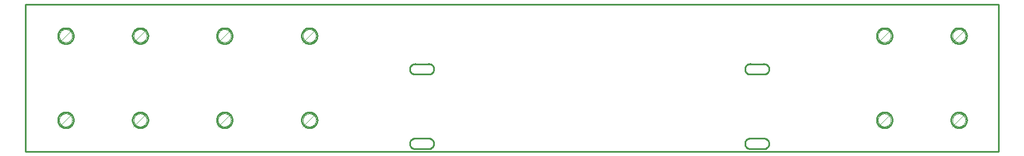
<source format=gko>
G04 EAGLE Gerber RS-274X export*
G75*
%MOMM*%
%FSLAX34Y34*%
%LPD*%
%IN*%
%IPPOS*%
%AMOC8*
5,1,8,0,0,1.08239X$1,22.5*%
G01*
%ADD10C,0.000000*%
%ADD11C,0.127000*%
%ADD12C,0.025400*%
%ADD13C,0.254000*%


D10*
X30000Y0D02*
X1520000Y0D01*
X1520000Y225000D01*
X30000Y225000D01*
X30000Y0D01*
D11*
X647000Y118000D02*
X647195Y117990D01*
X647390Y117985D01*
X647586Y117984D01*
X647781Y117989D01*
X647976Y117998D01*
X648171Y118012D01*
X648366Y118031D01*
X648560Y118054D01*
X648753Y118083D01*
X648946Y118115D01*
X649137Y118153D01*
X649328Y118195D01*
X649518Y118242D01*
X649706Y118294D01*
X649894Y118350D01*
X650079Y118410D01*
X650264Y118475D01*
X650446Y118545D01*
X650627Y118619D01*
X650806Y118697D01*
X650983Y118780D01*
X651158Y118867D01*
X651331Y118959D01*
X651501Y119054D01*
X651669Y119154D01*
X651835Y119257D01*
X651998Y119365D01*
X652158Y119477D01*
X652316Y119592D01*
X652471Y119711D01*
X652623Y119834D01*
X652771Y119961D01*
X652917Y120091D01*
X653059Y120225D01*
X653198Y120362D01*
X653334Y120503D01*
X653466Y120647D01*
X653595Y120794D01*
X653720Y120944D01*
X653842Y121097D01*
X653959Y121253D01*
X654073Y121412D01*
X654183Y121573D01*
X654289Y121738D01*
X654391Y121904D01*
X654488Y122073D01*
X654582Y122245D01*
X654672Y122419D01*
X654757Y122595D01*
X654838Y122772D01*
X654914Y122952D01*
X654986Y123134D01*
X655054Y123317D01*
X655117Y123502D01*
X655175Y123688D01*
X655230Y123876D01*
X655279Y124065D01*
X655324Y124255D01*
X655364Y124447D01*
X655400Y124639D01*
X655430Y124832D01*
X655457Y125025D01*
X655478Y125220D01*
X655495Y125414D01*
X655506Y125609D01*
X655514Y125805D01*
X655516Y126000D01*
X655514Y126195D01*
X655506Y126391D01*
X655495Y126586D01*
X655478Y126780D01*
X655457Y126975D01*
X655430Y127168D01*
X655400Y127361D01*
X655364Y127553D01*
X655324Y127745D01*
X655279Y127935D01*
X655230Y128124D01*
X655175Y128312D01*
X655117Y128498D01*
X655054Y128683D01*
X654986Y128866D01*
X654914Y129048D01*
X654838Y129228D01*
X654757Y129405D01*
X654672Y129581D01*
X654582Y129755D01*
X654488Y129927D01*
X654391Y130096D01*
X654289Y130262D01*
X654183Y130427D01*
X654073Y130588D01*
X653959Y130747D01*
X653842Y130903D01*
X653720Y131056D01*
X653595Y131206D01*
X653466Y131353D01*
X653334Y131497D01*
X653198Y131638D01*
X653059Y131775D01*
X652917Y131909D01*
X652771Y132039D01*
X652623Y132166D01*
X652471Y132289D01*
X652316Y132408D01*
X652158Y132523D01*
X651998Y132635D01*
X651835Y132743D01*
X651669Y132846D01*
X651501Y132946D01*
X651331Y133041D01*
X651158Y133133D01*
X650983Y133220D01*
X650806Y133303D01*
X650627Y133381D01*
X650446Y133455D01*
X650264Y133525D01*
X650079Y133590D01*
X649894Y133650D01*
X649706Y133706D01*
X649518Y133758D01*
X649328Y133805D01*
X649137Y133847D01*
X648946Y133885D01*
X648753Y133917D01*
X648560Y133946D01*
X648366Y133969D01*
X648171Y133988D01*
X647976Y134002D01*
X647781Y134011D01*
X647586Y134016D01*
X647390Y134015D01*
X647195Y134010D01*
X647000Y134000D01*
X627000Y134000D02*
X626805Y134010D01*
X626610Y134015D01*
X626414Y134016D01*
X626219Y134011D01*
X626024Y134002D01*
X625829Y133988D01*
X625634Y133969D01*
X625440Y133946D01*
X625247Y133917D01*
X625054Y133885D01*
X624863Y133847D01*
X624672Y133805D01*
X624482Y133758D01*
X624294Y133706D01*
X624106Y133650D01*
X623921Y133590D01*
X623736Y133525D01*
X623554Y133455D01*
X623373Y133381D01*
X623194Y133303D01*
X623017Y133220D01*
X622842Y133133D01*
X622669Y133041D01*
X622499Y132946D01*
X622331Y132846D01*
X622165Y132743D01*
X622002Y132635D01*
X621842Y132523D01*
X621684Y132408D01*
X621529Y132289D01*
X621377Y132166D01*
X621229Y132039D01*
X621083Y131909D01*
X620941Y131775D01*
X620802Y131638D01*
X620666Y131497D01*
X620534Y131353D01*
X620405Y131206D01*
X620280Y131056D01*
X620158Y130903D01*
X620041Y130747D01*
X619927Y130588D01*
X619817Y130427D01*
X619711Y130262D01*
X619609Y130096D01*
X619512Y129927D01*
X619418Y129755D01*
X619328Y129581D01*
X619243Y129405D01*
X619162Y129228D01*
X619086Y129048D01*
X619014Y128866D01*
X618946Y128683D01*
X618883Y128498D01*
X618825Y128312D01*
X618770Y128124D01*
X618721Y127935D01*
X618676Y127745D01*
X618636Y127553D01*
X618600Y127361D01*
X618570Y127168D01*
X618543Y126975D01*
X618522Y126780D01*
X618505Y126586D01*
X618494Y126391D01*
X618486Y126195D01*
X618484Y126000D01*
X618486Y125805D01*
X618494Y125609D01*
X618505Y125414D01*
X618522Y125220D01*
X618543Y125025D01*
X618570Y124832D01*
X618600Y124639D01*
X618636Y124447D01*
X618676Y124255D01*
X618721Y124065D01*
X618770Y123876D01*
X618825Y123688D01*
X618883Y123502D01*
X618946Y123317D01*
X619014Y123134D01*
X619086Y122952D01*
X619162Y122772D01*
X619243Y122595D01*
X619328Y122419D01*
X619418Y122245D01*
X619512Y122073D01*
X619609Y121904D01*
X619711Y121738D01*
X619817Y121573D01*
X619927Y121412D01*
X620041Y121253D01*
X620158Y121097D01*
X620280Y120944D01*
X620405Y120794D01*
X620534Y120647D01*
X620666Y120503D01*
X620802Y120362D01*
X620941Y120225D01*
X621083Y120091D01*
X621229Y119961D01*
X621377Y119834D01*
X621529Y119711D01*
X621684Y119592D01*
X621842Y119477D01*
X622002Y119365D01*
X622165Y119257D01*
X622331Y119154D01*
X622499Y119054D01*
X622669Y118959D01*
X622842Y118867D01*
X623017Y118780D01*
X623194Y118697D01*
X623373Y118619D01*
X623554Y118545D01*
X623736Y118475D01*
X623921Y118410D01*
X624106Y118350D01*
X624294Y118294D01*
X624482Y118242D01*
X624672Y118195D01*
X624863Y118153D01*
X625054Y118115D01*
X625247Y118083D01*
X625440Y118054D01*
X625634Y118031D01*
X625829Y118012D01*
X626024Y117998D01*
X626219Y117989D01*
X626414Y117984D01*
X626610Y117985D01*
X626805Y117990D01*
X627000Y118000D01*
X647000Y118000D01*
X647000Y134000D02*
X627000Y134000D01*
X647000Y20000D02*
X647195Y20010D01*
X647390Y20015D01*
X647586Y20016D01*
X647781Y20011D01*
X647976Y20002D01*
X648171Y19988D01*
X648366Y19969D01*
X648560Y19946D01*
X648753Y19917D01*
X648946Y19885D01*
X649137Y19847D01*
X649328Y19805D01*
X649518Y19758D01*
X649706Y19706D01*
X649894Y19650D01*
X650079Y19590D01*
X650264Y19525D01*
X650446Y19455D01*
X650627Y19381D01*
X650806Y19303D01*
X650983Y19220D01*
X651158Y19133D01*
X651331Y19041D01*
X651501Y18946D01*
X651669Y18846D01*
X651835Y18743D01*
X651998Y18635D01*
X652158Y18523D01*
X652316Y18408D01*
X652471Y18289D01*
X652623Y18166D01*
X652771Y18039D01*
X652917Y17909D01*
X653059Y17775D01*
X653198Y17638D01*
X653334Y17497D01*
X653466Y17353D01*
X653595Y17206D01*
X653720Y17056D01*
X653842Y16903D01*
X653959Y16747D01*
X654073Y16588D01*
X654183Y16427D01*
X654289Y16262D01*
X654391Y16096D01*
X654488Y15927D01*
X654582Y15755D01*
X654672Y15581D01*
X654757Y15405D01*
X654838Y15228D01*
X654914Y15048D01*
X654986Y14866D01*
X655054Y14683D01*
X655117Y14498D01*
X655175Y14312D01*
X655230Y14124D01*
X655279Y13935D01*
X655324Y13745D01*
X655364Y13553D01*
X655400Y13361D01*
X655430Y13168D01*
X655457Y12975D01*
X655478Y12780D01*
X655495Y12586D01*
X655506Y12391D01*
X655514Y12195D01*
X655516Y12000D01*
X655514Y11805D01*
X655506Y11609D01*
X655495Y11414D01*
X655478Y11220D01*
X655457Y11025D01*
X655430Y10832D01*
X655400Y10639D01*
X655364Y10447D01*
X655324Y10255D01*
X655279Y10065D01*
X655230Y9876D01*
X655175Y9688D01*
X655117Y9502D01*
X655054Y9317D01*
X654986Y9134D01*
X654914Y8952D01*
X654838Y8772D01*
X654757Y8595D01*
X654672Y8419D01*
X654582Y8245D01*
X654488Y8073D01*
X654391Y7904D01*
X654289Y7738D01*
X654183Y7573D01*
X654073Y7412D01*
X653959Y7253D01*
X653842Y7097D01*
X653720Y6944D01*
X653595Y6794D01*
X653466Y6647D01*
X653334Y6503D01*
X653198Y6362D01*
X653059Y6225D01*
X652917Y6091D01*
X652771Y5961D01*
X652623Y5834D01*
X652471Y5711D01*
X652316Y5592D01*
X652158Y5477D01*
X651998Y5365D01*
X651835Y5257D01*
X651669Y5154D01*
X651501Y5054D01*
X651331Y4959D01*
X651158Y4867D01*
X650983Y4780D01*
X650806Y4697D01*
X650627Y4619D01*
X650446Y4545D01*
X650264Y4475D01*
X650079Y4410D01*
X649894Y4350D01*
X649706Y4294D01*
X649518Y4242D01*
X649328Y4195D01*
X649137Y4153D01*
X648946Y4115D01*
X648753Y4083D01*
X648560Y4054D01*
X648366Y4031D01*
X648171Y4012D01*
X647976Y3998D01*
X647781Y3989D01*
X647586Y3984D01*
X647390Y3985D01*
X647195Y3990D01*
X647000Y4000D01*
X627000Y4000D02*
X626805Y3990D01*
X626610Y3985D01*
X626414Y3984D01*
X626219Y3989D01*
X626024Y3998D01*
X625829Y4012D01*
X625634Y4031D01*
X625440Y4054D01*
X625247Y4083D01*
X625054Y4115D01*
X624863Y4153D01*
X624672Y4195D01*
X624482Y4242D01*
X624294Y4294D01*
X624106Y4350D01*
X623921Y4410D01*
X623736Y4475D01*
X623554Y4545D01*
X623373Y4619D01*
X623194Y4697D01*
X623017Y4780D01*
X622842Y4867D01*
X622669Y4959D01*
X622499Y5054D01*
X622331Y5154D01*
X622165Y5257D01*
X622002Y5365D01*
X621842Y5477D01*
X621684Y5592D01*
X621529Y5711D01*
X621377Y5834D01*
X621229Y5961D01*
X621083Y6091D01*
X620941Y6225D01*
X620802Y6362D01*
X620666Y6503D01*
X620534Y6647D01*
X620405Y6794D01*
X620280Y6944D01*
X620158Y7097D01*
X620041Y7253D01*
X619927Y7412D01*
X619817Y7573D01*
X619711Y7738D01*
X619609Y7904D01*
X619512Y8073D01*
X619418Y8245D01*
X619328Y8419D01*
X619243Y8595D01*
X619162Y8772D01*
X619086Y8952D01*
X619014Y9134D01*
X618946Y9317D01*
X618883Y9502D01*
X618825Y9688D01*
X618770Y9876D01*
X618721Y10065D01*
X618676Y10255D01*
X618636Y10447D01*
X618600Y10639D01*
X618570Y10832D01*
X618543Y11025D01*
X618522Y11220D01*
X618505Y11414D01*
X618494Y11609D01*
X618486Y11805D01*
X618484Y12000D01*
X618486Y12195D01*
X618494Y12391D01*
X618505Y12586D01*
X618522Y12780D01*
X618543Y12975D01*
X618570Y13168D01*
X618600Y13361D01*
X618636Y13553D01*
X618676Y13745D01*
X618721Y13935D01*
X618770Y14124D01*
X618825Y14312D01*
X618883Y14498D01*
X618946Y14683D01*
X619014Y14866D01*
X619086Y15048D01*
X619162Y15228D01*
X619243Y15405D01*
X619328Y15581D01*
X619418Y15755D01*
X619512Y15927D01*
X619609Y16096D01*
X619711Y16262D01*
X619817Y16427D01*
X619927Y16588D01*
X620041Y16747D01*
X620158Y16903D01*
X620280Y17056D01*
X620405Y17206D01*
X620534Y17353D01*
X620666Y17497D01*
X620802Y17638D01*
X620941Y17775D01*
X621083Y17909D01*
X621229Y18039D01*
X621377Y18166D01*
X621529Y18289D01*
X621684Y18408D01*
X621842Y18523D01*
X622002Y18635D01*
X622165Y18743D01*
X622331Y18846D01*
X622499Y18946D01*
X622669Y19041D01*
X622842Y19133D01*
X623017Y19220D01*
X623194Y19303D01*
X623373Y19381D01*
X623554Y19455D01*
X623736Y19525D01*
X623921Y19590D01*
X624106Y19650D01*
X624294Y19706D01*
X624482Y19758D01*
X624672Y19805D01*
X624863Y19847D01*
X625054Y19885D01*
X625247Y19917D01*
X625440Y19946D01*
X625634Y19969D01*
X625829Y19988D01*
X626024Y20002D01*
X626219Y20011D01*
X626414Y20016D01*
X626610Y20015D01*
X626805Y20010D01*
X627000Y20000D01*
X627000Y4000D02*
X647000Y4000D01*
X647000Y20000D02*
X627000Y20000D01*
X1140000Y20000D02*
X1139805Y20010D01*
X1139610Y20015D01*
X1139414Y20016D01*
X1139219Y20011D01*
X1139024Y20002D01*
X1138829Y19988D01*
X1138634Y19969D01*
X1138440Y19946D01*
X1138247Y19917D01*
X1138054Y19885D01*
X1137863Y19847D01*
X1137672Y19805D01*
X1137482Y19758D01*
X1137294Y19706D01*
X1137106Y19650D01*
X1136921Y19590D01*
X1136736Y19525D01*
X1136554Y19455D01*
X1136373Y19381D01*
X1136194Y19303D01*
X1136017Y19220D01*
X1135842Y19133D01*
X1135669Y19041D01*
X1135499Y18946D01*
X1135331Y18846D01*
X1135165Y18743D01*
X1135002Y18635D01*
X1134842Y18523D01*
X1134684Y18408D01*
X1134529Y18289D01*
X1134377Y18166D01*
X1134229Y18039D01*
X1134083Y17909D01*
X1133941Y17775D01*
X1133802Y17638D01*
X1133666Y17497D01*
X1133534Y17353D01*
X1133405Y17206D01*
X1133280Y17056D01*
X1133158Y16903D01*
X1133041Y16747D01*
X1132927Y16588D01*
X1132817Y16427D01*
X1132711Y16262D01*
X1132609Y16096D01*
X1132512Y15927D01*
X1132418Y15755D01*
X1132328Y15581D01*
X1132243Y15405D01*
X1132162Y15228D01*
X1132086Y15048D01*
X1132014Y14866D01*
X1131946Y14683D01*
X1131883Y14498D01*
X1131825Y14312D01*
X1131770Y14124D01*
X1131721Y13935D01*
X1131676Y13745D01*
X1131636Y13553D01*
X1131600Y13361D01*
X1131570Y13168D01*
X1131543Y12975D01*
X1131522Y12780D01*
X1131505Y12586D01*
X1131494Y12391D01*
X1131486Y12195D01*
X1131484Y12000D01*
X1131486Y11805D01*
X1131494Y11609D01*
X1131505Y11414D01*
X1131522Y11220D01*
X1131543Y11025D01*
X1131570Y10832D01*
X1131600Y10639D01*
X1131636Y10447D01*
X1131676Y10255D01*
X1131721Y10065D01*
X1131770Y9876D01*
X1131825Y9688D01*
X1131883Y9502D01*
X1131946Y9317D01*
X1132014Y9134D01*
X1132086Y8952D01*
X1132162Y8772D01*
X1132243Y8595D01*
X1132328Y8419D01*
X1132418Y8245D01*
X1132512Y8073D01*
X1132609Y7904D01*
X1132711Y7738D01*
X1132817Y7573D01*
X1132927Y7412D01*
X1133041Y7253D01*
X1133158Y7097D01*
X1133280Y6944D01*
X1133405Y6794D01*
X1133534Y6647D01*
X1133666Y6503D01*
X1133802Y6362D01*
X1133941Y6225D01*
X1134083Y6091D01*
X1134229Y5961D01*
X1134377Y5834D01*
X1134529Y5711D01*
X1134684Y5592D01*
X1134842Y5477D01*
X1135002Y5365D01*
X1135165Y5257D01*
X1135331Y5154D01*
X1135499Y5054D01*
X1135669Y4959D01*
X1135842Y4867D01*
X1136017Y4780D01*
X1136194Y4697D01*
X1136373Y4619D01*
X1136554Y4545D01*
X1136736Y4475D01*
X1136921Y4410D01*
X1137106Y4350D01*
X1137294Y4294D01*
X1137482Y4242D01*
X1137672Y4195D01*
X1137863Y4153D01*
X1138054Y4115D01*
X1138247Y4083D01*
X1138440Y4054D01*
X1138634Y4031D01*
X1138829Y4012D01*
X1139024Y3998D01*
X1139219Y3989D01*
X1139414Y3984D01*
X1139610Y3985D01*
X1139805Y3990D01*
X1140000Y4000D01*
X1160000Y4000D02*
X1160195Y3990D01*
X1160390Y3985D01*
X1160586Y3984D01*
X1160781Y3989D01*
X1160976Y3998D01*
X1161171Y4012D01*
X1161366Y4031D01*
X1161560Y4054D01*
X1161753Y4083D01*
X1161946Y4115D01*
X1162137Y4153D01*
X1162328Y4195D01*
X1162518Y4242D01*
X1162706Y4294D01*
X1162894Y4350D01*
X1163079Y4410D01*
X1163264Y4475D01*
X1163446Y4545D01*
X1163627Y4619D01*
X1163806Y4697D01*
X1163983Y4780D01*
X1164158Y4867D01*
X1164331Y4959D01*
X1164501Y5054D01*
X1164669Y5154D01*
X1164835Y5257D01*
X1164998Y5365D01*
X1165158Y5477D01*
X1165316Y5592D01*
X1165471Y5711D01*
X1165623Y5834D01*
X1165771Y5961D01*
X1165917Y6091D01*
X1166059Y6225D01*
X1166198Y6362D01*
X1166334Y6503D01*
X1166466Y6647D01*
X1166595Y6794D01*
X1166720Y6944D01*
X1166842Y7097D01*
X1166959Y7253D01*
X1167073Y7412D01*
X1167183Y7573D01*
X1167289Y7738D01*
X1167391Y7904D01*
X1167488Y8073D01*
X1167582Y8245D01*
X1167672Y8419D01*
X1167757Y8595D01*
X1167838Y8772D01*
X1167914Y8952D01*
X1167986Y9134D01*
X1168054Y9317D01*
X1168117Y9502D01*
X1168175Y9688D01*
X1168230Y9876D01*
X1168279Y10065D01*
X1168324Y10255D01*
X1168364Y10447D01*
X1168400Y10639D01*
X1168430Y10832D01*
X1168457Y11025D01*
X1168478Y11220D01*
X1168495Y11414D01*
X1168506Y11609D01*
X1168514Y11805D01*
X1168516Y12000D01*
X1168514Y12195D01*
X1168506Y12391D01*
X1168495Y12586D01*
X1168478Y12780D01*
X1168457Y12975D01*
X1168430Y13168D01*
X1168400Y13361D01*
X1168364Y13553D01*
X1168324Y13745D01*
X1168279Y13935D01*
X1168230Y14124D01*
X1168175Y14312D01*
X1168117Y14498D01*
X1168054Y14683D01*
X1167986Y14866D01*
X1167914Y15048D01*
X1167838Y15228D01*
X1167757Y15405D01*
X1167672Y15581D01*
X1167582Y15755D01*
X1167488Y15927D01*
X1167391Y16096D01*
X1167289Y16262D01*
X1167183Y16427D01*
X1167073Y16588D01*
X1166959Y16747D01*
X1166842Y16903D01*
X1166720Y17056D01*
X1166595Y17206D01*
X1166466Y17353D01*
X1166334Y17497D01*
X1166198Y17638D01*
X1166059Y17775D01*
X1165917Y17909D01*
X1165771Y18039D01*
X1165623Y18166D01*
X1165471Y18289D01*
X1165316Y18408D01*
X1165158Y18523D01*
X1164998Y18635D01*
X1164835Y18743D01*
X1164669Y18846D01*
X1164501Y18946D01*
X1164331Y19041D01*
X1164158Y19133D01*
X1163983Y19220D01*
X1163806Y19303D01*
X1163627Y19381D01*
X1163446Y19455D01*
X1163264Y19525D01*
X1163079Y19590D01*
X1162894Y19650D01*
X1162706Y19706D01*
X1162518Y19758D01*
X1162328Y19805D01*
X1162137Y19847D01*
X1161946Y19885D01*
X1161753Y19917D01*
X1161560Y19946D01*
X1161366Y19969D01*
X1161171Y19988D01*
X1160976Y20002D01*
X1160781Y20011D01*
X1160586Y20016D01*
X1160390Y20015D01*
X1160195Y20010D01*
X1160000Y20000D01*
X1140000Y20000D01*
X1140000Y4000D02*
X1160000Y4000D01*
X1140000Y118000D02*
X1139805Y117990D01*
X1139610Y117985D01*
X1139414Y117984D01*
X1139219Y117989D01*
X1139024Y117998D01*
X1138829Y118012D01*
X1138634Y118031D01*
X1138440Y118054D01*
X1138247Y118083D01*
X1138054Y118115D01*
X1137863Y118153D01*
X1137672Y118195D01*
X1137482Y118242D01*
X1137294Y118294D01*
X1137106Y118350D01*
X1136921Y118410D01*
X1136736Y118475D01*
X1136554Y118545D01*
X1136373Y118619D01*
X1136194Y118697D01*
X1136017Y118780D01*
X1135842Y118867D01*
X1135669Y118959D01*
X1135499Y119054D01*
X1135331Y119154D01*
X1135165Y119257D01*
X1135002Y119365D01*
X1134842Y119477D01*
X1134684Y119592D01*
X1134529Y119711D01*
X1134377Y119834D01*
X1134229Y119961D01*
X1134083Y120091D01*
X1133941Y120225D01*
X1133802Y120362D01*
X1133666Y120503D01*
X1133534Y120647D01*
X1133405Y120794D01*
X1133280Y120944D01*
X1133158Y121097D01*
X1133041Y121253D01*
X1132927Y121412D01*
X1132817Y121573D01*
X1132711Y121738D01*
X1132609Y121904D01*
X1132512Y122073D01*
X1132418Y122245D01*
X1132328Y122419D01*
X1132243Y122595D01*
X1132162Y122772D01*
X1132086Y122952D01*
X1132014Y123134D01*
X1131946Y123317D01*
X1131883Y123502D01*
X1131825Y123688D01*
X1131770Y123876D01*
X1131721Y124065D01*
X1131676Y124255D01*
X1131636Y124447D01*
X1131600Y124639D01*
X1131570Y124832D01*
X1131543Y125025D01*
X1131522Y125220D01*
X1131505Y125414D01*
X1131494Y125609D01*
X1131486Y125805D01*
X1131484Y126000D01*
X1131486Y126195D01*
X1131494Y126391D01*
X1131505Y126586D01*
X1131522Y126780D01*
X1131543Y126975D01*
X1131570Y127168D01*
X1131600Y127361D01*
X1131636Y127553D01*
X1131676Y127745D01*
X1131721Y127935D01*
X1131770Y128124D01*
X1131825Y128312D01*
X1131883Y128498D01*
X1131946Y128683D01*
X1132014Y128866D01*
X1132086Y129048D01*
X1132162Y129228D01*
X1132243Y129405D01*
X1132328Y129581D01*
X1132418Y129755D01*
X1132512Y129927D01*
X1132609Y130096D01*
X1132711Y130262D01*
X1132817Y130427D01*
X1132927Y130588D01*
X1133041Y130747D01*
X1133158Y130903D01*
X1133280Y131056D01*
X1133405Y131206D01*
X1133534Y131353D01*
X1133666Y131497D01*
X1133802Y131638D01*
X1133941Y131775D01*
X1134083Y131909D01*
X1134229Y132039D01*
X1134377Y132166D01*
X1134529Y132289D01*
X1134684Y132408D01*
X1134842Y132523D01*
X1135002Y132635D01*
X1135165Y132743D01*
X1135331Y132846D01*
X1135499Y132946D01*
X1135669Y133041D01*
X1135842Y133133D01*
X1136017Y133220D01*
X1136194Y133303D01*
X1136373Y133381D01*
X1136554Y133455D01*
X1136736Y133525D01*
X1136921Y133590D01*
X1137106Y133650D01*
X1137294Y133706D01*
X1137482Y133758D01*
X1137672Y133805D01*
X1137863Y133847D01*
X1138054Y133885D01*
X1138247Y133917D01*
X1138440Y133946D01*
X1138634Y133969D01*
X1138829Y133988D01*
X1139024Y134002D01*
X1139219Y134011D01*
X1139414Y134016D01*
X1139610Y134015D01*
X1139805Y134010D01*
X1140000Y134000D01*
X1160000Y134000D02*
X1160195Y134010D01*
X1160390Y134015D01*
X1160586Y134016D01*
X1160781Y134011D01*
X1160976Y134002D01*
X1161171Y133988D01*
X1161366Y133969D01*
X1161560Y133946D01*
X1161753Y133917D01*
X1161946Y133885D01*
X1162137Y133847D01*
X1162328Y133805D01*
X1162518Y133758D01*
X1162706Y133706D01*
X1162894Y133650D01*
X1163079Y133590D01*
X1163264Y133525D01*
X1163446Y133455D01*
X1163627Y133381D01*
X1163806Y133303D01*
X1163983Y133220D01*
X1164158Y133133D01*
X1164331Y133041D01*
X1164501Y132946D01*
X1164669Y132846D01*
X1164835Y132743D01*
X1164998Y132635D01*
X1165158Y132523D01*
X1165316Y132408D01*
X1165471Y132289D01*
X1165623Y132166D01*
X1165771Y132039D01*
X1165917Y131909D01*
X1166059Y131775D01*
X1166198Y131638D01*
X1166334Y131497D01*
X1166466Y131353D01*
X1166595Y131206D01*
X1166720Y131056D01*
X1166842Y130903D01*
X1166959Y130747D01*
X1167073Y130588D01*
X1167183Y130427D01*
X1167289Y130262D01*
X1167391Y130096D01*
X1167488Y129927D01*
X1167582Y129755D01*
X1167672Y129581D01*
X1167757Y129405D01*
X1167838Y129228D01*
X1167914Y129048D01*
X1167986Y128866D01*
X1168054Y128683D01*
X1168117Y128498D01*
X1168175Y128312D01*
X1168230Y128124D01*
X1168279Y127935D01*
X1168324Y127745D01*
X1168364Y127553D01*
X1168400Y127361D01*
X1168430Y127168D01*
X1168457Y126975D01*
X1168478Y126780D01*
X1168495Y126586D01*
X1168506Y126391D01*
X1168514Y126195D01*
X1168516Y126000D01*
X1168514Y125805D01*
X1168506Y125609D01*
X1168495Y125414D01*
X1168478Y125220D01*
X1168457Y125025D01*
X1168430Y124832D01*
X1168400Y124639D01*
X1168364Y124447D01*
X1168324Y124255D01*
X1168279Y124065D01*
X1168230Y123876D01*
X1168175Y123688D01*
X1168117Y123502D01*
X1168054Y123317D01*
X1167986Y123134D01*
X1167914Y122952D01*
X1167838Y122772D01*
X1167757Y122595D01*
X1167672Y122419D01*
X1167582Y122245D01*
X1167488Y122073D01*
X1167391Y121904D01*
X1167289Y121738D01*
X1167183Y121573D01*
X1167073Y121412D01*
X1166959Y121253D01*
X1166842Y121097D01*
X1166720Y120944D01*
X1166595Y120794D01*
X1166466Y120647D01*
X1166334Y120503D01*
X1166198Y120362D01*
X1166059Y120225D01*
X1165917Y120091D01*
X1165771Y119961D01*
X1165623Y119834D01*
X1165471Y119711D01*
X1165316Y119592D01*
X1165158Y119477D01*
X1164998Y119365D01*
X1164835Y119257D01*
X1164669Y119154D01*
X1164501Y119054D01*
X1164331Y118959D01*
X1164158Y118867D01*
X1163983Y118780D01*
X1163806Y118697D01*
X1163627Y118619D01*
X1163446Y118545D01*
X1163264Y118475D01*
X1163079Y118410D01*
X1162894Y118350D01*
X1162706Y118294D01*
X1162518Y118242D01*
X1162328Y118195D01*
X1162137Y118153D01*
X1161946Y118115D01*
X1161753Y118083D01*
X1161560Y118054D01*
X1161366Y118031D01*
X1161171Y118012D01*
X1160976Y117998D01*
X1160781Y117989D01*
X1160586Y117984D01*
X1160390Y117985D01*
X1160195Y117990D01*
X1160000Y118000D01*
X1160000Y134000D02*
X1140000Y134000D01*
X1140000Y118000D02*
X1160000Y118000D01*
D10*
X80000Y48000D02*
X80004Y48294D01*
X80014Y48589D01*
X80033Y48883D01*
X80058Y49176D01*
X80090Y49469D01*
X80130Y49761D01*
X80177Y50052D01*
X80231Y50341D01*
X80292Y50629D01*
X80360Y50916D01*
X80435Y51201D01*
X80517Y51483D01*
X80606Y51764D01*
X80701Y52043D01*
X80804Y52319D01*
X80913Y52592D01*
X81029Y52863D01*
X81152Y53131D01*
X81281Y53395D01*
X81417Y53657D01*
X81559Y53915D01*
X81707Y54169D01*
X81862Y54420D01*
X82022Y54667D01*
X82189Y54910D01*
X82362Y55148D01*
X82540Y55383D01*
X82724Y55613D01*
X82913Y55838D01*
X83109Y56059D01*
X83309Y56274D01*
X83515Y56485D01*
X83726Y56691D01*
X83941Y56891D01*
X84162Y57087D01*
X84387Y57276D01*
X84617Y57460D01*
X84852Y57638D01*
X85090Y57811D01*
X85333Y57978D01*
X85580Y58138D01*
X85831Y58293D01*
X86085Y58441D01*
X86343Y58583D01*
X86605Y58719D01*
X86869Y58848D01*
X87137Y58971D01*
X87408Y59087D01*
X87681Y59196D01*
X87957Y59299D01*
X88236Y59394D01*
X88517Y59483D01*
X88799Y59565D01*
X89084Y59640D01*
X89371Y59708D01*
X89659Y59769D01*
X89948Y59823D01*
X90239Y59870D01*
X90531Y59910D01*
X90824Y59942D01*
X91117Y59967D01*
X91411Y59986D01*
X91706Y59996D01*
X92000Y60000D01*
X92294Y59996D01*
X92589Y59986D01*
X92883Y59967D01*
X93176Y59942D01*
X93469Y59910D01*
X93761Y59870D01*
X94052Y59823D01*
X94341Y59769D01*
X94629Y59708D01*
X94916Y59640D01*
X95201Y59565D01*
X95483Y59483D01*
X95764Y59394D01*
X96043Y59299D01*
X96319Y59196D01*
X96592Y59087D01*
X96863Y58971D01*
X97131Y58848D01*
X97395Y58719D01*
X97657Y58583D01*
X97915Y58441D01*
X98169Y58293D01*
X98420Y58138D01*
X98667Y57978D01*
X98910Y57811D01*
X99148Y57638D01*
X99383Y57460D01*
X99613Y57276D01*
X99838Y57087D01*
X100059Y56891D01*
X100274Y56691D01*
X100485Y56485D01*
X100691Y56274D01*
X100891Y56059D01*
X101087Y55838D01*
X101276Y55613D01*
X101460Y55383D01*
X101638Y55148D01*
X101811Y54910D01*
X101978Y54667D01*
X102138Y54420D01*
X102293Y54169D01*
X102441Y53915D01*
X102583Y53657D01*
X102719Y53395D01*
X102848Y53131D01*
X102971Y52863D01*
X103087Y52592D01*
X103196Y52319D01*
X103299Y52043D01*
X103394Y51764D01*
X103483Y51483D01*
X103565Y51201D01*
X103640Y50916D01*
X103708Y50629D01*
X103769Y50341D01*
X103823Y50052D01*
X103870Y49761D01*
X103910Y49469D01*
X103942Y49176D01*
X103967Y48883D01*
X103986Y48589D01*
X103996Y48294D01*
X104000Y48000D01*
X103996Y47706D01*
X103986Y47411D01*
X103967Y47117D01*
X103942Y46824D01*
X103910Y46531D01*
X103870Y46239D01*
X103823Y45948D01*
X103769Y45659D01*
X103708Y45371D01*
X103640Y45084D01*
X103565Y44799D01*
X103483Y44517D01*
X103394Y44236D01*
X103299Y43957D01*
X103196Y43681D01*
X103087Y43408D01*
X102971Y43137D01*
X102848Y42869D01*
X102719Y42605D01*
X102583Y42343D01*
X102441Y42085D01*
X102293Y41831D01*
X102138Y41580D01*
X101978Y41333D01*
X101811Y41090D01*
X101638Y40852D01*
X101460Y40617D01*
X101276Y40387D01*
X101087Y40162D01*
X100891Y39941D01*
X100691Y39726D01*
X100485Y39515D01*
X100274Y39309D01*
X100059Y39109D01*
X99838Y38913D01*
X99613Y38724D01*
X99383Y38540D01*
X99148Y38362D01*
X98910Y38189D01*
X98667Y38022D01*
X98420Y37862D01*
X98169Y37707D01*
X97915Y37559D01*
X97657Y37417D01*
X97395Y37281D01*
X97131Y37152D01*
X96863Y37029D01*
X96592Y36913D01*
X96319Y36804D01*
X96043Y36701D01*
X95764Y36606D01*
X95483Y36517D01*
X95201Y36435D01*
X94916Y36360D01*
X94629Y36292D01*
X94341Y36231D01*
X94052Y36177D01*
X93761Y36130D01*
X93469Y36090D01*
X93176Y36058D01*
X92883Y36033D01*
X92589Y36014D01*
X92294Y36004D01*
X92000Y36000D01*
X91706Y36004D01*
X91411Y36014D01*
X91117Y36033D01*
X90824Y36058D01*
X90531Y36090D01*
X90239Y36130D01*
X89948Y36177D01*
X89659Y36231D01*
X89371Y36292D01*
X89084Y36360D01*
X88799Y36435D01*
X88517Y36517D01*
X88236Y36606D01*
X87957Y36701D01*
X87681Y36804D01*
X87408Y36913D01*
X87137Y37029D01*
X86869Y37152D01*
X86605Y37281D01*
X86343Y37417D01*
X86085Y37559D01*
X85831Y37707D01*
X85580Y37862D01*
X85333Y38022D01*
X85090Y38189D01*
X84852Y38362D01*
X84617Y38540D01*
X84387Y38724D01*
X84162Y38913D01*
X83941Y39109D01*
X83726Y39309D01*
X83515Y39515D01*
X83309Y39726D01*
X83109Y39941D01*
X82913Y40162D01*
X82724Y40387D01*
X82540Y40617D01*
X82362Y40852D01*
X82189Y41090D01*
X82022Y41333D01*
X81862Y41580D01*
X81707Y41831D01*
X81559Y42085D01*
X81417Y42343D01*
X81281Y42605D01*
X81152Y42869D01*
X81029Y43137D01*
X80913Y43408D01*
X80804Y43681D01*
X80701Y43957D01*
X80606Y44236D01*
X80517Y44517D01*
X80435Y44799D01*
X80360Y45084D01*
X80292Y45371D01*
X80231Y45659D01*
X80177Y45948D01*
X80130Y46239D01*
X80090Y46531D01*
X80058Y46824D01*
X80033Y47117D01*
X80014Y47411D01*
X80004Y47706D01*
X80000Y48000D01*
D12*
X82094Y48000D02*
X82097Y48243D01*
X82106Y48486D01*
X82121Y48729D01*
X82142Y48971D01*
X82168Y49213D01*
X82201Y49454D01*
X82240Y49694D01*
X82284Y49933D01*
X82335Y50170D01*
X82391Y50407D01*
X82453Y50642D01*
X82521Y50876D01*
X82594Y51107D01*
X82673Y51337D01*
X82758Y51565D01*
X82848Y51791D01*
X82944Y52014D01*
X83045Y52235D01*
X83152Y52454D01*
X83264Y52670D01*
X83381Y52883D01*
X83503Y53093D01*
X83631Y53300D01*
X83763Y53503D01*
X83901Y53704D01*
X84043Y53901D01*
X84191Y54094D01*
X84343Y54284D01*
X84499Y54470D01*
X84660Y54652D01*
X84826Y54831D01*
X84995Y55005D01*
X85169Y55174D01*
X85348Y55340D01*
X85530Y55501D01*
X85716Y55657D01*
X85906Y55809D01*
X86099Y55957D01*
X86296Y56099D01*
X86497Y56237D01*
X86700Y56369D01*
X86907Y56497D01*
X87117Y56619D01*
X87330Y56736D01*
X87546Y56848D01*
X87765Y56955D01*
X87986Y57056D01*
X88209Y57152D01*
X88435Y57242D01*
X88663Y57327D01*
X88893Y57406D01*
X89124Y57479D01*
X89358Y57547D01*
X89593Y57609D01*
X89830Y57665D01*
X90067Y57716D01*
X90306Y57760D01*
X90546Y57799D01*
X90787Y57832D01*
X91029Y57858D01*
X91271Y57879D01*
X91514Y57894D01*
X91757Y57903D01*
X92000Y57906D01*
X92243Y57903D01*
X92486Y57894D01*
X92729Y57879D01*
X92971Y57858D01*
X93213Y57832D01*
X93454Y57799D01*
X93694Y57760D01*
X93933Y57716D01*
X94170Y57665D01*
X94407Y57609D01*
X94642Y57547D01*
X94876Y57479D01*
X95107Y57406D01*
X95337Y57327D01*
X95565Y57242D01*
X95791Y57152D01*
X96014Y57056D01*
X96235Y56955D01*
X96454Y56848D01*
X96670Y56736D01*
X96883Y56619D01*
X97093Y56497D01*
X97300Y56369D01*
X97503Y56237D01*
X97704Y56099D01*
X97901Y55957D01*
X98094Y55809D01*
X98284Y55657D01*
X98470Y55501D01*
X98652Y55340D01*
X98831Y55174D01*
X99005Y55005D01*
X99174Y54831D01*
X99340Y54652D01*
X99501Y54470D01*
X99657Y54284D01*
X99809Y54094D01*
X99957Y53901D01*
X100099Y53704D01*
X100237Y53503D01*
X100369Y53300D01*
X100497Y53093D01*
X100619Y52883D01*
X100736Y52670D01*
X100848Y52454D01*
X100955Y52235D01*
X101056Y52014D01*
X101152Y51791D01*
X101242Y51565D01*
X101327Y51337D01*
X101406Y51107D01*
X101479Y50876D01*
X101547Y50642D01*
X101609Y50407D01*
X101665Y50170D01*
X101716Y49933D01*
X101760Y49694D01*
X101799Y49454D01*
X101832Y49213D01*
X101858Y48971D01*
X101879Y48729D01*
X101894Y48486D01*
X101903Y48243D01*
X101906Y48000D01*
X101903Y47757D01*
X101894Y47514D01*
X101879Y47271D01*
X101858Y47029D01*
X101832Y46787D01*
X101799Y46546D01*
X101760Y46306D01*
X101716Y46067D01*
X101665Y45830D01*
X101609Y45593D01*
X101547Y45358D01*
X101479Y45124D01*
X101406Y44893D01*
X101327Y44663D01*
X101242Y44435D01*
X101152Y44209D01*
X101056Y43986D01*
X100955Y43765D01*
X100848Y43546D01*
X100736Y43330D01*
X100619Y43117D01*
X100497Y42907D01*
X100369Y42700D01*
X100237Y42497D01*
X100099Y42296D01*
X99957Y42099D01*
X99809Y41906D01*
X99657Y41716D01*
X99501Y41530D01*
X99340Y41348D01*
X99174Y41169D01*
X99005Y40995D01*
X98831Y40826D01*
X98652Y40660D01*
X98470Y40499D01*
X98284Y40343D01*
X98094Y40191D01*
X97901Y40043D01*
X97704Y39901D01*
X97503Y39763D01*
X97300Y39631D01*
X97093Y39503D01*
X96883Y39381D01*
X96670Y39264D01*
X96454Y39152D01*
X96235Y39045D01*
X96014Y38944D01*
X95791Y38848D01*
X95565Y38758D01*
X95337Y38673D01*
X95107Y38594D01*
X94876Y38521D01*
X94642Y38453D01*
X94407Y38391D01*
X94170Y38335D01*
X93933Y38284D01*
X93694Y38240D01*
X93454Y38201D01*
X93213Y38168D01*
X92971Y38142D01*
X92729Y38121D01*
X92486Y38106D01*
X92243Y38097D01*
X92000Y38094D01*
X91757Y38097D01*
X91514Y38106D01*
X91271Y38121D01*
X91029Y38142D01*
X90787Y38168D01*
X90546Y38201D01*
X90306Y38240D01*
X90067Y38284D01*
X89830Y38335D01*
X89593Y38391D01*
X89358Y38453D01*
X89124Y38521D01*
X88893Y38594D01*
X88663Y38673D01*
X88435Y38758D01*
X88209Y38848D01*
X87986Y38944D01*
X87765Y39045D01*
X87546Y39152D01*
X87330Y39264D01*
X87117Y39381D01*
X86907Y39503D01*
X86700Y39631D01*
X86497Y39763D01*
X86296Y39901D01*
X86099Y40043D01*
X85906Y40191D01*
X85716Y40343D01*
X85530Y40499D01*
X85348Y40660D01*
X85169Y40826D01*
X84995Y40995D01*
X84826Y41169D01*
X84660Y41348D01*
X84499Y41530D01*
X84343Y41716D01*
X84191Y41906D01*
X84043Y42099D01*
X83901Y42296D01*
X83763Y42497D01*
X83631Y42700D01*
X83503Y42907D01*
X83381Y43117D01*
X83264Y43330D01*
X83152Y43546D01*
X83045Y43765D01*
X82944Y43986D01*
X82848Y44209D01*
X82758Y44435D01*
X82673Y44663D01*
X82594Y44893D01*
X82521Y45124D01*
X82453Y45358D01*
X82391Y45593D01*
X82335Y45830D01*
X82284Y46067D01*
X82240Y46306D01*
X82201Y46546D01*
X82168Y46787D01*
X82142Y47029D01*
X82121Y47271D01*
X82106Y47514D01*
X82097Y47757D01*
X82094Y48000D01*
X81840Y37840D02*
X102160Y58160D01*
D10*
X194000Y48000D02*
X194004Y48294D01*
X194014Y48589D01*
X194033Y48883D01*
X194058Y49176D01*
X194090Y49469D01*
X194130Y49761D01*
X194177Y50052D01*
X194231Y50341D01*
X194292Y50629D01*
X194360Y50916D01*
X194435Y51201D01*
X194517Y51483D01*
X194606Y51764D01*
X194701Y52043D01*
X194804Y52319D01*
X194913Y52592D01*
X195029Y52863D01*
X195152Y53131D01*
X195281Y53395D01*
X195417Y53657D01*
X195559Y53915D01*
X195707Y54169D01*
X195862Y54420D01*
X196022Y54667D01*
X196189Y54910D01*
X196362Y55148D01*
X196540Y55383D01*
X196724Y55613D01*
X196913Y55838D01*
X197109Y56059D01*
X197309Y56274D01*
X197515Y56485D01*
X197726Y56691D01*
X197941Y56891D01*
X198162Y57087D01*
X198387Y57276D01*
X198617Y57460D01*
X198852Y57638D01*
X199090Y57811D01*
X199333Y57978D01*
X199580Y58138D01*
X199831Y58293D01*
X200085Y58441D01*
X200343Y58583D01*
X200605Y58719D01*
X200869Y58848D01*
X201137Y58971D01*
X201408Y59087D01*
X201681Y59196D01*
X201957Y59299D01*
X202236Y59394D01*
X202517Y59483D01*
X202799Y59565D01*
X203084Y59640D01*
X203371Y59708D01*
X203659Y59769D01*
X203948Y59823D01*
X204239Y59870D01*
X204531Y59910D01*
X204824Y59942D01*
X205117Y59967D01*
X205411Y59986D01*
X205706Y59996D01*
X206000Y60000D01*
X206294Y59996D01*
X206589Y59986D01*
X206883Y59967D01*
X207176Y59942D01*
X207469Y59910D01*
X207761Y59870D01*
X208052Y59823D01*
X208341Y59769D01*
X208629Y59708D01*
X208916Y59640D01*
X209201Y59565D01*
X209483Y59483D01*
X209764Y59394D01*
X210043Y59299D01*
X210319Y59196D01*
X210592Y59087D01*
X210863Y58971D01*
X211131Y58848D01*
X211395Y58719D01*
X211657Y58583D01*
X211915Y58441D01*
X212169Y58293D01*
X212420Y58138D01*
X212667Y57978D01*
X212910Y57811D01*
X213148Y57638D01*
X213383Y57460D01*
X213613Y57276D01*
X213838Y57087D01*
X214059Y56891D01*
X214274Y56691D01*
X214485Y56485D01*
X214691Y56274D01*
X214891Y56059D01*
X215087Y55838D01*
X215276Y55613D01*
X215460Y55383D01*
X215638Y55148D01*
X215811Y54910D01*
X215978Y54667D01*
X216138Y54420D01*
X216293Y54169D01*
X216441Y53915D01*
X216583Y53657D01*
X216719Y53395D01*
X216848Y53131D01*
X216971Y52863D01*
X217087Y52592D01*
X217196Y52319D01*
X217299Y52043D01*
X217394Y51764D01*
X217483Y51483D01*
X217565Y51201D01*
X217640Y50916D01*
X217708Y50629D01*
X217769Y50341D01*
X217823Y50052D01*
X217870Y49761D01*
X217910Y49469D01*
X217942Y49176D01*
X217967Y48883D01*
X217986Y48589D01*
X217996Y48294D01*
X218000Y48000D01*
X217996Y47706D01*
X217986Y47411D01*
X217967Y47117D01*
X217942Y46824D01*
X217910Y46531D01*
X217870Y46239D01*
X217823Y45948D01*
X217769Y45659D01*
X217708Y45371D01*
X217640Y45084D01*
X217565Y44799D01*
X217483Y44517D01*
X217394Y44236D01*
X217299Y43957D01*
X217196Y43681D01*
X217087Y43408D01*
X216971Y43137D01*
X216848Y42869D01*
X216719Y42605D01*
X216583Y42343D01*
X216441Y42085D01*
X216293Y41831D01*
X216138Y41580D01*
X215978Y41333D01*
X215811Y41090D01*
X215638Y40852D01*
X215460Y40617D01*
X215276Y40387D01*
X215087Y40162D01*
X214891Y39941D01*
X214691Y39726D01*
X214485Y39515D01*
X214274Y39309D01*
X214059Y39109D01*
X213838Y38913D01*
X213613Y38724D01*
X213383Y38540D01*
X213148Y38362D01*
X212910Y38189D01*
X212667Y38022D01*
X212420Y37862D01*
X212169Y37707D01*
X211915Y37559D01*
X211657Y37417D01*
X211395Y37281D01*
X211131Y37152D01*
X210863Y37029D01*
X210592Y36913D01*
X210319Y36804D01*
X210043Y36701D01*
X209764Y36606D01*
X209483Y36517D01*
X209201Y36435D01*
X208916Y36360D01*
X208629Y36292D01*
X208341Y36231D01*
X208052Y36177D01*
X207761Y36130D01*
X207469Y36090D01*
X207176Y36058D01*
X206883Y36033D01*
X206589Y36014D01*
X206294Y36004D01*
X206000Y36000D01*
X205706Y36004D01*
X205411Y36014D01*
X205117Y36033D01*
X204824Y36058D01*
X204531Y36090D01*
X204239Y36130D01*
X203948Y36177D01*
X203659Y36231D01*
X203371Y36292D01*
X203084Y36360D01*
X202799Y36435D01*
X202517Y36517D01*
X202236Y36606D01*
X201957Y36701D01*
X201681Y36804D01*
X201408Y36913D01*
X201137Y37029D01*
X200869Y37152D01*
X200605Y37281D01*
X200343Y37417D01*
X200085Y37559D01*
X199831Y37707D01*
X199580Y37862D01*
X199333Y38022D01*
X199090Y38189D01*
X198852Y38362D01*
X198617Y38540D01*
X198387Y38724D01*
X198162Y38913D01*
X197941Y39109D01*
X197726Y39309D01*
X197515Y39515D01*
X197309Y39726D01*
X197109Y39941D01*
X196913Y40162D01*
X196724Y40387D01*
X196540Y40617D01*
X196362Y40852D01*
X196189Y41090D01*
X196022Y41333D01*
X195862Y41580D01*
X195707Y41831D01*
X195559Y42085D01*
X195417Y42343D01*
X195281Y42605D01*
X195152Y42869D01*
X195029Y43137D01*
X194913Y43408D01*
X194804Y43681D01*
X194701Y43957D01*
X194606Y44236D01*
X194517Y44517D01*
X194435Y44799D01*
X194360Y45084D01*
X194292Y45371D01*
X194231Y45659D01*
X194177Y45948D01*
X194130Y46239D01*
X194090Y46531D01*
X194058Y46824D01*
X194033Y47117D01*
X194014Y47411D01*
X194004Y47706D01*
X194000Y48000D01*
D12*
X196094Y48000D02*
X196097Y48243D01*
X196106Y48486D01*
X196121Y48729D01*
X196142Y48971D01*
X196168Y49213D01*
X196201Y49454D01*
X196240Y49694D01*
X196284Y49933D01*
X196335Y50170D01*
X196391Y50407D01*
X196453Y50642D01*
X196521Y50876D01*
X196594Y51107D01*
X196673Y51337D01*
X196758Y51565D01*
X196848Y51791D01*
X196944Y52014D01*
X197045Y52235D01*
X197152Y52454D01*
X197264Y52670D01*
X197381Y52883D01*
X197503Y53093D01*
X197631Y53300D01*
X197763Y53503D01*
X197901Y53704D01*
X198043Y53901D01*
X198191Y54094D01*
X198343Y54284D01*
X198499Y54470D01*
X198660Y54652D01*
X198826Y54831D01*
X198995Y55005D01*
X199169Y55174D01*
X199348Y55340D01*
X199530Y55501D01*
X199716Y55657D01*
X199906Y55809D01*
X200099Y55957D01*
X200296Y56099D01*
X200497Y56237D01*
X200700Y56369D01*
X200907Y56497D01*
X201117Y56619D01*
X201330Y56736D01*
X201546Y56848D01*
X201765Y56955D01*
X201986Y57056D01*
X202209Y57152D01*
X202435Y57242D01*
X202663Y57327D01*
X202893Y57406D01*
X203124Y57479D01*
X203358Y57547D01*
X203593Y57609D01*
X203830Y57665D01*
X204067Y57716D01*
X204306Y57760D01*
X204546Y57799D01*
X204787Y57832D01*
X205029Y57858D01*
X205271Y57879D01*
X205514Y57894D01*
X205757Y57903D01*
X206000Y57906D01*
X206243Y57903D01*
X206486Y57894D01*
X206729Y57879D01*
X206971Y57858D01*
X207213Y57832D01*
X207454Y57799D01*
X207694Y57760D01*
X207933Y57716D01*
X208170Y57665D01*
X208407Y57609D01*
X208642Y57547D01*
X208876Y57479D01*
X209107Y57406D01*
X209337Y57327D01*
X209565Y57242D01*
X209791Y57152D01*
X210014Y57056D01*
X210235Y56955D01*
X210454Y56848D01*
X210670Y56736D01*
X210883Y56619D01*
X211093Y56497D01*
X211300Y56369D01*
X211503Y56237D01*
X211704Y56099D01*
X211901Y55957D01*
X212094Y55809D01*
X212284Y55657D01*
X212470Y55501D01*
X212652Y55340D01*
X212831Y55174D01*
X213005Y55005D01*
X213174Y54831D01*
X213340Y54652D01*
X213501Y54470D01*
X213657Y54284D01*
X213809Y54094D01*
X213957Y53901D01*
X214099Y53704D01*
X214237Y53503D01*
X214369Y53300D01*
X214497Y53093D01*
X214619Y52883D01*
X214736Y52670D01*
X214848Y52454D01*
X214955Y52235D01*
X215056Y52014D01*
X215152Y51791D01*
X215242Y51565D01*
X215327Y51337D01*
X215406Y51107D01*
X215479Y50876D01*
X215547Y50642D01*
X215609Y50407D01*
X215665Y50170D01*
X215716Y49933D01*
X215760Y49694D01*
X215799Y49454D01*
X215832Y49213D01*
X215858Y48971D01*
X215879Y48729D01*
X215894Y48486D01*
X215903Y48243D01*
X215906Y48000D01*
X215903Y47757D01*
X215894Y47514D01*
X215879Y47271D01*
X215858Y47029D01*
X215832Y46787D01*
X215799Y46546D01*
X215760Y46306D01*
X215716Y46067D01*
X215665Y45830D01*
X215609Y45593D01*
X215547Y45358D01*
X215479Y45124D01*
X215406Y44893D01*
X215327Y44663D01*
X215242Y44435D01*
X215152Y44209D01*
X215056Y43986D01*
X214955Y43765D01*
X214848Y43546D01*
X214736Y43330D01*
X214619Y43117D01*
X214497Y42907D01*
X214369Y42700D01*
X214237Y42497D01*
X214099Y42296D01*
X213957Y42099D01*
X213809Y41906D01*
X213657Y41716D01*
X213501Y41530D01*
X213340Y41348D01*
X213174Y41169D01*
X213005Y40995D01*
X212831Y40826D01*
X212652Y40660D01*
X212470Y40499D01*
X212284Y40343D01*
X212094Y40191D01*
X211901Y40043D01*
X211704Y39901D01*
X211503Y39763D01*
X211300Y39631D01*
X211093Y39503D01*
X210883Y39381D01*
X210670Y39264D01*
X210454Y39152D01*
X210235Y39045D01*
X210014Y38944D01*
X209791Y38848D01*
X209565Y38758D01*
X209337Y38673D01*
X209107Y38594D01*
X208876Y38521D01*
X208642Y38453D01*
X208407Y38391D01*
X208170Y38335D01*
X207933Y38284D01*
X207694Y38240D01*
X207454Y38201D01*
X207213Y38168D01*
X206971Y38142D01*
X206729Y38121D01*
X206486Y38106D01*
X206243Y38097D01*
X206000Y38094D01*
X205757Y38097D01*
X205514Y38106D01*
X205271Y38121D01*
X205029Y38142D01*
X204787Y38168D01*
X204546Y38201D01*
X204306Y38240D01*
X204067Y38284D01*
X203830Y38335D01*
X203593Y38391D01*
X203358Y38453D01*
X203124Y38521D01*
X202893Y38594D01*
X202663Y38673D01*
X202435Y38758D01*
X202209Y38848D01*
X201986Y38944D01*
X201765Y39045D01*
X201546Y39152D01*
X201330Y39264D01*
X201117Y39381D01*
X200907Y39503D01*
X200700Y39631D01*
X200497Y39763D01*
X200296Y39901D01*
X200099Y40043D01*
X199906Y40191D01*
X199716Y40343D01*
X199530Y40499D01*
X199348Y40660D01*
X199169Y40826D01*
X198995Y40995D01*
X198826Y41169D01*
X198660Y41348D01*
X198499Y41530D01*
X198343Y41716D01*
X198191Y41906D01*
X198043Y42099D01*
X197901Y42296D01*
X197763Y42497D01*
X197631Y42700D01*
X197503Y42907D01*
X197381Y43117D01*
X197264Y43330D01*
X197152Y43546D01*
X197045Y43765D01*
X196944Y43986D01*
X196848Y44209D01*
X196758Y44435D01*
X196673Y44663D01*
X196594Y44893D01*
X196521Y45124D01*
X196453Y45358D01*
X196391Y45593D01*
X196335Y45830D01*
X196284Y46067D01*
X196240Y46306D01*
X196201Y46546D01*
X196168Y46787D01*
X196142Y47029D01*
X196121Y47271D01*
X196106Y47514D01*
X196097Y47757D01*
X196094Y48000D01*
X195840Y37840D02*
X216160Y58160D01*
D10*
X323000Y48000D02*
X323004Y48294D01*
X323014Y48589D01*
X323033Y48883D01*
X323058Y49176D01*
X323090Y49469D01*
X323130Y49761D01*
X323177Y50052D01*
X323231Y50341D01*
X323292Y50629D01*
X323360Y50916D01*
X323435Y51201D01*
X323517Y51483D01*
X323606Y51764D01*
X323701Y52043D01*
X323804Y52319D01*
X323913Y52592D01*
X324029Y52863D01*
X324152Y53131D01*
X324281Y53395D01*
X324417Y53657D01*
X324559Y53915D01*
X324707Y54169D01*
X324862Y54420D01*
X325022Y54667D01*
X325189Y54910D01*
X325362Y55148D01*
X325540Y55383D01*
X325724Y55613D01*
X325913Y55838D01*
X326109Y56059D01*
X326309Y56274D01*
X326515Y56485D01*
X326726Y56691D01*
X326941Y56891D01*
X327162Y57087D01*
X327387Y57276D01*
X327617Y57460D01*
X327852Y57638D01*
X328090Y57811D01*
X328333Y57978D01*
X328580Y58138D01*
X328831Y58293D01*
X329085Y58441D01*
X329343Y58583D01*
X329605Y58719D01*
X329869Y58848D01*
X330137Y58971D01*
X330408Y59087D01*
X330681Y59196D01*
X330957Y59299D01*
X331236Y59394D01*
X331517Y59483D01*
X331799Y59565D01*
X332084Y59640D01*
X332371Y59708D01*
X332659Y59769D01*
X332948Y59823D01*
X333239Y59870D01*
X333531Y59910D01*
X333824Y59942D01*
X334117Y59967D01*
X334411Y59986D01*
X334706Y59996D01*
X335000Y60000D01*
X335294Y59996D01*
X335589Y59986D01*
X335883Y59967D01*
X336176Y59942D01*
X336469Y59910D01*
X336761Y59870D01*
X337052Y59823D01*
X337341Y59769D01*
X337629Y59708D01*
X337916Y59640D01*
X338201Y59565D01*
X338483Y59483D01*
X338764Y59394D01*
X339043Y59299D01*
X339319Y59196D01*
X339592Y59087D01*
X339863Y58971D01*
X340131Y58848D01*
X340395Y58719D01*
X340657Y58583D01*
X340915Y58441D01*
X341169Y58293D01*
X341420Y58138D01*
X341667Y57978D01*
X341910Y57811D01*
X342148Y57638D01*
X342383Y57460D01*
X342613Y57276D01*
X342838Y57087D01*
X343059Y56891D01*
X343274Y56691D01*
X343485Y56485D01*
X343691Y56274D01*
X343891Y56059D01*
X344087Y55838D01*
X344276Y55613D01*
X344460Y55383D01*
X344638Y55148D01*
X344811Y54910D01*
X344978Y54667D01*
X345138Y54420D01*
X345293Y54169D01*
X345441Y53915D01*
X345583Y53657D01*
X345719Y53395D01*
X345848Y53131D01*
X345971Y52863D01*
X346087Y52592D01*
X346196Y52319D01*
X346299Y52043D01*
X346394Y51764D01*
X346483Y51483D01*
X346565Y51201D01*
X346640Y50916D01*
X346708Y50629D01*
X346769Y50341D01*
X346823Y50052D01*
X346870Y49761D01*
X346910Y49469D01*
X346942Y49176D01*
X346967Y48883D01*
X346986Y48589D01*
X346996Y48294D01*
X347000Y48000D01*
X346996Y47706D01*
X346986Y47411D01*
X346967Y47117D01*
X346942Y46824D01*
X346910Y46531D01*
X346870Y46239D01*
X346823Y45948D01*
X346769Y45659D01*
X346708Y45371D01*
X346640Y45084D01*
X346565Y44799D01*
X346483Y44517D01*
X346394Y44236D01*
X346299Y43957D01*
X346196Y43681D01*
X346087Y43408D01*
X345971Y43137D01*
X345848Y42869D01*
X345719Y42605D01*
X345583Y42343D01*
X345441Y42085D01*
X345293Y41831D01*
X345138Y41580D01*
X344978Y41333D01*
X344811Y41090D01*
X344638Y40852D01*
X344460Y40617D01*
X344276Y40387D01*
X344087Y40162D01*
X343891Y39941D01*
X343691Y39726D01*
X343485Y39515D01*
X343274Y39309D01*
X343059Y39109D01*
X342838Y38913D01*
X342613Y38724D01*
X342383Y38540D01*
X342148Y38362D01*
X341910Y38189D01*
X341667Y38022D01*
X341420Y37862D01*
X341169Y37707D01*
X340915Y37559D01*
X340657Y37417D01*
X340395Y37281D01*
X340131Y37152D01*
X339863Y37029D01*
X339592Y36913D01*
X339319Y36804D01*
X339043Y36701D01*
X338764Y36606D01*
X338483Y36517D01*
X338201Y36435D01*
X337916Y36360D01*
X337629Y36292D01*
X337341Y36231D01*
X337052Y36177D01*
X336761Y36130D01*
X336469Y36090D01*
X336176Y36058D01*
X335883Y36033D01*
X335589Y36014D01*
X335294Y36004D01*
X335000Y36000D01*
X334706Y36004D01*
X334411Y36014D01*
X334117Y36033D01*
X333824Y36058D01*
X333531Y36090D01*
X333239Y36130D01*
X332948Y36177D01*
X332659Y36231D01*
X332371Y36292D01*
X332084Y36360D01*
X331799Y36435D01*
X331517Y36517D01*
X331236Y36606D01*
X330957Y36701D01*
X330681Y36804D01*
X330408Y36913D01*
X330137Y37029D01*
X329869Y37152D01*
X329605Y37281D01*
X329343Y37417D01*
X329085Y37559D01*
X328831Y37707D01*
X328580Y37862D01*
X328333Y38022D01*
X328090Y38189D01*
X327852Y38362D01*
X327617Y38540D01*
X327387Y38724D01*
X327162Y38913D01*
X326941Y39109D01*
X326726Y39309D01*
X326515Y39515D01*
X326309Y39726D01*
X326109Y39941D01*
X325913Y40162D01*
X325724Y40387D01*
X325540Y40617D01*
X325362Y40852D01*
X325189Y41090D01*
X325022Y41333D01*
X324862Y41580D01*
X324707Y41831D01*
X324559Y42085D01*
X324417Y42343D01*
X324281Y42605D01*
X324152Y42869D01*
X324029Y43137D01*
X323913Y43408D01*
X323804Y43681D01*
X323701Y43957D01*
X323606Y44236D01*
X323517Y44517D01*
X323435Y44799D01*
X323360Y45084D01*
X323292Y45371D01*
X323231Y45659D01*
X323177Y45948D01*
X323130Y46239D01*
X323090Y46531D01*
X323058Y46824D01*
X323033Y47117D01*
X323014Y47411D01*
X323004Y47706D01*
X323000Y48000D01*
D12*
X325094Y48000D02*
X325097Y48243D01*
X325106Y48486D01*
X325121Y48729D01*
X325142Y48971D01*
X325168Y49213D01*
X325201Y49454D01*
X325240Y49694D01*
X325284Y49933D01*
X325335Y50170D01*
X325391Y50407D01*
X325453Y50642D01*
X325521Y50876D01*
X325594Y51107D01*
X325673Y51337D01*
X325758Y51565D01*
X325848Y51791D01*
X325944Y52014D01*
X326045Y52235D01*
X326152Y52454D01*
X326264Y52670D01*
X326381Y52883D01*
X326503Y53093D01*
X326631Y53300D01*
X326763Y53503D01*
X326901Y53704D01*
X327043Y53901D01*
X327191Y54094D01*
X327343Y54284D01*
X327499Y54470D01*
X327660Y54652D01*
X327826Y54831D01*
X327995Y55005D01*
X328169Y55174D01*
X328348Y55340D01*
X328530Y55501D01*
X328716Y55657D01*
X328906Y55809D01*
X329099Y55957D01*
X329296Y56099D01*
X329497Y56237D01*
X329700Y56369D01*
X329907Y56497D01*
X330117Y56619D01*
X330330Y56736D01*
X330546Y56848D01*
X330765Y56955D01*
X330986Y57056D01*
X331209Y57152D01*
X331435Y57242D01*
X331663Y57327D01*
X331893Y57406D01*
X332124Y57479D01*
X332358Y57547D01*
X332593Y57609D01*
X332830Y57665D01*
X333067Y57716D01*
X333306Y57760D01*
X333546Y57799D01*
X333787Y57832D01*
X334029Y57858D01*
X334271Y57879D01*
X334514Y57894D01*
X334757Y57903D01*
X335000Y57906D01*
X335243Y57903D01*
X335486Y57894D01*
X335729Y57879D01*
X335971Y57858D01*
X336213Y57832D01*
X336454Y57799D01*
X336694Y57760D01*
X336933Y57716D01*
X337170Y57665D01*
X337407Y57609D01*
X337642Y57547D01*
X337876Y57479D01*
X338107Y57406D01*
X338337Y57327D01*
X338565Y57242D01*
X338791Y57152D01*
X339014Y57056D01*
X339235Y56955D01*
X339454Y56848D01*
X339670Y56736D01*
X339883Y56619D01*
X340093Y56497D01*
X340300Y56369D01*
X340503Y56237D01*
X340704Y56099D01*
X340901Y55957D01*
X341094Y55809D01*
X341284Y55657D01*
X341470Y55501D01*
X341652Y55340D01*
X341831Y55174D01*
X342005Y55005D01*
X342174Y54831D01*
X342340Y54652D01*
X342501Y54470D01*
X342657Y54284D01*
X342809Y54094D01*
X342957Y53901D01*
X343099Y53704D01*
X343237Y53503D01*
X343369Y53300D01*
X343497Y53093D01*
X343619Y52883D01*
X343736Y52670D01*
X343848Y52454D01*
X343955Y52235D01*
X344056Y52014D01*
X344152Y51791D01*
X344242Y51565D01*
X344327Y51337D01*
X344406Y51107D01*
X344479Y50876D01*
X344547Y50642D01*
X344609Y50407D01*
X344665Y50170D01*
X344716Y49933D01*
X344760Y49694D01*
X344799Y49454D01*
X344832Y49213D01*
X344858Y48971D01*
X344879Y48729D01*
X344894Y48486D01*
X344903Y48243D01*
X344906Y48000D01*
X344903Y47757D01*
X344894Y47514D01*
X344879Y47271D01*
X344858Y47029D01*
X344832Y46787D01*
X344799Y46546D01*
X344760Y46306D01*
X344716Y46067D01*
X344665Y45830D01*
X344609Y45593D01*
X344547Y45358D01*
X344479Y45124D01*
X344406Y44893D01*
X344327Y44663D01*
X344242Y44435D01*
X344152Y44209D01*
X344056Y43986D01*
X343955Y43765D01*
X343848Y43546D01*
X343736Y43330D01*
X343619Y43117D01*
X343497Y42907D01*
X343369Y42700D01*
X343237Y42497D01*
X343099Y42296D01*
X342957Y42099D01*
X342809Y41906D01*
X342657Y41716D01*
X342501Y41530D01*
X342340Y41348D01*
X342174Y41169D01*
X342005Y40995D01*
X341831Y40826D01*
X341652Y40660D01*
X341470Y40499D01*
X341284Y40343D01*
X341094Y40191D01*
X340901Y40043D01*
X340704Y39901D01*
X340503Y39763D01*
X340300Y39631D01*
X340093Y39503D01*
X339883Y39381D01*
X339670Y39264D01*
X339454Y39152D01*
X339235Y39045D01*
X339014Y38944D01*
X338791Y38848D01*
X338565Y38758D01*
X338337Y38673D01*
X338107Y38594D01*
X337876Y38521D01*
X337642Y38453D01*
X337407Y38391D01*
X337170Y38335D01*
X336933Y38284D01*
X336694Y38240D01*
X336454Y38201D01*
X336213Y38168D01*
X335971Y38142D01*
X335729Y38121D01*
X335486Y38106D01*
X335243Y38097D01*
X335000Y38094D01*
X334757Y38097D01*
X334514Y38106D01*
X334271Y38121D01*
X334029Y38142D01*
X333787Y38168D01*
X333546Y38201D01*
X333306Y38240D01*
X333067Y38284D01*
X332830Y38335D01*
X332593Y38391D01*
X332358Y38453D01*
X332124Y38521D01*
X331893Y38594D01*
X331663Y38673D01*
X331435Y38758D01*
X331209Y38848D01*
X330986Y38944D01*
X330765Y39045D01*
X330546Y39152D01*
X330330Y39264D01*
X330117Y39381D01*
X329907Y39503D01*
X329700Y39631D01*
X329497Y39763D01*
X329296Y39901D01*
X329099Y40043D01*
X328906Y40191D01*
X328716Y40343D01*
X328530Y40499D01*
X328348Y40660D01*
X328169Y40826D01*
X327995Y40995D01*
X327826Y41169D01*
X327660Y41348D01*
X327499Y41530D01*
X327343Y41716D01*
X327191Y41906D01*
X327043Y42099D01*
X326901Y42296D01*
X326763Y42497D01*
X326631Y42700D01*
X326503Y42907D01*
X326381Y43117D01*
X326264Y43330D01*
X326152Y43546D01*
X326045Y43765D01*
X325944Y43986D01*
X325848Y44209D01*
X325758Y44435D01*
X325673Y44663D01*
X325594Y44893D01*
X325521Y45124D01*
X325453Y45358D01*
X325391Y45593D01*
X325335Y45830D01*
X325284Y46067D01*
X325240Y46306D01*
X325201Y46546D01*
X325168Y46787D01*
X325142Y47029D01*
X325121Y47271D01*
X325106Y47514D01*
X325097Y47757D01*
X325094Y48000D01*
X324840Y37840D02*
X345160Y58160D01*
D10*
X453000Y48000D02*
X453004Y48294D01*
X453014Y48589D01*
X453033Y48883D01*
X453058Y49176D01*
X453090Y49469D01*
X453130Y49761D01*
X453177Y50052D01*
X453231Y50341D01*
X453292Y50629D01*
X453360Y50916D01*
X453435Y51201D01*
X453517Y51483D01*
X453606Y51764D01*
X453701Y52043D01*
X453804Y52319D01*
X453913Y52592D01*
X454029Y52863D01*
X454152Y53131D01*
X454281Y53395D01*
X454417Y53657D01*
X454559Y53915D01*
X454707Y54169D01*
X454862Y54420D01*
X455022Y54667D01*
X455189Y54910D01*
X455362Y55148D01*
X455540Y55383D01*
X455724Y55613D01*
X455913Y55838D01*
X456109Y56059D01*
X456309Y56274D01*
X456515Y56485D01*
X456726Y56691D01*
X456941Y56891D01*
X457162Y57087D01*
X457387Y57276D01*
X457617Y57460D01*
X457852Y57638D01*
X458090Y57811D01*
X458333Y57978D01*
X458580Y58138D01*
X458831Y58293D01*
X459085Y58441D01*
X459343Y58583D01*
X459605Y58719D01*
X459869Y58848D01*
X460137Y58971D01*
X460408Y59087D01*
X460681Y59196D01*
X460957Y59299D01*
X461236Y59394D01*
X461517Y59483D01*
X461799Y59565D01*
X462084Y59640D01*
X462371Y59708D01*
X462659Y59769D01*
X462948Y59823D01*
X463239Y59870D01*
X463531Y59910D01*
X463824Y59942D01*
X464117Y59967D01*
X464411Y59986D01*
X464706Y59996D01*
X465000Y60000D01*
X465294Y59996D01*
X465589Y59986D01*
X465883Y59967D01*
X466176Y59942D01*
X466469Y59910D01*
X466761Y59870D01*
X467052Y59823D01*
X467341Y59769D01*
X467629Y59708D01*
X467916Y59640D01*
X468201Y59565D01*
X468483Y59483D01*
X468764Y59394D01*
X469043Y59299D01*
X469319Y59196D01*
X469592Y59087D01*
X469863Y58971D01*
X470131Y58848D01*
X470395Y58719D01*
X470657Y58583D01*
X470915Y58441D01*
X471169Y58293D01*
X471420Y58138D01*
X471667Y57978D01*
X471910Y57811D01*
X472148Y57638D01*
X472383Y57460D01*
X472613Y57276D01*
X472838Y57087D01*
X473059Y56891D01*
X473274Y56691D01*
X473485Y56485D01*
X473691Y56274D01*
X473891Y56059D01*
X474087Y55838D01*
X474276Y55613D01*
X474460Y55383D01*
X474638Y55148D01*
X474811Y54910D01*
X474978Y54667D01*
X475138Y54420D01*
X475293Y54169D01*
X475441Y53915D01*
X475583Y53657D01*
X475719Y53395D01*
X475848Y53131D01*
X475971Y52863D01*
X476087Y52592D01*
X476196Y52319D01*
X476299Y52043D01*
X476394Y51764D01*
X476483Y51483D01*
X476565Y51201D01*
X476640Y50916D01*
X476708Y50629D01*
X476769Y50341D01*
X476823Y50052D01*
X476870Y49761D01*
X476910Y49469D01*
X476942Y49176D01*
X476967Y48883D01*
X476986Y48589D01*
X476996Y48294D01*
X477000Y48000D01*
X476996Y47706D01*
X476986Y47411D01*
X476967Y47117D01*
X476942Y46824D01*
X476910Y46531D01*
X476870Y46239D01*
X476823Y45948D01*
X476769Y45659D01*
X476708Y45371D01*
X476640Y45084D01*
X476565Y44799D01*
X476483Y44517D01*
X476394Y44236D01*
X476299Y43957D01*
X476196Y43681D01*
X476087Y43408D01*
X475971Y43137D01*
X475848Y42869D01*
X475719Y42605D01*
X475583Y42343D01*
X475441Y42085D01*
X475293Y41831D01*
X475138Y41580D01*
X474978Y41333D01*
X474811Y41090D01*
X474638Y40852D01*
X474460Y40617D01*
X474276Y40387D01*
X474087Y40162D01*
X473891Y39941D01*
X473691Y39726D01*
X473485Y39515D01*
X473274Y39309D01*
X473059Y39109D01*
X472838Y38913D01*
X472613Y38724D01*
X472383Y38540D01*
X472148Y38362D01*
X471910Y38189D01*
X471667Y38022D01*
X471420Y37862D01*
X471169Y37707D01*
X470915Y37559D01*
X470657Y37417D01*
X470395Y37281D01*
X470131Y37152D01*
X469863Y37029D01*
X469592Y36913D01*
X469319Y36804D01*
X469043Y36701D01*
X468764Y36606D01*
X468483Y36517D01*
X468201Y36435D01*
X467916Y36360D01*
X467629Y36292D01*
X467341Y36231D01*
X467052Y36177D01*
X466761Y36130D01*
X466469Y36090D01*
X466176Y36058D01*
X465883Y36033D01*
X465589Y36014D01*
X465294Y36004D01*
X465000Y36000D01*
X464706Y36004D01*
X464411Y36014D01*
X464117Y36033D01*
X463824Y36058D01*
X463531Y36090D01*
X463239Y36130D01*
X462948Y36177D01*
X462659Y36231D01*
X462371Y36292D01*
X462084Y36360D01*
X461799Y36435D01*
X461517Y36517D01*
X461236Y36606D01*
X460957Y36701D01*
X460681Y36804D01*
X460408Y36913D01*
X460137Y37029D01*
X459869Y37152D01*
X459605Y37281D01*
X459343Y37417D01*
X459085Y37559D01*
X458831Y37707D01*
X458580Y37862D01*
X458333Y38022D01*
X458090Y38189D01*
X457852Y38362D01*
X457617Y38540D01*
X457387Y38724D01*
X457162Y38913D01*
X456941Y39109D01*
X456726Y39309D01*
X456515Y39515D01*
X456309Y39726D01*
X456109Y39941D01*
X455913Y40162D01*
X455724Y40387D01*
X455540Y40617D01*
X455362Y40852D01*
X455189Y41090D01*
X455022Y41333D01*
X454862Y41580D01*
X454707Y41831D01*
X454559Y42085D01*
X454417Y42343D01*
X454281Y42605D01*
X454152Y42869D01*
X454029Y43137D01*
X453913Y43408D01*
X453804Y43681D01*
X453701Y43957D01*
X453606Y44236D01*
X453517Y44517D01*
X453435Y44799D01*
X453360Y45084D01*
X453292Y45371D01*
X453231Y45659D01*
X453177Y45948D01*
X453130Y46239D01*
X453090Y46531D01*
X453058Y46824D01*
X453033Y47117D01*
X453014Y47411D01*
X453004Y47706D01*
X453000Y48000D01*
D12*
X455094Y48000D02*
X455097Y48243D01*
X455106Y48486D01*
X455121Y48729D01*
X455142Y48971D01*
X455168Y49213D01*
X455201Y49454D01*
X455240Y49694D01*
X455284Y49933D01*
X455335Y50170D01*
X455391Y50407D01*
X455453Y50642D01*
X455521Y50876D01*
X455594Y51107D01*
X455673Y51337D01*
X455758Y51565D01*
X455848Y51791D01*
X455944Y52014D01*
X456045Y52235D01*
X456152Y52454D01*
X456264Y52670D01*
X456381Y52883D01*
X456503Y53093D01*
X456631Y53300D01*
X456763Y53503D01*
X456901Y53704D01*
X457043Y53901D01*
X457191Y54094D01*
X457343Y54284D01*
X457499Y54470D01*
X457660Y54652D01*
X457826Y54831D01*
X457995Y55005D01*
X458169Y55174D01*
X458348Y55340D01*
X458530Y55501D01*
X458716Y55657D01*
X458906Y55809D01*
X459099Y55957D01*
X459296Y56099D01*
X459497Y56237D01*
X459700Y56369D01*
X459907Y56497D01*
X460117Y56619D01*
X460330Y56736D01*
X460546Y56848D01*
X460765Y56955D01*
X460986Y57056D01*
X461209Y57152D01*
X461435Y57242D01*
X461663Y57327D01*
X461893Y57406D01*
X462124Y57479D01*
X462358Y57547D01*
X462593Y57609D01*
X462830Y57665D01*
X463067Y57716D01*
X463306Y57760D01*
X463546Y57799D01*
X463787Y57832D01*
X464029Y57858D01*
X464271Y57879D01*
X464514Y57894D01*
X464757Y57903D01*
X465000Y57906D01*
X465243Y57903D01*
X465486Y57894D01*
X465729Y57879D01*
X465971Y57858D01*
X466213Y57832D01*
X466454Y57799D01*
X466694Y57760D01*
X466933Y57716D01*
X467170Y57665D01*
X467407Y57609D01*
X467642Y57547D01*
X467876Y57479D01*
X468107Y57406D01*
X468337Y57327D01*
X468565Y57242D01*
X468791Y57152D01*
X469014Y57056D01*
X469235Y56955D01*
X469454Y56848D01*
X469670Y56736D01*
X469883Y56619D01*
X470093Y56497D01*
X470300Y56369D01*
X470503Y56237D01*
X470704Y56099D01*
X470901Y55957D01*
X471094Y55809D01*
X471284Y55657D01*
X471470Y55501D01*
X471652Y55340D01*
X471831Y55174D01*
X472005Y55005D01*
X472174Y54831D01*
X472340Y54652D01*
X472501Y54470D01*
X472657Y54284D01*
X472809Y54094D01*
X472957Y53901D01*
X473099Y53704D01*
X473237Y53503D01*
X473369Y53300D01*
X473497Y53093D01*
X473619Y52883D01*
X473736Y52670D01*
X473848Y52454D01*
X473955Y52235D01*
X474056Y52014D01*
X474152Y51791D01*
X474242Y51565D01*
X474327Y51337D01*
X474406Y51107D01*
X474479Y50876D01*
X474547Y50642D01*
X474609Y50407D01*
X474665Y50170D01*
X474716Y49933D01*
X474760Y49694D01*
X474799Y49454D01*
X474832Y49213D01*
X474858Y48971D01*
X474879Y48729D01*
X474894Y48486D01*
X474903Y48243D01*
X474906Y48000D01*
X474903Y47757D01*
X474894Y47514D01*
X474879Y47271D01*
X474858Y47029D01*
X474832Y46787D01*
X474799Y46546D01*
X474760Y46306D01*
X474716Y46067D01*
X474665Y45830D01*
X474609Y45593D01*
X474547Y45358D01*
X474479Y45124D01*
X474406Y44893D01*
X474327Y44663D01*
X474242Y44435D01*
X474152Y44209D01*
X474056Y43986D01*
X473955Y43765D01*
X473848Y43546D01*
X473736Y43330D01*
X473619Y43117D01*
X473497Y42907D01*
X473369Y42700D01*
X473237Y42497D01*
X473099Y42296D01*
X472957Y42099D01*
X472809Y41906D01*
X472657Y41716D01*
X472501Y41530D01*
X472340Y41348D01*
X472174Y41169D01*
X472005Y40995D01*
X471831Y40826D01*
X471652Y40660D01*
X471470Y40499D01*
X471284Y40343D01*
X471094Y40191D01*
X470901Y40043D01*
X470704Y39901D01*
X470503Y39763D01*
X470300Y39631D01*
X470093Y39503D01*
X469883Y39381D01*
X469670Y39264D01*
X469454Y39152D01*
X469235Y39045D01*
X469014Y38944D01*
X468791Y38848D01*
X468565Y38758D01*
X468337Y38673D01*
X468107Y38594D01*
X467876Y38521D01*
X467642Y38453D01*
X467407Y38391D01*
X467170Y38335D01*
X466933Y38284D01*
X466694Y38240D01*
X466454Y38201D01*
X466213Y38168D01*
X465971Y38142D01*
X465729Y38121D01*
X465486Y38106D01*
X465243Y38097D01*
X465000Y38094D01*
X464757Y38097D01*
X464514Y38106D01*
X464271Y38121D01*
X464029Y38142D01*
X463787Y38168D01*
X463546Y38201D01*
X463306Y38240D01*
X463067Y38284D01*
X462830Y38335D01*
X462593Y38391D01*
X462358Y38453D01*
X462124Y38521D01*
X461893Y38594D01*
X461663Y38673D01*
X461435Y38758D01*
X461209Y38848D01*
X460986Y38944D01*
X460765Y39045D01*
X460546Y39152D01*
X460330Y39264D01*
X460117Y39381D01*
X459907Y39503D01*
X459700Y39631D01*
X459497Y39763D01*
X459296Y39901D01*
X459099Y40043D01*
X458906Y40191D01*
X458716Y40343D01*
X458530Y40499D01*
X458348Y40660D01*
X458169Y40826D01*
X457995Y40995D01*
X457826Y41169D01*
X457660Y41348D01*
X457499Y41530D01*
X457343Y41716D01*
X457191Y41906D01*
X457043Y42099D01*
X456901Y42296D01*
X456763Y42497D01*
X456631Y42700D01*
X456503Y42907D01*
X456381Y43117D01*
X456264Y43330D01*
X456152Y43546D01*
X456045Y43765D01*
X455944Y43986D01*
X455848Y44209D01*
X455758Y44435D01*
X455673Y44663D01*
X455594Y44893D01*
X455521Y45124D01*
X455453Y45358D01*
X455391Y45593D01*
X455335Y45830D01*
X455284Y46067D01*
X455240Y46306D01*
X455201Y46546D01*
X455168Y46787D01*
X455142Y47029D01*
X455121Y47271D01*
X455106Y47514D01*
X455097Y47757D01*
X455094Y48000D01*
X454840Y37840D02*
X475160Y58160D01*
D10*
X80000Y177000D02*
X80004Y177294D01*
X80014Y177589D01*
X80033Y177883D01*
X80058Y178176D01*
X80090Y178469D01*
X80130Y178761D01*
X80177Y179052D01*
X80231Y179341D01*
X80292Y179629D01*
X80360Y179916D01*
X80435Y180201D01*
X80517Y180483D01*
X80606Y180764D01*
X80701Y181043D01*
X80804Y181319D01*
X80913Y181592D01*
X81029Y181863D01*
X81152Y182131D01*
X81281Y182395D01*
X81417Y182657D01*
X81559Y182915D01*
X81707Y183169D01*
X81862Y183420D01*
X82022Y183667D01*
X82189Y183910D01*
X82362Y184148D01*
X82540Y184383D01*
X82724Y184613D01*
X82913Y184838D01*
X83109Y185059D01*
X83309Y185274D01*
X83515Y185485D01*
X83726Y185691D01*
X83941Y185891D01*
X84162Y186087D01*
X84387Y186276D01*
X84617Y186460D01*
X84852Y186638D01*
X85090Y186811D01*
X85333Y186978D01*
X85580Y187138D01*
X85831Y187293D01*
X86085Y187441D01*
X86343Y187583D01*
X86605Y187719D01*
X86869Y187848D01*
X87137Y187971D01*
X87408Y188087D01*
X87681Y188196D01*
X87957Y188299D01*
X88236Y188394D01*
X88517Y188483D01*
X88799Y188565D01*
X89084Y188640D01*
X89371Y188708D01*
X89659Y188769D01*
X89948Y188823D01*
X90239Y188870D01*
X90531Y188910D01*
X90824Y188942D01*
X91117Y188967D01*
X91411Y188986D01*
X91706Y188996D01*
X92000Y189000D01*
X92294Y188996D01*
X92589Y188986D01*
X92883Y188967D01*
X93176Y188942D01*
X93469Y188910D01*
X93761Y188870D01*
X94052Y188823D01*
X94341Y188769D01*
X94629Y188708D01*
X94916Y188640D01*
X95201Y188565D01*
X95483Y188483D01*
X95764Y188394D01*
X96043Y188299D01*
X96319Y188196D01*
X96592Y188087D01*
X96863Y187971D01*
X97131Y187848D01*
X97395Y187719D01*
X97657Y187583D01*
X97915Y187441D01*
X98169Y187293D01*
X98420Y187138D01*
X98667Y186978D01*
X98910Y186811D01*
X99148Y186638D01*
X99383Y186460D01*
X99613Y186276D01*
X99838Y186087D01*
X100059Y185891D01*
X100274Y185691D01*
X100485Y185485D01*
X100691Y185274D01*
X100891Y185059D01*
X101087Y184838D01*
X101276Y184613D01*
X101460Y184383D01*
X101638Y184148D01*
X101811Y183910D01*
X101978Y183667D01*
X102138Y183420D01*
X102293Y183169D01*
X102441Y182915D01*
X102583Y182657D01*
X102719Y182395D01*
X102848Y182131D01*
X102971Y181863D01*
X103087Y181592D01*
X103196Y181319D01*
X103299Y181043D01*
X103394Y180764D01*
X103483Y180483D01*
X103565Y180201D01*
X103640Y179916D01*
X103708Y179629D01*
X103769Y179341D01*
X103823Y179052D01*
X103870Y178761D01*
X103910Y178469D01*
X103942Y178176D01*
X103967Y177883D01*
X103986Y177589D01*
X103996Y177294D01*
X104000Y177000D01*
X103996Y176706D01*
X103986Y176411D01*
X103967Y176117D01*
X103942Y175824D01*
X103910Y175531D01*
X103870Y175239D01*
X103823Y174948D01*
X103769Y174659D01*
X103708Y174371D01*
X103640Y174084D01*
X103565Y173799D01*
X103483Y173517D01*
X103394Y173236D01*
X103299Y172957D01*
X103196Y172681D01*
X103087Y172408D01*
X102971Y172137D01*
X102848Y171869D01*
X102719Y171605D01*
X102583Y171343D01*
X102441Y171085D01*
X102293Y170831D01*
X102138Y170580D01*
X101978Y170333D01*
X101811Y170090D01*
X101638Y169852D01*
X101460Y169617D01*
X101276Y169387D01*
X101087Y169162D01*
X100891Y168941D01*
X100691Y168726D01*
X100485Y168515D01*
X100274Y168309D01*
X100059Y168109D01*
X99838Y167913D01*
X99613Y167724D01*
X99383Y167540D01*
X99148Y167362D01*
X98910Y167189D01*
X98667Y167022D01*
X98420Y166862D01*
X98169Y166707D01*
X97915Y166559D01*
X97657Y166417D01*
X97395Y166281D01*
X97131Y166152D01*
X96863Y166029D01*
X96592Y165913D01*
X96319Y165804D01*
X96043Y165701D01*
X95764Y165606D01*
X95483Y165517D01*
X95201Y165435D01*
X94916Y165360D01*
X94629Y165292D01*
X94341Y165231D01*
X94052Y165177D01*
X93761Y165130D01*
X93469Y165090D01*
X93176Y165058D01*
X92883Y165033D01*
X92589Y165014D01*
X92294Y165004D01*
X92000Y165000D01*
X91706Y165004D01*
X91411Y165014D01*
X91117Y165033D01*
X90824Y165058D01*
X90531Y165090D01*
X90239Y165130D01*
X89948Y165177D01*
X89659Y165231D01*
X89371Y165292D01*
X89084Y165360D01*
X88799Y165435D01*
X88517Y165517D01*
X88236Y165606D01*
X87957Y165701D01*
X87681Y165804D01*
X87408Y165913D01*
X87137Y166029D01*
X86869Y166152D01*
X86605Y166281D01*
X86343Y166417D01*
X86085Y166559D01*
X85831Y166707D01*
X85580Y166862D01*
X85333Y167022D01*
X85090Y167189D01*
X84852Y167362D01*
X84617Y167540D01*
X84387Y167724D01*
X84162Y167913D01*
X83941Y168109D01*
X83726Y168309D01*
X83515Y168515D01*
X83309Y168726D01*
X83109Y168941D01*
X82913Y169162D01*
X82724Y169387D01*
X82540Y169617D01*
X82362Y169852D01*
X82189Y170090D01*
X82022Y170333D01*
X81862Y170580D01*
X81707Y170831D01*
X81559Y171085D01*
X81417Y171343D01*
X81281Y171605D01*
X81152Y171869D01*
X81029Y172137D01*
X80913Y172408D01*
X80804Y172681D01*
X80701Y172957D01*
X80606Y173236D01*
X80517Y173517D01*
X80435Y173799D01*
X80360Y174084D01*
X80292Y174371D01*
X80231Y174659D01*
X80177Y174948D01*
X80130Y175239D01*
X80090Y175531D01*
X80058Y175824D01*
X80033Y176117D01*
X80014Y176411D01*
X80004Y176706D01*
X80000Y177000D01*
D12*
X82094Y177000D02*
X82097Y177243D01*
X82106Y177486D01*
X82121Y177729D01*
X82142Y177971D01*
X82168Y178213D01*
X82201Y178454D01*
X82240Y178694D01*
X82284Y178933D01*
X82335Y179170D01*
X82391Y179407D01*
X82453Y179642D01*
X82521Y179876D01*
X82594Y180107D01*
X82673Y180337D01*
X82758Y180565D01*
X82848Y180791D01*
X82944Y181014D01*
X83045Y181235D01*
X83152Y181454D01*
X83264Y181670D01*
X83381Y181883D01*
X83503Y182093D01*
X83631Y182300D01*
X83763Y182503D01*
X83901Y182704D01*
X84043Y182901D01*
X84191Y183094D01*
X84343Y183284D01*
X84499Y183470D01*
X84660Y183652D01*
X84826Y183831D01*
X84995Y184005D01*
X85169Y184174D01*
X85348Y184340D01*
X85530Y184501D01*
X85716Y184657D01*
X85906Y184809D01*
X86099Y184957D01*
X86296Y185099D01*
X86497Y185237D01*
X86700Y185369D01*
X86907Y185497D01*
X87117Y185619D01*
X87330Y185736D01*
X87546Y185848D01*
X87765Y185955D01*
X87986Y186056D01*
X88209Y186152D01*
X88435Y186242D01*
X88663Y186327D01*
X88893Y186406D01*
X89124Y186479D01*
X89358Y186547D01*
X89593Y186609D01*
X89830Y186665D01*
X90067Y186716D01*
X90306Y186760D01*
X90546Y186799D01*
X90787Y186832D01*
X91029Y186858D01*
X91271Y186879D01*
X91514Y186894D01*
X91757Y186903D01*
X92000Y186906D01*
X92243Y186903D01*
X92486Y186894D01*
X92729Y186879D01*
X92971Y186858D01*
X93213Y186832D01*
X93454Y186799D01*
X93694Y186760D01*
X93933Y186716D01*
X94170Y186665D01*
X94407Y186609D01*
X94642Y186547D01*
X94876Y186479D01*
X95107Y186406D01*
X95337Y186327D01*
X95565Y186242D01*
X95791Y186152D01*
X96014Y186056D01*
X96235Y185955D01*
X96454Y185848D01*
X96670Y185736D01*
X96883Y185619D01*
X97093Y185497D01*
X97300Y185369D01*
X97503Y185237D01*
X97704Y185099D01*
X97901Y184957D01*
X98094Y184809D01*
X98284Y184657D01*
X98470Y184501D01*
X98652Y184340D01*
X98831Y184174D01*
X99005Y184005D01*
X99174Y183831D01*
X99340Y183652D01*
X99501Y183470D01*
X99657Y183284D01*
X99809Y183094D01*
X99957Y182901D01*
X100099Y182704D01*
X100237Y182503D01*
X100369Y182300D01*
X100497Y182093D01*
X100619Y181883D01*
X100736Y181670D01*
X100848Y181454D01*
X100955Y181235D01*
X101056Y181014D01*
X101152Y180791D01*
X101242Y180565D01*
X101327Y180337D01*
X101406Y180107D01*
X101479Y179876D01*
X101547Y179642D01*
X101609Y179407D01*
X101665Y179170D01*
X101716Y178933D01*
X101760Y178694D01*
X101799Y178454D01*
X101832Y178213D01*
X101858Y177971D01*
X101879Y177729D01*
X101894Y177486D01*
X101903Y177243D01*
X101906Y177000D01*
X101903Y176757D01*
X101894Y176514D01*
X101879Y176271D01*
X101858Y176029D01*
X101832Y175787D01*
X101799Y175546D01*
X101760Y175306D01*
X101716Y175067D01*
X101665Y174830D01*
X101609Y174593D01*
X101547Y174358D01*
X101479Y174124D01*
X101406Y173893D01*
X101327Y173663D01*
X101242Y173435D01*
X101152Y173209D01*
X101056Y172986D01*
X100955Y172765D01*
X100848Y172546D01*
X100736Y172330D01*
X100619Y172117D01*
X100497Y171907D01*
X100369Y171700D01*
X100237Y171497D01*
X100099Y171296D01*
X99957Y171099D01*
X99809Y170906D01*
X99657Y170716D01*
X99501Y170530D01*
X99340Y170348D01*
X99174Y170169D01*
X99005Y169995D01*
X98831Y169826D01*
X98652Y169660D01*
X98470Y169499D01*
X98284Y169343D01*
X98094Y169191D01*
X97901Y169043D01*
X97704Y168901D01*
X97503Y168763D01*
X97300Y168631D01*
X97093Y168503D01*
X96883Y168381D01*
X96670Y168264D01*
X96454Y168152D01*
X96235Y168045D01*
X96014Y167944D01*
X95791Y167848D01*
X95565Y167758D01*
X95337Y167673D01*
X95107Y167594D01*
X94876Y167521D01*
X94642Y167453D01*
X94407Y167391D01*
X94170Y167335D01*
X93933Y167284D01*
X93694Y167240D01*
X93454Y167201D01*
X93213Y167168D01*
X92971Y167142D01*
X92729Y167121D01*
X92486Y167106D01*
X92243Y167097D01*
X92000Y167094D01*
X91757Y167097D01*
X91514Y167106D01*
X91271Y167121D01*
X91029Y167142D01*
X90787Y167168D01*
X90546Y167201D01*
X90306Y167240D01*
X90067Y167284D01*
X89830Y167335D01*
X89593Y167391D01*
X89358Y167453D01*
X89124Y167521D01*
X88893Y167594D01*
X88663Y167673D01*
X88435Y167758D01*
X88209Y167848D01*
X87986Y167944D01*
X87765Y168045D01*
X87546Y168152D01*
X87330Y168264D01*
X87117Y168381D01*
X86907Y168503D01*
X86700Y168631D01*
X86497Y168763D01*
X86296Y168901D01*
X86099Y169043D01*
X85906Y169191D01*
X85716Y169343D01*
X85530Y169499D01*
X85348Y169660D01*
X85169Y169826D01*
X84995Y169995D01*
X84826Y170169D01*
X84660Y170348D01*
X84499Y170530D01*
X84343Y170716D01*
X84191Y170906D01*
X84043Y171099D01*
X83901Y171296D01*
X83763Y171497D01*
X83631Y171700D01*
X83503Y171907D01*
X83381Y172117D01*
X83264Y172330D01*
X83152Y172546D01*
X83045Y172765D01*
X82944Y172986D01*
X82848Y173209D01*
X82758Y173435D01*
X82673Y173663D01*
X82594Y173893D01*
X82521Y174124D01*
X82453Y174358D01*
X82391Y174593D01*
X82335Y174830D01*
X82284Y175067D01*
X82240Y175306D01*
X82201Y175546D01*
X82168Y175787D01*
X82142Y176029D01*
X82121Y176271D01*
X82106Y176514D01*
X82097Y176757D01*
X82094Y177000D01*
X81840Y166840D02*
X102160Y187160D01*
D10*
X194000Y177000D02*
X194004Y177294D01*
X194014Y177589D01*
X194033Y177883D01*
X194058Y178176D01*
X194090Y178469D01*
X194130Y178761D01*
X194177Y179052D01*
X194231Y179341D01*
X194292Y179629D01*
X194360Y179916D01*
X194435Y180201D01*
X194517Y180483D01*
X194606Y180764D01*
X194701Y181043D01*
X194804Y181319D01*
X194913Y181592D01*
X195029Y181863D01*
X195152Y182131D01*
X195281Y182395D01*
X195417Y182657D01*
X195559Y182915D01*
X195707Y183169D01*
X195862Y183420D01*
X196022Y183667D01*
X196189Y183910D01*
X196362Y184148D01*
X196540Y184383D01*
X196724Y184613D01*
X196913Y184838D01*
X197109Y185059D01*
X197309Y185274D01*
X197515Y185485D01*
X197726Y185691D01*
X197941Y185891D01*
X198162Y186087D01*
X198387Y186276D01*
X198617Y186460D01*
X198852Y186638D01*
X199090Y186811D01*
X199333Y186978D01*
X199580Y187138D01*
X199831Y187293D01*
X200085Y187441D01*
X200343Y187583D01*
X200605Y187719D01*
X200869Y187848D01*
X201137Y187971D01*
X201408Y188087D01*
X201681Y188196D01*
X201957Y188299D01*
X202236Y188394D01*
X202517Y188483D01*
X202799Y188565D01*
X203084Y188640D01*
X203371Y188708D01*
X203659Y188769D01*
X203948Y188823D01*
X204239Y188870D01*
X204531Y188910D01*
X204824Y188942D01*
X205117Y188967D01*
X205411Y188986D01*
X205706Y188996D01*
X206000Y189000D01*
X206294Y188996D01*
X206589Y188986D01*
X206883Y188967D01*
X207176Y188942D01*
X207469Y188910D01*
X207761Y188870D01*
X208052Y188823D01*
X208341Y188769D01*
X208629Y188708D01*
X208916Y188640D01*
X209201Y188565D01*
X209483Y188483D01*
X209764Y188394D01*
X210043Y188299D01*
X210319Y188196D01*
X210592Y188087D01*
X210863Y187971D01*
X211131Y187848D01*
X211395Y187719D01*
X211657Y187583D01*
X211915Y187441D01*
X212169Y187293D01*
X212420Y187138D01*
X212667Y186978D01*
X212910Y186811D01*
X213148Y186638D01*
X213383Y186460D01*
X213613Y186276D01*
X213838Y186087D01*
X214059Y185891D01*
X214274Y185691D01*
X214485Y185485D01*
X214691Y185274D01*
X214891Y185059D01*
X215087Y184838D01*
X215276Y184613D01*
X215460Y184383D01*
X215638Y184148D01*
X215811Y183910D01*
X215978Y183667D01*
X216138Y183420D01*
X216293Y183169D01*
X216441Y182915D01*
X216583Y182657D01*
X216719Y182395D01*
X216848Y182131D01*
X216971Y181863D01*
X217087Y181592D01*
X217196Y181319D01*
X217299Y181043D01*
X217394Y180764D01*
X217483Y180483D01*
X217565Y180201D01*
X217640Y179916D01*
X217708Y179629D01*
X217769Y179341D01*
X217823Y179052D01*
X217870Y178761D01*
X217910Y178469D01*
X217942Y178176D01*
X217967Y177883D01*
X217986Y177589D01*
X217996Y177294D01*
X218000Y177000D01*
X217996Y176706D01*
X217986Y176411D01*
X217967Y176117D01*
X217942Y175824D01*
X217910Y175531D01*
X217870Y175239D01*
X217823Y174948D01*
X217769Y174659D01*
X217708Y174371D01*
X217640Y174084D01*
X217565Y173799D01*
X217483Y173517D01*
X217394Y173236D01*
X217299Y172957D01*
X217196Y172681D01*
X217087Y172408D01*
X216971Y172137D01*
X216848Y171869D01*
X216719Y171605D01*
X216583Y171343D01*
X216441Y171085D01*
X216293Y170831D01*
X216138Y170580D01*
X215978Y170333D01*
X215811Y170090D01*
X215638Y169852D01*
X215460Y169617D01*
X215276Y169387D01*
X215087Y169162D01*
X214891Y168941D01*
X214691Y168726D01*
X214485Y168515D01*
X214274Y168309D01*
X214059Y168109D01*
X213838Y167913D01*
X213613Y167724D01*
X213383Y167540D01*
X213148Y167362D01*
X212910Y167189D01*
X212667Y167022D01*
X212420Y166862D01*
X212169Y166707D01*
X211915Y166559D01*
X211657Y166417D01*
X211395Y166281D01*
X211131Y166152D01*
X210863Y166029D01*
X210592Y165913D01*
X210319Y165804D01*
X210043Y165701D01*
X209764Y165606D01*
X209483Y165517D01*
X209201Y165435D01*
X208916Y165360D01*
X208629Y165292D01*
X208341Y165231D01*
X208052Y165177D01*
X207761Y165130D01*
X207469Y165090D01*
X207176Y165058D01*
X206883Y165033D01*
X206589Y165014D01*
X206294Y165004D01*
X206000Y165000D01*
X205706Y165004D01*
X205411Y165014D01*
X205117Y165033D01*
X204824Y165058D01*
X204531Y165090D01*
X204239Y165130D01*
X203948Y165177D01*
X203659Y165231D01*
X203371Y165292D01*
X203084Y165360D01*
X202799Y165435D01*
X202517Y165517D01*
X202236Y165606D01*
X201957Y165701D01*
X201681Y165804D01*
X201408Y165913D01*
X201137Y166029D01*
X200869Y166152D01*
X200605Y166281D01*
X200343Y166417D01*
X200085Y166559D01*
X199831Y166707D01*
X199580Y166862D01*
X199333Y167022D01*
X199090Y167189D01*
X198852Y167362D01*
X198617Y167540D01*
X198387Y167724D01*
X198162Y167913D01*
X197941Y168109D01*
X197726Y168309D01*
X197515Y168515D01*
X197309Y168726D01*
X197109Y168941D01*
X196913Y169162D01*
X196724Y169387D01*
X196540Y169617D01*
X196362Y169852D01*
X196189Y170090D01*
X196022Y170333D01*
X195862Y170580D01*
X195707Y170831D01*
X195559Y171085D01*
X195417Y171343D01*
X195281Y171605D01*
X195152Y171869D01*
X195029Y172137D01*
X194913Y172408D01*
X194804Y172681D01*
X194701Y172957D01*
X194606Y173236D01*
X194517Y173517D01*
X194435Y173799D01*
X194360Y174084D01*
X194292Y174371D01*
X194231Y174659D01*
X194177Y174948D01*
X194130Y175239D01*
X194090Y175531D01*
X194058Y175824D01*
X194033Y176117D01*
X194014Y176411D01*
X194004Y176706D01*
X194000Y177000D01*
D12*
X196094Y177000D02*
X196097Y177243D01*
X196106Y177486D01*
X196121Y177729D01*
X196142Y177971D01*
X196168Y178213D01*
X196201Y178454D01*
X196240Y178694D01*
X196284Y178933D01*
X196335Y179170D01*
X196391Y179407D01*
X196453Y179642D01*
X196521Y179876D01*
X196594Y180107D01*
X196673Y180337D01*
X196758Y180565D01*
X196848Y180791D01*
X196944Y181014D01*
X197045Y181235D01*
X197152Y181454D01*
X197264Y181670D01*
X197381Y181883D01*
X197503Y182093D01*
X197631Y182300D01*
X197763Y182503D01*
X197901Y182704D01*
X198043Y182901D01*
X198191Y183094D01*
X198343Y183284D01*
X198499Y183470D01*
X198660Y183652D01*
X198826Y183831D01*
X198995Y184005D01*
X199169Y184174D01*
X199348Y184340D01*
X199530Y184501D01*
X199716Y184657D01*
X199906Y184809D01*
X200099Y184957D01*
X200296Y185099D01*
X200497Y185237D01*
X200700Y185369D01*
X200907Y185497D01*
X201117Y185619D01*
X201330Y185736D01*
X201546Y185848D01*
X201765Y185955D01*
X201986Y186056D01*
X202209Y186152D01*
X202435Y186242D01*
X202663Y186327D01*
X202893Y186406D01*
X203124Y186479D01*
X203358Y186547D01*
X203593Y186609D01*
X203830Y186665D01*
X204067Y186716D01*
X204306Y186760D01*
X204546Y186799D01*
X204787Y186832D01*
X205029Y186858D01*
X205271Y186879D01*
X205514Y186894D01*
X205757Y186903D01*
X206000Y186906D01*
X206243Y186903D01*
X206486Y186894D01*
X206729Y186879D01*
X206971Y186858D01*
X207213Y186832D01*
X207454Y186799D01*
X207694Y186760D01*
X207933Y186716D01*
X208170Y186665D01*
X208407Y186609D01*
X208642Y186547D01*
X208876Y186479D01*
X209107Y186406D01*
X209337Y186327D01*
X209565Y186242D01*
X209791Y186152D01*
X210014Y186056D01*
X210235Y185955D01*
X210454Y185848D01*
X210670Y185736D01*
X210883Y185619D01*
X211093Y185497D01*
X211300Y185369D01*
X211503Y185237D01*
X211704Y185099D01*
X211901Y184957D01*
X212094Y184809D01*
X212284Y184657D01*
X212470Y184501D01*
X212652Y184340D01*
X212831Y184174D01*
X213005Y184005D01*
X213174Y183831D01*
X213340Y183652D01*
X213501Y183470D01*
X213657Y183284D01*
X213809Y183094D01*
X213957Y182901D01*
X214099Y182704D01*
X214237Y182503D01*
X214369Y182300D01*
X214497Y182093D01*
X214619Y181883D01*
X214736Y181670D01*
X214848Y181454D01*
X214955Y181235D01*
X215056Y181014D01*
X215152Y180791D01*
X215242Y180565D01*
X215327Y180337D01*
X215406Y180107D01*
X215479Y179876D01*
X215547Y179642D01*
X215609Y179407D01*
X215665Y179170D01*
X215716Y178933D01*
X215760Y178694D01*
X215799Y178454D01*
X215832Y178213D01*
X215858Y177971D01*
X215879Y177729D01*
X215894Y177486D01*
X215903Y177243D01*
X215906Y177000D01*
X215903Y176757D01*
X215894Y176514D01*
X215879Y176271D01*
X215858Y176029D01*
X215832Y175787D01*
X215799Y175546D01*
X215760Y175306D01*
X215716Y175067D01*
X215665Y174830D01*
X215609Y174593D01*
X215547Y174358D01*
X215479Y174124D01*
X215406Y173893D01*
X215327Y173663D01*
X215242Y173435D01*
X215152Y173209D01*
X215056Y172986D01*
X214955Y172765D01*
X214848Y172546D01*
X214736Y172330D01*
X214619Y172117D01*
X214497Y171907D01*
X214369Y171700D01*
X214237Y171497D01*
X214099Y171296D01*
X213957Y171099D01*
X213809Y170906D01*
X213657Y170716D01*
X213501Y170530D01*
X213340Y170348D01*
X213174Y170169D01*
X213005Y169995D01*
X212831Y169826D01*
X212652Y169660D01*
X212470Y169499D01*
X212284Y169343D01*
X212094Y169191D01*
X211901Y169043D01*
X211704Y168901D01*
X211503Y168763D01*
X211300Y168631D01*
X211093Y168503D01*
X210883Y168381D01*
X210670Y168264D01*
X210454Y168152D01*
X210235Y168045D01*
X210014Y167944D01*
X209791Y167848D01*
X209565Y167758D01*
X209337Y167673D01*
X209107Y167594D01*
X208876Y167521D01*
X208642Y167453D01*
X208407Y167391D01*
X208170Y167335D01*
X207933Y167284D01*
X207694Y167240D01*
X207454Y167201D01*
X207213Y167168D01*
X206971Y167142D01*
X206729Y167121D01*
X206486Y167106D01*
X206243Y167097D01*
X206000Y167094D01*
X205757Y167097D01*
X205514Y167106D01*
X205271Y167121D01*
X205029Y167142D01*
X204787Y167168D01*
X204546Y167201D01*
X204306Y167240D01*
X204067Y167284D01*
X203830Y167335D01*
X203593Y167391D01*
X203358Y167453D01*
X203124Y167521D01*
X202893Y167594D01*
X202663Y167673D01*
X202435Y167758D01*
X202209Y167848D01*
X201986Y167944D01*
X201765Y168045D01*
X201546Y168152D01*
X201330Y168264D01*
X201117Y168381D01*
X200907Y168503D01*
X200700Y168631D01*
X200497Y168763D01*
X200296Y168901D01*
X200099Y169043D01*
X199906Y169191D01*
X199716Y169343D01*
X199530Y169499D01*
X199348Y169660D01*
X199169Y169826D01*
X198995Y169995D01*
X198826Y170169D01*
X198660Y170348D01*
X198499Y170530D01*
X198343Y170716D01*
X198191Y170906D01*
X198043Y171099D01*
X197901Y171296D01*
X197763Y171497D01*
X197631Y171700D01*
X197503Y171907D01*
X197381Y172117D01*
X197264Y172330D01*
X197152Y172546D01*
X197045Y172765D01*
X196944Y172986D01*
X196848Y173209D01*
X196758Y173435D01*
X196673Y173663D01*
X196594Y173893D01*
X196521Y174124D01*
X196453Y174358D01*
X196391Y174593D01*
X196335Y174830D01*
X196284Y175067D01*
X196240Y175306D01*
X196201Y175546D01*
X196168Y175787D01*
X196142Y176029D01*
X196121Y176271D01*
X196106Y176514D01*
X196097Y176757D01*
X196094Y177000D01*
X195840Y166840D02*
X216160Y187160D01*
D10*
X323000Y177000D02*
X323004Y177294D01*
X323014Y177589D01*
X323033Y177883D01*
X323058Y178176D01*
X323090Y178469D01*
X323130Y178761D01*
X323177Y179052D01*
X323231Y179341D01*
X323292Y179629D01*
X323360Y179916D01*
X323435Y180201D01*
X323517Y180483D01*
X323606Y180764D01*
X323701Y181043D01*
X323804Y181319D01*
X323913Y181592D01*
X324029Y181863D01*
X324152Y182131D01*
X324281Y182395D01*
X324417Y182657D01*
X324559Y182915D01*
X324707Y183169D01*
X324862Y183420D01*
X325022Y183667D01*
X325189Y183910D01*
X325362Y184148D01*
X325540Y184383D01*
X325724Y184613D01*
X325913Y184838D01*
X326109Y185059D01*
X326309Y185274D01*
X326515Y185485D01*
X326726Y185691D01*
X326941Y185891D01*
X327162Y186087D01*
X327387Y186276D01*
X327617Y186460D01*
X327852Y186638D01*
X328090Y186811D01*
X328333Y186978D01*
X328580Y187138D01*
X328831Y187293D01*
X329085Y187441D01*
X329343Y187583D01*
X329605Y187719D01*
X329869Y187848D01*
X330137Y187971D01*
X330408Y188087D01*
X330681Y188196D01*
X330957Y188299D01*
X331236Y188394D01*
X331517Y188483D01*
X331799Y188565D01*
X332084Y188640D01*
X332371Y188708D01*
X332659Y188769D01*
X332948Y188823D01*
X333239Y188870D01*
X333531Y188910D01*
X333824Y188942D01*
X334117Y188967D01*
X334411Y188986D01*
X334706Y188996D01*
X335000Y189000D01*
X335294Y188996D01*
X335589Y188986D01*
X335883Y188967D01*
X336176Y188942D01*
X336469Y188910D01*
X336761Y188870D01*
X337052Y188823D01*
X337341Y188769D01*
X337629Y188708D01*
X337916Y188640D01*
X338201Y188565D01*
X338483Y188483D01*
X338764Y188394D01*
X339043Y188299D01*
X339319Y188196D01*
X339592Y188087D01*
X339863Y187971D01*
X340131Y187848D01*
X340395Y187719D01*
X340657Y187583D01*
X340915Y187441D01*
X341169Y187293D01*
X341420Y187138D01*
X341667Y186978D01*
X341910Y186811D01*
X342148Y186638D01*
X342383Y186460D01*
X342613Y186276D01*
X342838Y186087D01*
X343059Y185891D01*
X343274Y185691D01*
X343485Y185485D01*
X343691Y185274D01*
X343891Y185059D01*
X344087Y184838D01*
X344276Y184613D01*
X344460Y184383D01*
X344638Y184148D01*
X344811Y183910D01*
X344978Y183667D01*
X345138Y183420D01*
X345293Y183169D01*
X345441Y182915D01*
X345583Y182657D01*
X345719Y182395D01*
X345848Y182131D01*
X345971Y181863D01*
X346087Y181592D01*
X346196Y181319D01*
X346299Y181043D01*
X346394Y180764D01*
X346483Y180483D01*
X346565Y180201D01*
X346640Y179916D01*
X346708Y179629D01*
X346769Y179341D01*
X346823Y179052D01*
X346870Y178761D01*
X346910Y178469D01*
X346942Y178176D01*
X346967Y177883D01*
X346986Y177589D01*
X346996Y177294D01*
X347000Y177000D01*
X346996Y176706D01*
X346986Y176411D01*
X346967Y176117D01*
X346942Y175824D01*
X346910Y175531D01*
X346870Y175239D01*
X346823Y174948D01*
X346769Y174659D01*
X346708Y174371D01*
X346640Y174084D01*
X346565Y173799D01*
X346483Y173517D01*
X346394Y173236D01*
X346299Y172957D01*
X346196Y172681D01*
X346087Y172408D01*
X345971Y172137D01*
X345848Y171869D01*
X345719Y171605D01*
X345583Y171343D01*
X345441Y171085D01*
X345293Y170831D01*
X345138Y170580D01*
X344978Y170333D01*
X344811Y170090D01*
X344638Y169852D01*
X344460Y169617D01*
X344276Y169387D01*
X344087Y169162D01*
X343891Y168941D01*
X343691Y168726D01*
X343485Y168515D01*
X343274Y168309D01*
X343059Y168109D01*
X342838Y167913D01*
X342613Y167724D01*
X342383Y167540D01*
X342148Y167362D01*
X341910Y167189D01*
X341667Y167022D01*
X341420Y166862D01*
X341169Y166707D01*
X340915Y166559D01*
X340657Y166417D01*
X340395Y166281D01*
X340131Y166152D01*
X339863Y166029D01*
X339592Y165913D01*
X339319Y165804D01*
X339043Y165701D01*
X338764Y165606D01*
X338483Y165517D01*
X338201Y165435D01*
X337916Y165360D01*
X337629Y165292D01*
X337341Y165231D01*
X337052Y165177D01*
X336761Y165130D01*
X336469Y165090D01*
X336176Y165058D01*
X335883Y165033D01*
X335589Y165014D01*
X335294Y165004D01*
X335000Y165000D01*
X334706Y165004D01*
X334411Y165014D01*
X334117Y165033D01*
X333824Y165058D01*
X333531Y165090D01*
X333239Y165130D01*
X332948Y165177D01*
X332659Y165231D01*
X332371Y165292D01*
X332084Y165360D01*
X331799Y165435D01*
X331517Y165517D01*
X331236Y165606D01*
X330957Y165701D01*
X330681Y165804D01*
X330408Y165913D01*
X330137Y166029D01*
X329869Y166152D01*
X329605Y166281D01*
X329343Y166417D01*
X329085Y166559D01*
X328831Y166707D01*
X328580Y166862D01*
X328333Y167022D01*
X328090Y167189D01*
X327852Y167362D01*
X327617Y167540D01*
X327387Y167724D01*
X327162Y167913D01*
X326941Y168109D01*
X326726Y168309D01*
X326515Y168515D01*
X326309Y168726D01*
X326109Y168941D01*
X325913Y169162D01*
X325724Y169387D01*
X325540Y169617D01*
X325362Y169852D01*
X325189Y170090D01*
X325022Y170333D01*
X324862Y170580D01*
X324707Y170831D01*
X324559Y171085D01*
X324417Y171343D01*
X324281Y171605D01*
X324152Y171869D01*
X324029Y172137D01*
X323913Y172408D01*
X323804Y172681D01*
X323701Y172957D01*
X323606Y173236D01*
X323517Y173517D01*
X323435Y173799D01*
X323360Y174084D01*
X323292Y174371D01*
X323231Y174659D01*
X323177Y174948D01*
X323130Y175239D01*
X323090Y175531D01*
X323058Y175824D01*
X323033Y176117D01*
X323014Y176411D01*
X323004Y176706D01*
X323000Y177000D01*
D12*
X325094Y177000D02*
X325097Y177243D01*
X325106Y177486D01*
X325121Y177729D01*
X325142Y177971D01*
X325168Y178213D01*
X325201Y178454D01*
X325240Y178694D01*
X325284Y178933D01*
X325335Y179170D01*
X325391Y179407D01*
X325453Y179642D01*
X325521Y179876D01*
X325594Y180107D01*
X325673Y180337D01*
X325758Y180565D01*
X325848Y180791D01*
X325944Y181014D01*
X326045Y181235D01*
X326152Y181454D01*
X326264Y181670D01*
X326381Y181883D01*
X326503Y182093D01*
X326631Y182300D01*
X326763Y182503D01*
X326901Y182704D01*
X327043Y182901D01*
X327191Y183094D01*
X327343Y183284D01*
X327499Y183470D01*
X327660Y183652D01*
X327826Y183831D01*
X327995Y184005D01*
X328169Y184174D01*
X328348Y184340D01*
X328530Y184501D01*
X328716Y184657D01*
X328906Y184809D01*
X329099Y184957D01*
X329296Y185099D01*
X329497Y185237D01*
X329700Y185369D01*
X329907Y185497D01*
X330117Y185619D01*
X330330Y185736D01*
X330546Y185848D01*
X330765Y185955D01*
X330986Y186056D01*
X331209Y186152D01*
X331435Y186242D01*
X331663Y186327D01*
X331893Y186406D01*
X332124Y186479D01*
X332358Y186547D01*
X332593Y186609D01*
X332830Y186665D01*
X333067Y186716D01*
X333306Y186760D01*
X333546Y186799D01*
X333787Y186832D01*
X334029Y186858D01*
X334271Y186879D01*
X334514Y186894D01*
X334757Y186903D01*
X335000Y186906D01*
X335243Y186903D01*
X335486Y186894D01*
X335729Y186879D01*
X335971Y186858D01*
X336213Y186832D01*
X336454Y186799D01*
X336694Y186760D01*
X336933Y186716D01*
X337170Y186665D01*
X337407Y186609D01*
X337642Y186547D01*
X337876Y186479D01*
X338107Y186406D01*
X338337Y186327D01*
X338565Y186242D01*
X338791Y186152D01*
X339014Y186056D01*
X339235Y185955D01*
X339454Y185848D01*
X339670Y185736D01*
X339883Y185619D01*
X340093Y185497D01*
X340300Y185369D01*
X340503Y185237D01*
X340704Y185099D01*
X340901Y184957D01*
X341094Y184809D01*
X341284Y184657D01*
X341470Y184501D01*
X341652Y184340D01*
X341831Y184174D01*
X342005Y184005D01*
X342174Y183831D01*
X342340Y183652D01*
X342501Y183470D01*
X342657Y183284D01*
X342809Y183094D01*
X342957Y182901D01*
X343099Y182704D01*
X343237Y182503D01*
X343369Y182300D01*
X343497Y182093D01*
X343619Y181883D01*
X343736Y181670D01*
X343848Y181454D01*
X343955Y181235D01*
X344056Y181014D01*
X344152Y180791D01*
X344242Y180565D01*
X344327Y180337D01*
X344406Y180107D01*
X344479Y179876D01*
X344547Y179642D01*
X344609Y179407D01*
X344665Y179170D01*
X344716Y178933D01*
X344760Y178694D01*
X344799Y178454D01*
X344832Y178213D01*
X344858Y177971D01*
X344879Y177729D01*
X344894Y177486D01*
X344903Y177243D01*
X344906Y177000D01*
X344903Y176757D01*
X344894Y176514D01*
X344879Y176271D01*
X344858Y176029D01*
X344832Y175787D01*
X344799Y175546D01*
X344760Y175306D01*
X344716Y175067D01*
X344665Y174830D01*
X344609Y174593D01*
X344547Y174358D01*
X344479Y174124D01*
X344406Y173893D01*
X344327Y173663D01*
X344242Y173435D01*
X344152Y173209D01*
X344056Y172986D01*
X343955Y172765D01*
X343848Y172546D01*
X343736Y172330D01*
X343619Y172117D01*
X343497Y171907D01*
X343369Y171700D01*
X343237Y171497D01*
X343099Y171296D01*
X342957Y171099D01*
X342809Y170906D01*
X342657Y170716D01*
X342501Y170530D01*
X342340Y170348D01*
X342174Y170169D01*
X342005Y169995D01*
X341831Y169826D01*
X341652Y169660D01*
X341470Y169499D01*
X341284Y169343D01*
X341094Y169191D01*
X340901Y169043D01*
X340704Y168901D01*
X340503Y168763D01*
X340300Y168631D01*
X340093Y168503D01*
X339883Y168381D01*
X339670Y168264D01*
X339454Y168152D01*
X339235Y168045D01*
X339014Y167944D01*
X338791Y167848D01*
X338565Y167758D01*
X338337Y167673D01*
X338107Y167594D01*
X337876Y167521D01*
X337642Y167453D01*
X337407Y167391D01*
X337170Y167335D01*
X336933Y167284D01*
X336694Y167240D01*
X336454Y167201D01*
X336213Y167168D01*
X335971Y167142D01*
X335729Y167121D01*
X335486Y167106D01*
X335243Y167097D01*
X335000Y167094D01*
X334757Y167097D01*
X334514Y167106D01*
X334271Y167121D01*
X334029Y167142D01*
X333787Y167168D01*
X333546Y167201D01*
X333306Y167240D01*
X333067Y167284D01*
X332830Y167335D01*
X332593Y167391D01*
X332358Y167453D01*
X332124Y167521D01*
X331893Y167594D01*
X331663Y167673D01*
X331435Y167758D01*
X331209Y167848D01*
X330986Y167944D01*
X330765Y168045D01*
X330546Y168152D01*
X330330Y168264D01*
X330117Y168381D01*
X329907Y168503D01*
X329700Y168631D01*
X329497Y168763D01*
X329296Y168901D01*
X329099Y169043D01*
X328906Y169191D01*
X328716Y169343D01*
X328530Y169499D01*
X328348Y169660D01*
X328169Y169826D01*
X327995Y169995D01*
X327826Y170169D01*
X327660Y170348D01*
X327499Y170530D01*
X327343Y170716D01*
X327191Y170906D01*
X327043Y171099D01*
X326901Y171296D01*
X326763Y171497D01*
X326631Y171700D01*
X326503Y171907D01*
X326381Y172117D01*
X326264Y172330D01*
X326152Y172546D01*
X326045Y172765D01*
X325944Y172986D01*
X325848Y173209D01*
X325758Y173435D01*
X325673Y173663D01*
X325594Y173893D01*
X325521Y174124D01*
X325453Y174358D01*
X325391Y174593D01*
X325335Y174830D01*
X325284Y175067D01*
X325240Y175306D01*
X325201Y175546D01*
X325168Y175787D01*
X325142Y176029D01*
X325121Y176271D01*
X325106Y176514D01*
X325097Y176757D01*
X325094Y177000D01*
X324840Y166840D02*
X345160Y187160D01*
D10*
X453000Y177000D02*
X453004Y177294D01*
X453014Y177589D01*
X453033Y177883D01*
X453058Y178176D01*
X453090Y178469D01*
X453130Y178761D01*
X453177Y179052D01*
X453231Y179341D01*
X453292Y179629D01*
X453360Y179916D01*
X453435Y180201D01*
X453517Y180483D01*
X453606Y180764D01*
X453701Y181043D01*
X453804Y181319D01*
X453913Y181592D01*
X454029Y181863D01*
X454152Y182131D01*
X454281Y182395D01*
X454417Y182657D01*
X454559Y182915D01*
X454707Y183169D01*
X454862Y183420D01*
X455022Y183667D01*
X455189Y183910D01*
X455362Y184148D01*
X455540Y184383D01*
X455724Y184613D01*
X455913Y184838D01*
X456109Y185059D01*
X456309Y185274D01*
X456515Y185485D01*
X456726Y185691D01*
X456941Y185891D01*
X457162Y186087D01*
X457387Y186276D01*
X457617Y186460D01*
X457852Y186638D01*
X458090Y186811D01*
X458333Y186978D01*
X458580Y187138D01*
X458831Y187293D01*
X459085Y187441D01*
X459343Y187583D01*
X459605Y187719D01*
X459869Y187848D01*
X460137Y187971D01*
X460408Y188087D01*
X460681Y188196D01*
X460957Y188299D01*
X461236Y188394D01*
X461517Y188483D01*
X461799Y188565D01*
X462084Y188640D01*
X462371Y188708D01*
X462659Y188769D01*
X462948Y188823D01*
X463239Y188870D01*
X463531Y188910D01*
X463824Y188942D01*
X464117Y188967D01*
X464411Y188986D01*
X464706Y188996D01*
X465000Y189000D01*
X465294Y188996D01*
X465589Y188986D01*
X465883Y188967D01*
X466176Y188942D01*
X466469Y188910D01*
X466761Y188870D01*
X467052Y188823D01*
X467341Y188769D01*
X467629Y188708D01*
X467916Y188640D01*
X468201Y188565D01*
X468483Y188483D01*
X468764Y188394D01*
X469043Y188299D01*
X469319Y188196D01*
X469592Y188087D01*
X469863Y187971D01*
X470131Y187848D01*
X470395Y187719D01*
X470657Y187583D01*
X470915Y187441D01*
X471169Y187293D01*
X471420Y187138D01*
X471667Y186978D01*
X471910Y186811D01*
X472148Y186638D01*
X472383Y186460D01*
X472613Y186276D01*
X472838Y186087D01*
X473059Y185891D01*
X473274Y185691D01*
X473485Y185485D01*
X473691Y185274D01*
X473891Y185059D01*
X474087Y184838D01*
X474276Y184613D01*
X474460Y184383D01*
X474638Y184148D01*
X474811Y183910D01*
X474978Y183667D01*
X475138Y183420D01*
X475293Y183169D01*
X475441Y182915D01*
X475583Y182657D01*
X475719Y182395D01*
X475848Y182131D01*
X475971Y181863D01*
X476087Y181592D01*
X476196Y181319D01*
X476299Y181043D01*
X476394Y180764D01*
X476483Y180483D01*
X476565Y180201D01*
X476640Y179916D01*
X476708Y179629D01*
X476769Y179341D01*
X476823Y179052D01*
X476870Y178761D01*
X476910Y178469D01*
X476942Y178176D01*
X476967Y177883D01*
X476986Y177589D01*
X476996Y177294D01*
X477000Y177000D01*
X476996Y176706D01*
X476986Y176411D01*
X476967Y176117D01*
X476942Y175824D01*
X476910Y175531D01*
X476870Y175239D01*
X476823Y174948D01*
X476769Y174659D01*
X476708Y174371D01*
X476640Y174084D01*
X476565Y173799D01*
X476483Y173517D01*
X476394Y173236D01*
X476299Y172957D01*
X476196Y172681D01*
X476087Y172408D01*
X475971Y172137D01*
X475848Y171869D01*
X475719Y171605D01*
X475583Y171343D01*
X475441Y171085D01*
X475293Y170831D01*
X475138Y170580D01*
X474978Y170333D01*
X474811Y170090D01*
X474638Y169852D01*
X474460Y169617D01*
X474276Y169387D01*
X474087Y169162D01*
X473891Y168941D01*
X473691Y168726D01*
X473485Y168515D01*
X473274Y168309D01*
X473059Y168109D01*
X472838Y167913D01*
X472613Y167724D01*
X472383Y167540D01*
X472148Y167362D01*
X471910Y167189D01*
X471667Y167022D01*
X471420Y166862D01*
X471169Y166707D01*
X470915Y166559D01*
X470657Y166417D01*
X470395Y166281D01*
X470131Y166152D01*
X469863Y166029D01*
X469592Y165913D01*
X469319Y165804D01*
X469043Y165701D01*
X468764Y165606D01*
X468483Y165517D01*
X468201Y165435D01*
X467916Y165360D01*
X467629Y165292D01*
X467341Y165231D01*
X467052Y165177D01*
X466761Y165130D01*
X466469Y165090D01*
X466176Y165058D01*
X465883Y165033D01*
X465589Y165014D01*
X465294Y165004D01*
X465000Y165000D01*
X464706Y165004D01*
X464411Y165014D01*
X464117Y165033D01*
X463824Y165058D01*
X463531Y165090D01*
X463239Y165130D01*
X462948Y165177D01*
X462659Y165231D01*
X462371Y165292D01*
X462084Y165360D01*
X461799Y165435D01*
X461517Y165517D01*
X461236Y165606D01*
X460957Y165701D01*
X460681Y165804D01*
X460408Y165913D01*
X460137Y166029D01*
X459869Y166152D01*
X459605Y166281D01*
X459343Y166417D01*
X459085Y166559D01*
X458831Y166707D01*
X458580Y166862D01*
X458333Y167022D01*
X458090Y167189D01*
X457852Y167362D01*
X457617Y167540D01*
X457387Y167724D01*
X457162Y167913D01*
X456941Y168109D01*
X456726Y168309D01*
X456515Y168515D01*
X456309Y168726D01*
X456109Y168941D01*
X455913Y169162D01*
X455724Y169387D01*
X455540Y169617D01*
X455362Y169852D01*
X455189Y170090D01*
X455022Y170333D01*
X454862Y170580D01*
X454707Y170831D01*
X454559Y171085D01*
X454417Y171343D01*
X454281Y171605D01*
X454152Y171869D01*
X454029Y172137D01*
X453913Y172408D01*
X453804Y172681D01*
X453701Y172957D01*
X453606Y173236D01*
X453517Y173517D01*
X453435Y173799D01*
X453360Y174084D01*
X453292Y174371D01*
X453231Y174659D01*
X453177Y174948D01*
X453130Y175239D01*
X453090Y175531D01*
X453058Y175824D01*
X453033Y176117D01*
X453014Y176411D01*
X453004Y176706D01*
X453000Y177000D01*
D12*
X455094Y177000D02*
X455097Y177243D01*
X455106Y177486D01*
X455121Y177729D01*
X455142Y177971D01*
X455168Y178213D01*
X455201Y178454D01*
X455240Y178694D01*
X455284Y178933D01*
X455335Y179170D01*
X455391Y179407D01*
X455453Y179642D01*
X455521Y179876D01*
X455594Y180107D01*
X455673Y180337D01*
X455758Y180565D01*
X455848Y180791D01*
X455944Y181014D01*
X456045Y181235D01*
X456152Y181454D01*
X456264Y181670D01*
X456381Y181883D01*
X456503Y182093D01*
X456631Y182300D01*
X456763Y182503D01*
X456901Y182704D01*
X457043Y182901D01*
X457191Y183094D01*
X457343Y183284D01*
X457499Y183470D01*
X457660Y183652D01*
X457826Y183831D01*
X457995Y184005D01*
X458169Y184174D01*
X458348Y184340D01*
X458530Y184501D01*
X458716Y184657D01*
X458906Y184809D01*
X459099Y184957D01*
X459296Y185099D01*
X459497Y185237D01*
X459700Y185369D01*
X459907Y185497D01*
X460117Y185619D01*
X460330Y185736D01*
X460546Y185848D01*
X460765Y185955D01*
X460986Y186056D01*
X461209Y186152D01*
X461435Y186242D01*
X461663Y186327D01*
X461893Y186406D01*
X462124Y186479D01*
X462358Y186547D01*
X462593Y186609D01*
X462830Y186665D01*
X463067Y186716D01*
X463306Y186760D01*
X463546Y186799D01*
X463787Y186832D01*
X464029Y186858D01*
X464271Y186879D01*
X464514Y186894D01*
X464757Y186903D01*
X465000Y186906D01*
X465243Y186903D01*
X465486Y186894D01*
X465729Y186879D01*
X465971Y186858D01*
X466213Y186832D01*
X466454Y186799D01*
X466694Y186760D01*
X466933Y186716D01*
X467170Y186665D01*
X467407Y186609D01*
X467642Y186547D01*
X467876Y186479D01*
X468107Y186406D01*
X468337Y186327D01*
X468565Y186242D01*
X468791Y186152D01*
X469014Y186056D01*
X469235Y185955D01*
X469454Y185848D01*
X469670Y185736D01*
X469883Y185619D01*
X470093Y185497D01*
X470300Y185369D01*
X470503Y185237D01*
X470704Y185099D01*
X470901Y184957D01*
X471094Y184809D01*
X471284Y184657D01*
X471470Y184501D01*
X471652Y184340D01*
X471831Y184174D01*
X472005Y184005D01*
X472174Y183831D01*
X472340Y183652D01*
X472501Y183470D01*
X472657Y183284D01*
X472809Y183094D01*
X472957Y182901D01*
X473099Y182704D01*
X473237Y182503D01*
X473369Y182300D01*
X473497Y182093D01*
X473619Y181883D01*
X473736Y181670D01*
X473848Y181454D01*
X473955Y181235D01*
X474056Y181014D01*
X474152Y180791D01*
X474242Y180565D01*
X474327Y180337D01*
X474406Y180107D01*
X474479Y179876D01*
X474547Y179642D01*
X474609Y179407D01*
X474665Y179170D01*
X474716Y178933D01*
X474760Y178694D01*
X474799Y178454D01*
X474832Y178213D01*
X474858Y177971D01*
X474879Y177729D01*
X474894Y177486D01*
X474903Y177243D01*
X474906Y177000D01*
X474903Y176757D01*
X474894Y176514D01*
X474879Y176271D01*
X474858Y176029D01*
X474832Y175787D01*
X474799Y175546D01*
X474760Y175306D01*
X474716Y175067D01*
X474665Y174830D01*
X474609Y174593D01*
X474547Y174358D01*
X474479Y174124D01*
X474406Y173893D01*
X474327Y173663D01*
X474242Y173435D01*
X474152Y173209D01*
X474056Y172986D01*
X473955Y172765D01*
X473848Y172546D01*
X473736Y172330D01*
X473619Y172117D01*
X473497Y171907D01*
X473369Y171700D01*
X473237Y171497D01*
X473099Y171296D01*
X472957Y171099D01*
X472809Y170906D01*
X472657Y170716D01*
X472501Y170530D01*
X472340Y170348D01*
X472174Y170169D01*
X472005Y169995D01*
X471831Y169826D01*
X471652Y169660D01*
X471470Y169499D01*
X471284Y169343D01*
X471094Y169191D01*
X470901Y169043D01*
X470704Y168901D01*
X470503Y168763D01*
X470300Y168631D01*
X470093Y168503D01*
X469883Y168381D01*
X469670Y168264D01*
X469454Y168152D01*
X469235Y168045D01*
X469014Y167944D01*
X468791Y167848D01*
X468565Y167758D01*
X468337Y167673D01*
X468107Y167594D01*
X467876Y167521D01*
X467642Y167453D01*
X467407Y167391D01*
X467170Y167335D01*
X466933Y167284D01*
X466694Y167240D01*
X466454Y167201D01*
X466213Y167168D01*
X465971Y167142D01*
X465729Y167121D01*
X465486Y167106D01*
X465243Y167097D01*
X465000Y167094D01*
X464757Y167097D01*
X464514Y167106D01*
X464271Y167121D01*
X464029Y167142D01*
X463787Y167168D01*
X463546Y167201D01*
X463306Y167240D01*
X463067Y167284D01*
X462830Y167335D01*
X462593Y167391D01*
X462358Y167453D01*
X462124Y167521D01*
X461893Y167594D01*
X461663Y167673D01*
X461435Y167758D01*
X461209Y167848D01*
X460986Y167944D01*
X460765Y168045D01*
X460546Y168152D01*
X460330Y168264D01*
X460117Y168381D01*
X459907Y168503D01*
X459700Y168631D01*
X459497Y168763D01*
X459296Y168901D01*
X459099Y169043D01*
X458906Y169191D01*
X458716Y169343D01*
X458530Y169499D01*
X458348Y169660D01*
X458169Y169826D01*
X457995Y169995D01*
X457826Y170169D01*
X457660Y170348D01*
X457499Y170530D01*
X457343Y170716D01*
X457191Y170906D01*
X457043Y171099D01*
X456901Y171296D01*
X456763Y171497D01*
X456631Y171700D01*
X456503Y171907D01*
X456381Y172117D01*
X456264Y172330D01*
X456152Y172546D01*
X456045Y172765D01*
X455944Y172986D01*
X455848Y173209D01*
X455758Y173435D01*
X455673Y173663D01*
X455594Y173893D01*
X455521Y174124D01*
X455453Y174358D01*
X455391Y174593D01*
X455335Y174830D01*
X455284Y175067D01*
X455240Y175306D01*
X455201Y175546D01*
X455168Y175787D01*
X455142Y176029D01*
X455121Y176271D01*
X455106Y176514D01*
X455097Y176757D01*
X455094Y177000D01*
X454840Y166840D02*
X475160Y187160D01*
D10*
X1333000Y177000D02*
X1333004Y177294D01*
X1333014Y177589D01*
X1333033Y177883D01*
X1333058Y178176D01*
X1333090Y178469D01*
X1333130Y178761D01*
X1333177Y179052D01*
X1333231Y179341D01*
X1333292Y179629D01*
X1333360Y179916D01*
X1333435Y180201D01*
X1333517Y180483D01*
X1333606Y180764D01*
X1333701Y181043D01*
X1333804Y181319D01*
X1333913Y181592D01*
X1334029Y181863D01*
X1334152Y182131D01*
X1334281Y182395D01*
X1334417Y182657D01*
X1334559Y182915D01*
X1334707Y183169D01*
X1334862Y183420D01*
X1335022Y183667D01*
X1335189Y183910D01*
X1335362Y184148D01*
X1335540Y184383D01*
X1335724Y184613D01*
X1335913Y184838D01*
X1336109Y185059D01*
X1336309Y185274D01*
X1336515Y185485D01*
X1336726Y185691D01*
X1336941Y185891D01*
X1337162Y186087D01*
X1337387Y186276D01*
X1337617Y186460D01*
X1337852Y186638D01*
X1338090Y186811D01*
X1338333Y186978D01*
X1338580Y187138D01*
X1338831Y187293D01*
X1339085Y187441D01*
X1339343Y187583D01*
X1339605Y187719D01*
X1339869Y187848D01*
X1340137Y187971D01*
X1340408Y188087D01*
X1340681Y188196D01*
X1340957Y188299D01*
X1341236Y188394D01*
X1341517Y188483D01*
X1341799Y188565D01*
X1342084Y188640D01*
X1342371Y188708D01*
X1342659Y188769D01*
X1342948Y188823D01*
X1343239Y188870D01*
X1343531Y188910D01*
X1343824Y188942D01*
X1344117Y188967D01*
X1344411Y188986D01*
X1344706Y188996D01*
X1345000Y189000D01*
X1345294Y188996D01*
X1345589Y188986D01*
X1345883Y188967D01*
X1346176Y188942D01*
X1346469Y188910D01*
X1346761Y188870D01*
X1347052Y188823D01*
X1347341Y188769D01*
X1347629Y188708D01*
X1347916Y188640D01*
X1348201Y188565D01*
X1348483Y188483D01*
X1348764Y188394D01*
X1349043Y188299D01*
X1349319Y188196D01*
X1349592Y188087D01*
X1349863Y187971D01*
X1350131Y187848D01*
X1350395Y187719D01*
X1350657Y187583D01*
X1350915Y187441D01*
X1351169Y187293D01*
X1351420Y187138D01*
X1351667Y186978D01*
X1351910Y186811D01*
X1352148Y186638D01*
X1352383Y186460D01*
X1352613Y186276D01*
X1352838Y186087D01*
X1353059Y185891D01*
X1353274Y185691D01*
X1353485Y185485D01*
X1353691Y185274D01*
X1353891Y185059D01*
X1354087Y184838D01*
X1354276Y184613D01*
X1354460Y184383D01*
X1354638Y184148D01*
X1354811Y183910D01*
X1354978Y183667D01*
X1355138Y183420D01*
X1355293Y183169D01*
X1355441Y182915D01*
X1355583Y182657D01*
X1355719Y182395D01*
X1355848Y182131D01*
X1355971Y181863D01*
X1356087Y181592D01*
X1356196Y181319D01*
X1356299Y181043D01*
X1356394Y180764D01*
X1356483Y180483D01*
X1356565Y180201D01*
X1356640Y179916D01*
X1356708Y179629D01*
X1356769Y179341D01*
X1356823Y179052D01*
X1356870Y178761D01*
X1356910Y178469D01*
X1356942Y178176D01*
X1356967Y177883D01*
X1356986Y177589D01*
X1356996Y177294D01*
X1357000Y177000D01*
X1356996Y176706D01*
X1356986Y176411D01*
X1356967Y176117D01*
X1356942Y175824D01*
X1356910Y175531D01*
X1356870Y175239D01*
X1356823Y174948D01*
X1356769Y174659D01*
X1356708Y174371D01*
X1356640Y174084D01*
X1356565Y173799D01*
X1356483Y173517D01*
X1356394Y173236D01*
X1356299Y172957D01*
X1356196Y172681D01*
X1356087Y172408D01*
X1355971Y172137D01*
X1355848Y171869D01*
X1355719Y171605D01*
X1355583Y171343D01*
X1355441Y171085D01*
X1355293Y170831D01*
X1355138Y170580D01*
X1354978Y170333D01*
X1354811Y170090D01*
X1354638Y169852D01*
X1354460Y169617D01*
X1354276Y169387D01*
X1354087Y169162D01*
X1353891Y168941D01*
X1353691Y168726D01*
X1353485Y168515D01*
X1353274Y168309D01*
X1353059Y168109D01*
X1352838Y167913D01*
X1352613Y167724D01*
X1352383Y167540D01*
X1352148Y167362D01*
X1351910Y167189D01*
X1351667Y167022D01*
X1351420Y166862D01*
X1351169Y166707D01*
X1350915Y166559D01*
X1350657Y166417D01*
X1350395Y166281D01*
X1350131Y166152D01*
X1349863Y166029D01*
X1349592Y165913D01*
X1349319Y165804D01*
X1349043Y165701D01*
X1348764Y165606D01*
X1348483Y165517D01*
X1348201Y165435D01*
X1347916Y165360D01*
X1347629Y165292D01*
X1347341Y165231D01*
X1347052Y165177D01*
X1346761Y165130D01*
X1346469Y165090D01*
X1346176Y165058D01*
X1345883Y165033D01*
X1345589Y165014D01*
X1345294Y165004D01*
X1345000Y165000D01*
X1344706Y165004D01*
X1344411Y165014D01*
X1344117Y165033D01*
X1343824Y165058D01*
X1343531Y165090D01*
X1343239Y165130D01*
X1342948Y165177D01*
X1342659Y165231D01*
X1342371Y165292D01*
X1342084Y165360D01*
X1341799Y165435D01*
X1341517Y165517D01*
X1341236Y165606D01*
X1340957Y165701D01*
X1340681Y165804D01*
X1340408Y165913D01*
X1340137Y166029D01*
X1339869Y166152D01*
X1339605Y166281D01*
X1339343Y166417D01*
X1339085Y166559D01*
X1338831Y166707D01*
X1338580Y166862D01*
X1338333Y167022D01*
X1338090Y167189D01*
X1337852Y167362D01*
X1337617Y167540D01*
X1337387Y167724D01*
X1337162Y167913D01*
X1336941Y168109D01*
X1336726Y168309D01*
X1336515Y168515D01*
X1336309Y168726D01*
X1336109Y168941D01*
X1335913Y169162D01*
X1335724Y169387D01*
X1335540Y169617D01*
X1335362Y169852D01*
X1335189Y170090D01*
X1335022Y170333D01*
X1334862Y170580D01*
X1334707Y170831D01*
X1334559Y171085D01*
X1334417Y171343D01*
X1334281Y171605D01*
X1334152Y171869D01*
X1334029Y172137D01*
X1333913Y172408D01*
X1333804Y172681D01*
X1333701Y172957D01*
X1333606Y173236D01*
X1333517Y173517D01*
X1333435Y173799D01*
X1333360Y174084D01*
X1333292Y174371D01*
X1333231Y174659D01*
X1333177Y174948D01*
X1333130Y175239D01*
X1333090Y175531D01*
X1333058Y175824D01*
X1333033Y176117D01*
X1333014Y176411D01*
X1333004Y176706D01*
X1333000Y177000D01*
D12*
X1335094Y177000D02*
X1335097Y177243D01*
X1335106Y177486D01*
X1335121Y177729D01*
X1335142Y177971D01*
X1335168Y178213D01*
X1335201Y178454D01*
X1335240Y178694D01*
X1335284Y178933D01*
X1335335Y179170D01*
X1335391Y179407D01*
X1335453Y179642D01*
X1335521Y179876D01*
X1335594Y180107D01*
X1335673Y180337D01*
X1335758Y180565D01*
X1335848Y180791D01*
X1335944Y181014D01*
X1336045Y181235D01*
X1336152Y181454D01*
X1336264Y181670D01*
X1336381Y181883D01*
X1336503Y182093D01*
X1336631Y182300D01*
X1336763Y182503D01*
X1336901Y182704D01*
X1337043Y182901D01*
X1337191Y183094D01*
X1337343Y183284D01*
X1337499Y183470D01*
X1337660Y183652D01*
X1337826Y183831D01*
X1337995Y184005D01*
X1338169Y184174D01*
X1338348Y184340D01*
X1338530Y184501D01*
X1338716Y184657D01*
X1338906Y184809D01*
X1339099Y184957D01*
X1339296Y185099D01*
X1339497Y185237D01*
X1339700Y185369D01*
X1339907Y185497D01*
X1340117Y185619D01*
X1340330Y185736D01*
X1340546Y185848D01*
X1340765Y185955D01*
X1340986Y186056D01*
X1341209Y186152D01*
X1341435Y186242D01*
X1341663Y186327D01*
X1341893Y186406D01*
X1342124Y186479D01*
X1342358Y186547D01*
X1342593Y186609D01*
X1342830Y186665D01*
X1343067Y186716D01*
X1343306Y186760D01*
X1343546Y186799D01*
X1343787Y186832D01*
X1344029Y186858D01*
X1344271Y186879D01*
X1344514Y186894D01*
X1344757Y186903D01*
X1345000Y186906D01*
X1345243Y186903D01*
X1345486Y186894D01*
X1345729Y186879D01*
X1345971Y186858D01*
X1346213Y186832D01*
X1346454Y186799D01*
X1346694Y186760D01*
X1346933Y186716D01*
X1347170Y186665D01*
X1347407Y186609D01*
X1347642Y186547D01*
X1347876Y186479D01*
X1348107Y186406D01*
X1348337Y186327D01*
X1348565Y186242D01*
X1348791Y186152D01*
X1349014Y186056D01*
X1349235Y185955D01*
X1349454Y185848D01*
X1349670Y185736D01*
X1349883Y185619D01*
X1350093Y185497D01*
X1350300Y185369D01*
X1350503Y185237D01*
X1350704Y185099D01*
X1350901Y184957D01*
X1351094Y184809D01*
X1351284Y184657D01*
X1351470Y184501D01*
X1351652Y184340D01*
X1351831Y184174D01*
X1352005Y184005D01*
X1352174Y183831D01*
X1352340Y183652D01*
X1352501Y183470D01*
X1352657Y183284D01*
X1352809Y183094D01*
X1352957Y182901D01*
X1353099Y182704D01*
X1353237Y182503D01*
X1353369Y182300D01*
X1353497Y182093D01*
X1353619Y181883D01*
X1353736Y181670D01*
X1353848Y181454D01*
X1353955Y181235D01*
X1354056Y181014D01*
X1354152Y180791D01*
X1354242Y180565D01*
X1354327Y180337D01*
X1354406Y180107D01*
X1354479Y179876D01*
X1354547Y179642D01*
X1354609Y179407D01*
X1354665Y179170D01*
X1354716Y178933D01*
X1354760Y178694D01*
X1354799Y178454D01*
X1354832Y178213D01*
X1354858Y177971D01*
X1354879Y177729D01*
X1354894Y177486D01*
X1354903Y177243D01*
X1354906Y177000D01*
X1354903Y176757D01*
X1354894Y176514D01*
X1354879Y176271D01*
X1354858Y176029D01*
X1354832Y175787D01*
X1354799Y175546D01*
X1354760Y175306D01*
X1354716Y175067D01*
X1354665Y174830D01*
X1354609Y174593D01*
X1354547Y174358D01*
X1354479Y174124D01*
X1354406Y173893D01*
X1354327Y173663D01*
X1354242Y173435D01*
X1354152Y173209D01*
X1354056Y172986D01*
X1353955Y172765D01*
X1353848Y172546D01*
X1353736Y172330D01*
X1353619Y172117D01*
X1353497Y171907D01*
X1353369Y171700D01*
X1353237Y171497D01*
X1353099Y171296D01*
X1352957Y171099D01*
X1352809Y170906D01*
X1352657Y170716D01*
X1352501Y170530D01*
X1352340Y170348D01*
X1352174Y170169D01*
X1352005Y169995D01*
X1351831Y169826D01*
X1351652Y169660D01*
X1351470Y169499D01*
X1351284Y169343D01*
X1351094Y169191D01*
X1350901Y169043D01*
X1350704Y168901D01*
X1350503Y168763D01*
X1350300Y168631D01*
X1350093Y168503D01*
X1349883Y168381D01*
X1349670Y168264D01*
X1349454Y168152D01*
X1349235Y168045D01*
X1349014Y167944D01*
X1348791Y167848D01*
X1348565Y167758D01*
X1348337Y167673D01*
X1348107Y167594D01*
X1347876Y167521D01*
X1347642Y167453D01*
X1347407Y167391D01*
X1347170Y167335D01*
X1346933Y167284D01*
X1346694Y167240D01*
X1346454Y167201D01*
X1346213Y167168D01*
X1345971Y167142D01*
X1345729Y167121D01*
X1345486Y167106D01*
X1345243Y167097D01*
X1345000Y167094D01*
X1344757Y167097D01*
X1344514Y167106D01*
X1344271Y167121D01*
X1344029Y167142D01*
X1343787Y167168D01*
X1343546Y167201D01*
X1343306Y167240D01*
X1343067Y167284D01*
X1342830Y167335D01*
X1342593Y167391D01*
X1342358Y167453D01*
X1342124Y167521D01*
X1341893Y167594D01*
X1341663Y167673D01*
X1341435Y167758D01*
X1341209Y167848D01*
X1340986Y167944D01*
X1340765Y168045D01*
X1340546Y168152D01*
X1340330Y168264D01*
X1340117Y168381D01*
X1339907Y168503D01*
X1339700Y168631D01*
X1339497Y168763D01*
X1339296Y168901D01*
X1339099Y169043D01*
X1338906Y169191D01*
X1338716Y169343D01*
X1338530Y169499D01*
X1338348Y169660D01*
X1338169Y169826D01*
X1337995Y169995D01*
X1337826Y170169D01*
X1337660Y170348D01*
X1337499Y170530D01*
X1337343Y170716D01*
X1337191Y170906D01*
X1337043Y171099D01*
X1336901Y171296D01*
X1336763Y171497D01*
X1336631Y171700D01*
X1336503Y171907D01*
X1336381Y172117D01*
X1336264Y172330D01*
X1336152Y172546D01*
X1336045Y172765D01*
X1335944Y172986D01*
X1335848Y173209D01*
X1335758Y173435D01*
X1335673Y173663D01*
X1335594Y173893D01*
X1335521Y174124D01*
X1335453Y174358D01*
X1335391Y174593D01*
X1335335Y174830D01*
X1335284Y175067D01*
X1335240Y175306D01*
X1335201Y175546D01*
X1335168Y175787D01*
X1335142Y176029D01*
X1335121Y176271D01*
X1335106Y176514D01*
X1335097Y176757D01*
X1335094Y177000D01*
X1334840Y166840D02*
X1355160Y187160D01*
D10*
X1447000Y177000D02*
X1447004Y177294D01*
X1447014Y177589D01*
X1447033Y177883D01*
X1447058Y178176D01*
X1447090Y178469D01*
X1447130Y178761D01*
X1447177Y179052D01*
X1447231Y179341D01*
X1447292Y179629D01*
X1447360Y179916D01*
X1447435Y180201D01*
X1447517Y180483D01*
X1447606Y180764D01*
X1447701Y181043D01*
X1447804Y181319D01*
X1447913Y181592D01*
X1448029Y181863D01*
X1448152Y182131D01*
X1448281Y182395D01*
X1448417Y182657D01*
X1448559Y182915D01*
X1448707Y183169D01*
X1448862Y183420D01*
X1449022Y183667D01*
X1449189Y183910D01*
X1449362Y184148D01*
X1449540Y184383D01*
X1449724Y184613D01*
X1449913Y184838D01*
X1450109Y185059D01*
X1450309Y185274D01*
X1450515Y185485D01*
X1450726Y185691D01*
X1450941Y185891D01*
X1451162Y186087D01*
X1451387Y186276D01*
X1451617Y186460D01*
X1451852Y186638D01*
X1452090Y186811D01*
X1452333Y186978D01*
X1452580Y187138D01*
X1452831Y187293D01*
X1453085Y187441D01*
X1453343Y187583D01*
X1453605Y187719D01*
X1453869Y187848D01*
X1454137Y187971D01*
X1454408Y188087D01*
X1454681Y188196D01*
X1454957Y188299D01*
X1455236Y188394D01*
X1455517Y188483D01*
X1455799Y188565D01*
X1456084Y188640D01*
X1456371Y188708D01*
X1456659Y188769D01*
X1456948Y188823D01*
X1457239Y188870D01*
X1457531Y188910D01*
X1457824Y188942D01*
X1458117Y188967D01*
X1458411Y188986D01*
X1458706Y188996D01*
X1459000Y189000D01*
X1459294Y188996D01*
X1459589Y188986D01*
X1459883Y188967D01*
X1460176Y188942D01*
X1460469Y188910D01*
X1460761Y188870D01*
X1461052Y188823D01*
X1461341Y188769D01*
X1461629Y188708D01*
X1461916Y188640D01*
X1462201Y188565D01*
X1462483Y188483D01*
X1462764Y188394D01*
X1463043Y188299D01*
X1463319Y188196D01*
X1463592Y188087D01*
X1463863Y187971D01*
X1464131Y187848D01*
X1464395Y187719D01*
X1464657Y187583D01*
X1464915Y187441D01*
X1465169Y187293D01*
X1465420Y187138D01*
X1465667Y186978D01*
X1465910Y186811D01*
X1466148Y186638D01*
X1466383Y186460D01*
X1466613Y186276D01*
X1466838Y186087D01*
X1467059Y185891D01*
X1467274Y185691D01*
X1467485Y185485D01*
X1467691Y185274D01*
X1467891Y185059D01*
X1468087Y184838D01*
X1468276Y184613D01*
X1468460Y184383D01*
X1468638Y184148D01*
X1468811Y183910D01*
X1468978Y183667D01*
X1469138Y183420D01*
X1469293Y183169D01*
X1469441Y182915D01*
X1469583Y182657D01*
X1469719Y182395D01*
X1469848Y182131D01*
X1469971Y181863D01*
X1470087Y181592D01*
X1470196Y181319D01*
X1470299Y181043D01*
X1470394Y180764D01*
X1470483Y180483D01*
X1470565Y180201D01*
X1470640Y179916D01*
X1470708Y179629D01*
X1470769Y179341D01*
X1470823Y179052D01*
X1470870Y178761D01*
X1470910Y178469D01*
X1470942Y178176D01*
X1470967Y177883D01*
X1470986Y177589D01*
X1470996Y177294D01*
X1471000Y177000D01*
X1470996Y176706D01*
X1470986Y176411D01*
X1470967Y176117D01*
X1470942Y175824D01*
X1470910Y175531D01*
X1470870Y175239D01*
X1470823Y174948D01*
X1470769Y174659D01*
X1470708Y174371D01*
X1470640Y174084D01*
X1470565Y173799D01*
X1470483Y173517D01*
X1470394Y173236D01*
X1470299Y172957D01*
X1470196Y172681D01*
X1470087Y172408D01*
X1469971Y172137D01*
X1469848Y171869D01*
X1469719Y171605D01*
X1469583Y171343D01*
X1469441Y171085D01*
X1469293Y170831D01*
X1469138Y170580D01*
X1468978Y170333D01*
X1468811Y170090D01*
X1468638Y169852D01*
X1468460Y169617D01*
X1468276Y169387D01*
X1468087Y169162D01*
X1467891Y168941D01*
X1467691Y168726D01*
X1467485Y168515D01*
X1467274Y168309D01*
X1467059Y168109D01*
X1466838Y167913D01*
X1466613Y167724D01*
X1466383Y167540D01*
X1466148Y167362D01*
X1465910Y167189D01*
X1465667Y167022D01*
X1465420Y166862D01*
X1465169Y166707D01*
X1464915Y166559D01*
X1464657Y166417D01*
X1464395Y166281D01*
X1464131Y166152D01*
X1463863Y166029D01*
X1463592Y165913D01*
X1463319Y165804D01*
X1463043Y165701D01*
X1462764Y165606D01*
X1462483Y165517D01*
X1462201Y165435D01*
X1461916Y165360D01*
X1461629Y165292D01*
X1461341Y165231D01*
X1461052Y165177D01*
X1460761Y165130D01*
X1460469Y165090D01*
X1460176Y165058D01*
X1459883Y165033D01*
X1459589Y165014D01*
X1459294Y165004D01*
X1459000Y165000D01*
X1458706Y165004D01*
X1458411Y165014D01*
X1458117Y165033D01*
X1457824Y165058D01*
X1457531Y165090D01*
X1457239Y165130D01*
X1456948Y165177D01*
X1456659Y165231D01*
X1456371Y165292D01*
X1456084Y165360D01*
X1455799Y165435D01*
X1455517Y165517D01*
X1455236Y165606D01*
X1454957Y165701D01*
X1454681Y165804D01*
X1454408Y165913D01*
X1454137Y166029D01*
X1453869Y166152D01*
X1453605Y166281D01*
X1453343Y166417D01*
X1453085Y166559D01*
X1452831Y166707D01*
X1452580Y166862D01*
X1452333Y167022D01*
X1452090Y167189D01*
X1451852Y167362D01*
X1451617Y167540D01*
X1451387Y167724D01*
X1451162Y167913D01*
X1450941Y168109D01*
X1450726Y168309D01*
X1450515Y168515D01*
X1450309Y168726D01*
X1450109Y168941D01*
X1449913Y169162D01*
X1449724Y169387D01*
X1449540Y169617D01*
X1449362Y169852D01*
X1449189Y170090D01*
X1449022Y170333D01*
X1448862Y170580D01*
X1448707Y170831D01*
X1448559Y171085D01*
X1448417Y171343D01*
X1448281Y171605D01*
X1448152Y171869D01*
X1448029Y172137D01*
X1447913Y172408D01*
X1447804Y172681D01*
X1447701Y172957D01*
X1447606Y173236D01*
X1447517Y173517D01*
X1447435Y173799D01*
X1447360Y174084D01*
X1447292Y174371D01*
X1447231Y174659D01*
X1447177Y174948D01*
X1447130Y175239D01*
X1447090Y175531D01*
X1447058Y175824D01*
X1447033Y176117D01*
X1447014Y176411D01*
X1447004Y176706D01*
X1447000Y177000D01*
D12*
X1449094Y177000D02*
X1449097Y177243D01*
X1449106Y177486D01*
X1449121Y177729D01*
X1449142Y177971D01*
X1449168Y178213D01*
X1449201Y178454D01*
X1449240Y178694D01*
X1449284Y178933D01*
X1449335Y179170D01*
X1449391Y179407D01*
X1449453Y179642D01*
X1449521Y179876D01*
X1449594Y180107D01*
X1449673Y180337D01*
X1449758Y180565D01*
X1449848Y180791D01*
X1449944Y181014D01*
X1450045Y181235D01*
X1450152Y181454D01*
X1450264Y181670D01*
X1450381Y181883D01*
X1450503Y182093D01*
X1450631Y182300D01*
X1450763Y182503D01*
X1450901Y182704D01*
X1451043Y182901D01*
X1451191Y183094D01*
X1451343Y183284D01*
X1451499Y183470D01*
X1451660Y183652D01*
X1451826Y183831D01*
X1451995Y184005D01*
X1452169Y184174D01*
X1452348Y184340D01*
X1452530Y184501D01*
X1452716Y184657D01*
X1452906Y184809D01*
X1453099Y184957D01*
X1453296Y185099D01*
X1453497Y185237D01*
X1453700Y185369D01*
X1453907Y185497D01*
X1454117Y185619D01*
X1454330Y185736D01*
X1454546Y185848D01*
X1454765Y185955D01*
X1454986Y186056D01*
X1455209Y186152D01*
X1455435Y186242D01*
X1455663Y186327D01*
X1455893Y186406D01*
X1456124Y186479D01*
X1456358Y186547D01*
X1456593Y186609D01*
X1456830Y186665D01*
X1457067Y186716D01*
X1457306Y186760D01*
X1457546Y186799D01*
X1457787Y186832D01*
X1458029Y186858D01*
X1458271Y186879D01*
X1458514Y186894D01*
X1458757Y186903D01*
X1459000Y186906D01*
X1459243Y186903D01*
X1459486Y186894D01*
X1459729Y186879D01*
X1459971Y186858D01*
X1460213Y186832D01*
X1460454Y186799D01*
X1460694Y186760D01*
X1460933Y186716D01*
X1461170Y186665D01*
X1461407Y186609D01*
X1461642Y186547D01*
X1461876Y186479D01*
X1462107Y186406D01*
X1462337Y186327D01*
X1462565Y186242D01*
X1462791Y186152D01*
X1463014Y186056D01*
X1463235Y185955D01*
X1463454Y185848D01*
X1463670Y185736D01*
X1463883Y185619D01*
X1464093Y185497D01*
X1464300Y185369D01*
X1464503Y185237D01*
X1464704Y185099D01*
X1464901Y184957D01*
X1465094Y184809D01*
X1465284Y184657D01*
X1465470Y184501D01*
X1465652Y184340D01*
X1465831Y184174D01*
X1466005Y184005D01*
X1466174Y183831D01*
X1466340Y183652D01*
X1466501Y183470D01*
X1466657Y183284D01*
X1466809Y183094D01*
X1466957Y182901D01*
X1467099Y182704D01*
X1467237Y182503D01*
X1467369Y182300D01*
X1467497Y182093D01*
X1467619Y181883D01*
X1467736Y181670D01*
X1467848Y181454D01*
X1467955Y181235D01*
X1468056Y181014D01*
X1468152Y180791D01*
X1468242Y180565D01*
X1468327Y180337D01*
X1468406Y180107D01*
X1468479Y179876D01*
X1468547Y179642D01*
X1468609Y179407D01*
X1468665Y179170D01*
X1468716Y178933D01*
X1468760Y178694D01*
X1468799Y178454D01*
X1468832Y178213D01*
X1468858Y177971D01*
X1468879Y177729D01*
X1468894Y177486D01*
X1468903Y177243D01*
X1468906Y177000D01*
X1468903Y176757D01*
X1468894Y176514D01*
X1468879Y176271D01*
X1468858Y176029D01*
X1468832Y175787D01*
X1468799Y175546D01*
X1468760Y175306D01*
X1468716Y175067D01*
X1468665Y174830D01*
X1468609Y174593D01*
X1468547Y174358D01*
X1468479Y174124D01*
X1468406Y173893D01*
X1468327Y173663D01*
X1468242Y173435D01*
X1468152Y173209D01*
X1468056Y172986D01*
X1467955Y172765D01*
X1467848Y172546D01*
X1467736Y172330D01*
X1467619Y172117D01*
X1467497Y171907D01*
X1467369Y171700D01*
X1467237Y171497D01*
X1467099Y171296D01*
X1466957Y171099D01*
X1466809Y170906D01*
X1466657Y170716D01*
X1466501Y170530D01*
X1466340Y170348D01*
X1466174Y170169D01*
X1466005Y169995D01*
X1465831Y169826D01*
X1465652Y169660D01*
X1465470Y169499D01*
X1465284Y169343D01*
X1465094Y169191D01*
X1464901Y169043D01*
X1464704Y168901D01*
X1464503Y168763D01*
X1464300Y168631D01*
X1464093Y168503D01*
X1463883Y168381D01*
X1463670Y168264D01*
X1463454Y168152D01*
X1463235Y168045D01*
X1463014Y167944D01*
X1462791Y167848D01*
X1462565Y167758D01*
X1462337Y167673D01*
X1462107Y167594D01*
X1461876Y167521D01*
X1461642Y167453D01*
X1461407Y167391D01*
X1461170Y167335D01*
X1460933Y167284D01*
X1460694Y167240D01*
X1460454Y167201D01*
X1460213Y167168D01*
X1459971Y167142D01*
X1459729Y167121D01*
X1459486Y167106D01*
X1459243Y167097D01*
X1459000Y167094D01*
X1458757Y167097D01*
X1458514Y167106D01*
X1458271Y167121D01*
X1458029Y167142D01*
X1457787Y167168D01*
X1457546Y167201D01*
X1457306Y167240D01*
X1457067Y167284D01*
X1456830Y167335D01*
X1456593Y167391D01*
X1456358Y167453D01*
X1456124Y167521D01*
X1455893Y167594D01*
X1455663Y167673D01*
X1455435Y167758D01*
X1455209Y167848D01*
X1454986Y167944D01*
X1454765Y168045D01*
X1454546Y168152D01*
X1454330Y168264D01*
X1454117Y168381D01*
X1453907Y168503D01*
X1453700Y168631D01*
X1453497Y168763D01*
X1453296Y168901D01*
X1453099Y169043D01*
X1452906Y169191D01*
X1452716Y169343D01*
X1452530Y169499D01*
X1452348Y169660D01*
X1452169Y169826D01*
X1451995Y169995D01*
X1451826Y170169D01*
X1451660Y170348D01*
X1451499Y170530D01*
X1451343Y170716D01*
X1451191Y170906D01*
X1451043Y171099D01*
X1450901Y171296D01*
X1450763Y171497D01*
X1450631Y171700D01*
X1450503Y171907D01*
X1450381Y172117D01*
X1450264Y172330D01*
X1450152Y172546D01*
X1450045Y172765D01*
X1449944Y172986D01*
X1449848Y173209D01*
X1449758Y173435D01*
X1449673Y173663D01*
X1449594Y173893D01*
X1449521Y174124D01*
X1449453Y174358D01*
X1449391Y174593D01*
X1449335Y174830D01*
X1449284Y175067D01*
X1449240Y175306D01*
X1449201Y175546D01*
X1449168Y175787D01*
X1449142Y176029D01*
X1449121Y176271D01*
X1449106Y176514D01*
X1449097Y176757D01*
X1449094Y177000D01*
X1448840Y166840D02*
X1469160Y187160D01*
D10*
X1333000Y48000D02*
X1333004Y48294D01*
X1333014Y48589D01*
X1333033Y48883D01*
X1333058Y49176D01*
X1333090Y49469D01*
X1333130Y49761D01*
X1333177Y50052D01*
X1333231Y50341D01*
X1333292Y50629D01*
X1333360Y50916D01*
X1333435Y51201D01*
X1333517Y51483D01*
X1333606Y51764D01*
X1333701Y52043D01*
X1333804Y52319D01*
X1333913Y52592D01*
X1334029Y52863D01*
X1334152Y53131D01*
X1334281Y53395D01*
X1334417Y53657D01*
X1334559Y53915D01*
X1334707Y54169D01*
X1334862Y54420D01*
X1335022Y54667D01*
X1335189Y54910D01*
X1335362Y55148D01*
X1335540Y55383D01*
X1335724Y55613D01*
X1335913Y55838D01*
X1336109Y56059D01*
X1336309Y56274D01*
X1336515Y56485D01*
X1336726Y56691D01*
X1336941Y56891D01*
X1337162Y57087D01*
X1337387Y57276D01*
X1337617Y57460D01*
X1337852Y57638D01*
X1338090Y57811D01*
X1338333Y57978D01*
X1338580Y58138D01*
X1338831Y58293D01*
X1339085Y58441D01*
X1339343Y58583D01*
X1339605Y58719D01*
X1339869Y58848D01*
X1340137Y58971D01*
X1340408Y59087D01*
X1340681Y59196D01*
X1340957Y59299D01*
X1341236Y59394D01*
X1341517Y59483D01*
X1341799Y59565D01*
X1342084Y59640D01*
X1342371Y59708D01*
X1342659Y59769D01*
X1342948Y59823D01*
X1343239Y59870D01*
X1343531Y59910D01*
X1343824Y59942D01*
X1344117Y59967D01*
X1344411Y59986D01*
X1344706Y59996D01*
X1345000Y60000D01*
X1345294Y59996D01*
X1345589Y59986D01*
X1345883Y59967D01*
X1346176Y59942D01*
X1346469Y59910D01*
X1346761Y59870D01*
X1347052Y59823D01*
X1347341Y59769D01*
X1347629Y59708D01*
X1347916Y59640D01*
X1348201Y59565D01*
X1348483Y59483D01*
X1348764Y59394D01*
X1349043Y59299D01*
X1349319Y59196D01*
X1349592Y59087D01*
X1349863Y58971D01*
X1350131Y58848D01*
X1350395Y58719D01*
X1350657Y58583D01*
X1350915Y58441D01*
X1351169Y58293D01*
X1351420Y58138D01*
X1351667Y57978D01*
X1351910Y57811D01*
X1352148Y57638D01*
X1352383Y57460D01*
X1352613Y57276D01*
X1352838Y57087D01*
X1353059Y56891D01*
X1353274Y56691D01*
X1353485Y56485D01*
X1353691Y56274D01*
X1353891Y56059D01*
X1354087Y55838D01*
X1354276Y55613D01*
X1354460Y55383D01*
X1354638Y55148D01*
X1354811Y54910D01*
X1354978Y54667D01*
X1355138Y54420D01*
X1355293Y54169D01*
X1355441Y53915D01*
X1355583Y53657D01*
X1355719Y53395D01*
X1355848Y53131D01*
X1355971Y52863D01*
X1356087Y52592D01*
X1356196Y52319D01*
X1356299Y52043D01*
X1356394Y51764D01*
X1356483Y51483D01*
X1356565Y51201D01*
X1356640Y50916D01*
X1356708Y50629D01*
X1356769Y50341D01*
X1356823Y50052D01*
X1356870Y49761D01*
X1356910Y49469D01*
X1356942Y49176D01*
X1356967Y48883D01*
X1356986Y48589D01*
X1356996Y48294D01*
X1357000Y48000D01*
X1356996Y47706D01*
X1356986Y47411D01*
X1356967Y47117D01*
X1356942Y46824D01*
X1356910Y46531D01*
X1356870Y46239D01*
X1356823Y45948D01*
X1356769Y45659D01*
X1356708Y45371D01*
X1356640Y45084D01*
X1356565Y44799D01*
X1356483Y44517D01*
X1356394Y44236D01*
X1356299Y43957D01*
X1356196Y43681D01*
X1356087Y43408D01*
X1355971Y43137D01*
X1355848Y42869D01*
X1355719Y42605D01*
X1355583Y42343D01*
X1355441Y42085D01*
X1355293Y41831D01*
X1355138Y41580D01*
X1354978Y41333D01*
X1354811Y41090D01*
X1354638Y40852D01*
X1354460Y40617D01*
X1354276Y40387D01*
X1354087Y40162D01*
X1353891Y39941D01*
X1353691Y39726D01*
X1353485Y39515D01*
X1353274Y39309D01*
X1353059Y39109D01*
X1352838Y38913D01*
X1352613Y38724D01*
X1352383Y38540D01*
X1352148Y38362D01*
X1351910Y38189D01*
X1351667Y38022D01*
X1351420Y37862D01*
X1351169Y37707D01*
X1350915Y37559D01*
X1350657Y37417D01*
X1350395Y37281D01*
X1350131Y37152D01*
X1349863Y37029D01*
X1349592Y36913D01*
X1349319Y36804D01*
X1349043Y36701D01*
X1348764Y36606D01*
X1348483Y36517D01*
X1348201Y36435D01*
X1347916Y36360D01*
X1347629Y36292D01*
X1347341Y36231D01*
X1347052Y36177D01*
X1346761Y36130D01*
X1346469Y36090D01*
X1346176Y36058D01*
X1345883Y36033D01*
X1345589Y36014D01*
X1345294Y36004D01*
X1345000Y36000D01*
X1344706Y36004D01*
X1344411Y36014D01*
X1344117Y36033D01*
X1343824Y36058D01*
X1343531Y36090D01*
X1343239Y36130D01*
X1342948Y36177D01*
X1342659Y36231D01*
X1342371Y36292D01*
X1342084Y36360D01*
X1341799Y36435D01*
X1341517Y36517D01*
X1341236Y36606D01*
X1340957Y36701D01*
X1340681Y36804D01*
X1340408Y36913D01*
X1340137Y37029D01*
X1339869Y37152D01*
X1339605Y37281D01*
X1339343Y37417D01*
X1339085Y37559D01*
X1338831Y37707D01*
X1338580Y37862D01*
X1338333Y38022D01*
X1338090Y38189D01*
X1337852Y38362D01*
X1337617Y38540D01*
X1337387Y38724D01*
X1337162Y38913D01*
X1336941Y39109D01*
X1336726Y39309D01*
X1336515Y39515D01*
X1336309Y39726D01*
X1336109Y39941D01*
X1335913Y40162D01*
X1335724Y40387D01*
X1335540Y40617D01*
X1335362Y40852D01*
X1335189Y41090D01*
X1335022Y41333D01*
X1334862Y41580D01*
X1334707Y41831D01*
X1334559Y42085D01*
X1334417Y42343D01*
X1334281Y42605D01*
X1334152Y42869D01*
X1334029Y43137D01*
X1333913Y43408D01*
X1333804Y43681D01*
X1333701Y43957D01*
X1333606Y44236D01*
X1333517Y44517D01*
X1333435Y44799D01*
X1333360Y45084D01*
X1333292Y45371D01*
X1333231Y45659D01*
X1333177Y45948D01*
X1333130Y46239D01*
X1333090Y46531D01*
X1333058Y46824D01*
X1333033Y47117D01*
X1333014Y47411D01*
X1333004Y47706D01*
X1333000Y48000D01*
D12*
X1335094Y48000D02*
X1335097Y48243D01*
X1335106Y48486D01*
X1335121Y48729D01*
X1335142Y48971D01*
X1335168Y49213D01*
X1335201Y49454D01*
X1335240Y49694D01*
X1335284Y49933D01*
X1335335Y50170D01*
X1335391Y50407D01*
X1335453Y50642D01*
X1335521Y50876D01*
X1335594Y51107D01*
X1335673Y51337D01*
X1335758Y51565D01*
X1335848Y51791D01*
X1335944Y52014D01*
X1336045Y52235D01*
X1336152Y52454D01*
X1336264Y52670D01*
X1336381Y52883D01*
X1336503Y53093D01*
X1336631Y53300D01*
X1336763Y53503D01*
X1336901Y53704D01*
X1337043Y53901D01*
X1337191Y54094D01*
X1337343Y54284D01*
X1337499Y54470D01*
X1337660Y54652D01*
X1337826Y54831D01*
X1337995Y55005D01*
X1338169Y55174D01*
X1338348Y55340D01*
X1338530Y55501D01*
X1338716Y55657D01*
X1338906Y55809D01*
X1339099Y55957D01*
X1339296Y56099D01*
X1339497Y56237D01*
X1339700Y56369D01*
X1339907Y56497D01*
X1340117Y56619D01*
X1340330Y56736D01*
X1340546Y56848D01*
X1340765Y56955D01*
X1340986Y57056D01*
X1341209Y57152D01*
X1341435Y57242D01*
X1341663Y57327D01*
X1341893Y57406D01*
X1342124Y57479D01*
X1342358Y57547D01*
X1342593Y57609D01*
X1342830Y57665D01*
X1343067Y57716D01*
X1343306Y57760D01*
X1343546Y57799D01*
X1343787Y57832D01*
X1344029Y57858D01*
X1344271Y57879D01*
X1344514Y57894D01*
X1344757Y57903D01*
X1345000Y57906D01*
X1345243Y57903D01*
X1345486Y57894D01*
X1345729Y57879D01*
X1345971Y57858D01*
X1346213Y57832D01*
X1346454Y57799D01*
X1346694Y57760D01*
X1346933Y57716D01*
X1347170Y57665D01*
X1347407Y57609D01*
X1347642Y57547D01*
X1347876Y57479D01*
X1348107Y57406D01*
X1348337Y57327D01*
X1348565Y57242D01*
X1348791Y57152D01*
X1349014Y57056D01*
X1349235Y56955D01*
X1349454Y56848D01*
X1349670Y56736D01*
X1349883Y56619D01*
X1350093Y56497D01*
X1350300Y56369D01*
X1350503Y56237D01*
X1350704Y56099D01*
X1350901Y55957D01*
X1351094Y55809D01*
X1351284Y55657D01*
X1351470Y55501D01*
X1351652Y55340D01*
X1351831Y55174D01*
X1352005Y55005D01*
X1352174Y54831D01*
X1352340Y54652D01*
X1352501Y54470D01*
X1352657Y54284D01*
X1352809Y54094D01*
X1352957Y53901D01*
X1353099Y53704D01*
X1353237Y53503D01*
X1353369Y53300D01*
X1353497Y53093D01*
X1353619Y52883D01*
X1353736Y52670D01*
X1353848Y52454D01*
X1353955Y52235D01*
X1354056Y52014D01*
X1354152Y51791D01*
X1354242Y51565D01*
X1354327Y51337D01*
X1354406Y51107D01*
X1354479Y50876D01*
X1354547Y50642D01*
X1354609Y50407D01*
X1354665Y50170D01*
X1354716Y49933D01*
X1354760Y49694D01*
X1354799Y49454D01*
X1354832Y49213D01*
X1354858Y48971D01*
X1354879Y48729D01*
X1354894Y48486D01*
X1354903Y48243D01*
X1354906Y48000D01*
X1354903Y47757D01*
X1354894Y47514D01*
X1354879Y47271D01*
X1354858Y47029D01*
X1354832Y46787D01*
X1354799Y46546D01*
X1354760Y46306D01*
X1354716Y46067D01*
X1354665Y45830D01*
X1354609Y45593D01*
X1354547Y45358D01*
X1354479Y45124D01*
X1354406Y44893D01*
X1354327Y44663D01*
X1354242Y44435D01*
X1354152Y44209D01*
X1354056Y43986D01*
X1353955Y43765D01*
X1353848Y43546D01*
X1353736Y43330D01*
X1353619Y43117D01*
X1353497Y42907D01*
X1353369Y42700D01*
X1353237Y42497D01*
X1353099Y42296D01*
X1352957Y42099D01*
X1352809Y41906D01*
X1352657Y41716D01*
X1352501Y41530D01*
X1352340Y41348D01*
X1352174Y41169D01*
X1352005Y40995D01*
X1351831Y40826D01*
X1351652Y40660D01*
X1351470Y40499D01*
X1351284Y40343D01*
X1351094Y40191D01*
X1350901Y40043D01*
X1350704Y39901D01*
X1350503Y39763D01*
X1350300Y39631D01*
X1350093Y39503D01*
X1349883Y39381D01*
X1349670Y39264D01*
X1349454Y39152D01*
X1349235Y39045D01*
X1349014Y38944D01*
X1348791Y38848D01*
X1348565Y38758D01*
X1348337Y38673D01*
X1348107Y38594D01*
X1347876Y38521D01*
X1347642Y38453D01*
X1347407Y38391D01*
X1347170Y38335D01*
X1346933Y38284D01*
X1346694Y38240D01*
X1346454Y38201D01*
X1346213Y38168D01*
X1345971Y38142D01*
X1345729Y38121D01*
X1345486Y38106D01*
X1345243Y38097D01*
X1345000Y38094D01*
X1344757Y38097D01*
X1344514Y38106D01*
X1344271Y38121D01*
X1344029Y38142D01*
X1343787Y38168D01*
X1343546Y38201D01*
X1343306Y38240D01*
X1343067Y38284D01*
X1342830Y38335D01*
X1342593Y38391D01*
X1342358Y38453D01*
X1342124Y38521D01*
X1341893Y38594D01*
X1341663Y38673D01*
X1341435Y38758D01*
X1341209Y38848D01*
X1340986Y38944D01*
X1340765Y39045D01*
X1340546Y39152D01*
X1340330Y39264D01*
X1340117Y39381D01*
X1339907Y39503D01*
X1339700Y39631D01*
X1339497Y39763D01*
X1339296Y39901D01*
X1339099Y40043D01*
X1338906Y40191D01*
X1338716Y40343D01*
X1338530Y40499D01*
X1338348Y40660D01*
X1338169Y40826D01*
X1337995Y40995D01*
X1337826Y41169D01*
X1337660Y41348D01*
X1337499Y41530D01*
X1337343Y41716D01*
X1337191Y41906D01*
X1337043Y42099D01*
X1336901Y42296D01*
X1336763Y42497D01*
X1336631Y42700D01*
X1336503Y42907D01*
X1336381Y43117D01*
X1336264Y43330D01*
X1336152Y43546D01*
X1336045Y43765D01*
X1335944Y43986D01*
X1335848Y44209D01*
X1335758Y44435D01*
X1335673Y44663D01*
X1335594Y44893D01*
X1335521Y45124D01*
X1335453Y45358D01*
X1335391Y45593D01*
X1335335Y45830D01*
X1335284Y46067D01*
X1335240Y46306D01*
X1335201Y46546D01*
X1335168Y46787D01*
X1335142Y47029D01*
X1335121Y47271D01*
X1335106Y47514D01*
X1335097Y47757D01*
X1335094Y48000D01*
X1334840Y37840D02*
X1355160Y58160D01*
D10*
X1447000Y48000D02*
X1447004Y48294D01*
X1447014Y48589D01*
X1447033Y48883D01*
X1447058Y49176D01*
X1447090Y49469D01*
X1447130Y49761D01*
X1447177Y50052D01*
X1447231Y50341D01*
X1447292Y50629D01*
X1447360Y50916D01*
X1447435Y51201D01*
X1447517Y51483D01*
X1447606Y51764D01*
X1447701Y52043D01*
X1447804Y52319D01*
X1447913Y52592D01*
X1448029Y52863D01*
X1448152Y53131D01*
X1448281Y53395D01*
X1448417Y53657D01*
X1448559Y53915D01*
X1448707Y54169D01*
X1448862Y54420D01*
X1449022Y54667D01*
X1449189Y54910D01*
X1449362Y55148D01*
X1449540Y55383D01*
X1449724Y55613D01*
X1449913Y55838D01*
X1450109Y56059D01*
X1450309Y56274D01*
X1450515Y56485D01*
X1450726Y56691D01*
X1450941Y56891D01*
X1451162Y57087D01*
X1451387Y57276D01*
X1451617Y57460D01*
X1451852Y57638D01*
X1452090Y57811D01*
X1452333Y57978D01*
X1452580Y58138D01*
X1452831Y58293D01*
X1453085Y58441D01*
X1453343Y58583D01*
X1453605Y58719D01*
X1453869Y58848D01*
X1454137Y58971D01*
X1454408Y59087D01*
X1454681Y59196D01*
X1454957Y59299D01*
X1455236Y59394D01*
X1455517Y59483D01*
X1455799Y59565D01*
X1456084Y59640D01*
X1456371Y59708D01*
X1456659Y59769D01*
X1456948Y59823D01*
X1457239Y59870D01*
X1457531Y59910D01*
X1457824Y59942D01*
X1458117Y59967D01*
X1458411Y59986D01*
X1458706Y59996D01*
X1459000Y60000D01*
X1459294Y59996D01*
X1459589Y59986D01*
X1459883Y59967D01*
X1460176Y59942D01*
X1460469Y59910D01*
X1460761Y59870D01*
X1461052Y59823D01*
X1461341Y59769D01*
X1461629Y59708D01*
X1461916Y59640D01*
X1462201Y59565D01*
X1462483Y59483D01*
X1462764Y59394D01*
X1463043Y59299D01*
X1463319Y59196D01*
X1463592Y59087D01*
X1463863Y58971D01*
X1464131Y58848D01*
X1464395Y58719D01*
X1464657Y58583D01*
X1464915Y58441D01*
X1465169Y58293D01*
X1465420Y58138D01*
X1465667Y57978D01*
X1465910Y57811D01*
X1466148Y57638D01*
X1466383Y57460D01*
X1466613Y57276D01*
X1466838Y57087D01*
X1467059Y56891D01*
X1467274Y56691D01*
X1467485Y56485D01*
X1467691Y56274D01*
X1467891Y56059D01*
X1468087Y55838D01*
X1468276Y55613D01*
X1468460Y55383D01*
X1468638Y55148D01*
X1468811Y54910D01*
X1468978Y54667D01*
X1469138Y54420D01*
X1469293Y54169D01*
X1469441Y53915D01*
X1469583Y53657D01*
X1469719Y53395D01*
X1469848Y53131D01*
X1469971Y52863D01*
X1470087Y52592D01*
X1470196Y52319D01*
X1470299Y52043D01*
X1470394Y51764D01*
X1470483Y51483D01*
X1470565Y51201D01*
X1470640Y50916D01*
X1470708Y50629D01*
X1470769Y50341D01*
X1470823Y50052D01*
X1470870Y49761D01*
X1470910Y49469D01*
X1470942Y49176D01*
X1470967Y48883D01*
X1470986Y48589D01*
X1470996Y48294D01*
X1471000Y48000D01*
X1470996Y47706D01*
X1470986Y47411D01*
X1470967Y47117D01*
X1470942Y46824D01*
X1470910Y46531D01*
X1470870Y46239D01*
X1470823Y45948D01*
X1470769Y45659D01*
X1470708Y45371D01*
X1470640Y45084D01*
X1470565Y44799D01*
X1470483Y44517D01*
X1470394Y44236D01*
X1470299Y43957D01*
X1470196Y43681D01*
X1470087Y43408D01*
X1469971Y43137D01*
X1469848Y42869D01*
X1469719Y42605D01*
X1469583Y42343D01*
X1469441Y42085D01*
X1469293Y41831D01*
X1469138Y41580D01*
X1468978Y41333D01*
X1468811Y41090D01*
X1468638Y40852D01*
X1468460Y40617D01*
X1468276Y40387D01*
X1468087Y40162D01*
X1467891Y39941D01*
X1467691Y39726D01*
X1467485Y39515D01*
X1467274Y39309D01*
X1467059Y39109D01*
X1466838Y38913D01*
X1466613Y38724D01*
X1466383Y38540D01*
X1466148Y38362D01*
X1465910Y38189D01*
X1465667Y38022D01*
X1465420Y37862D01*
X1465169Y37707D01*
X1464915Y37559D01*
X1464657Y37417D01*
X1464395Y37281D01*
X1464131Y37152D01*
X1463863Y37029D01*
X1463592Y36913D01*
X1463319Y36804D01*
X1463043Y36701D01*
X1462764Y36606D01*
X1462483Y36517D01*
X1462201Y36435D01*
X1461916Y36360D01*
X1461629Y36292D01*
X1461341Y36231D01*
X1461052Y36177D01*
X1460761Y36130D01*
X1460469Y36090D01*
X1460176Y36058D01*
X1459883Y36033D01*
X1459589Y36014D01*
X1459294Y36004D01*
X1459000Y36000D01*
X1458706Y36004D01*
X1458411Y36014D01*
X1458117Y36033D01*
X1457824Y36058D01*
X1457531Y36090D01*
X1457239Y36130D01*
X1456948Y36177D01*
X1456659Y36231D01*
X1456371Y36292D01*
X1456084Y36360D01*
X1455799Y36435D01*
X1455517Y36517D01*
X1455236Y36606D01*
X1454957Y36701D01*
X1454681Y36804D01*
X1454408Y36913D01*
X1454137Y37029D01*
X1453869Y37152D01*
X1453605Y37281D01*
X1453343Y37417D01*
X1453085Y37559D01*
X1452831Y37707D01*
X1452580Y37862D01*
X1452333Y38022D01*
X1452090Y38189D01*
X1451852Y38362D01*
X1451617Y38540D01*
X1451387Y38724D01*
X1451162Y38913D01*
X1450941Y39109D01*
X1450726Y39309D01*
X1450515Y39515D01*
X1450309Y39726D01*
X1450109Y39941D01*
X1449913Y40162D01*
X1449724Y40387D01*
X1449540Y40617D01*
X1449362Y40852D01*
X1449189Y41090D01*
X1449022Y41333D01*
X1448862Y41580D01*
X1448707Y41831D01*
X1448559Y42085D01*
X1448417Y42343D01*
X1448281Y42605D01*
X1448152Y42869D01*
X1448029Y43137D01*
X1447913Y43408D01*
X1447804Y43681D01*
X1447701Y43957D01*
X1447606Y44236D01*
X1447517Y44517D01*
X1447435Y44799D01*
X1447360Y45084D01*
X1447292Y45371D01*
X1447231Y45659D01*
X1447177Y45948D01*
X1447130Y46239D01*
X1447090Y46531D01*
X1447058Y46824D01*
X1447033Y47117D01*
X1447014Y47411D01*
X1447004Y47706D01*
X1447000Y48000D01*
D12*
X1449094Y48000D02*
X1449097Y48243D01*
X1449106Y48486D01*
X1449121Y48729D01*
X1449142Y48971D01*
X1449168Y49213D01*
X1449201Y49454D01*
X1449240Y49694D01*
X1449284Y49933D01*
X1449335Y50170D01*
X1449391Y50407D01*
X1449453Y50642D01*
X1449521Y50876D01*
X1449594Y51107D01*
X1449673Y51337D01*
X1449758Y51565D01*
X1449848Y51791D01*
X1449944Y52014D01*
X1450045Y52235D01*
X1450152Y52454D01*
X1450264Y52670D01*
X1450381Y52883D01*
X1450503Y53093D01*
X1450631Y53300D01*
X1450763Y53503D01*
X1450901Y53704D01*
X1451043Y53901D01*
X1451191Y54094D01*
X1451343Y54284D01*
X1451499Y54470D01*
X1451660Y54652D01*
X1451826Y54831D01*
X1451995Y55005D01*
X1452169Y55174D01*
X1452348Y55340D01*
X1452530Y55501D01*
X1452716Y55657D01*
X1452906Y55809D01*
X1453099Y55957D01*
X1453296Y56099D01*
X1453497Y56237D01*
X1453700Y56369D01*
X1453907Y56497D01*
X1454117Y56619D01*
X1454330Y56736D01*
X1454546Y56848D01*
X1454765Y56955D01*
X1454986Y57056D01*
X1455209Y57152D01*
X1455435Y57242D01*
X1455663Y57327D01*
X1455893Y57406D01*
X1456124Y57479D01*
X1456358Y57547D01*
X1456593Y57609D01*
X1456830Y57665D01*
X1457067Y57716D01*
X1457306Y57760D01*
X1457546Y57799D01*
X1457787Y57832D01*
X1458029Y57858D01*
X1458271Y57879D01*
X1458514Y57894D01*
X1458757Y57903D01*
X1459000Y57906D01*
X1459243Y57903D01*
X1459486Y57894D01*
X1459729Y57879D01*
X1459971Y57858D01*
X1460213Y57832D01*
X1460454Y57799D01*
X1460694Y57760D01*
X1460933Y57716D01*
X1461170Y57665D01*
X1461407Y57609D01*
X1461642Y57547D01*
X1461876Y57479D01*
X1462107Y57406D01*
X1462337Y57327D01*
X1462565Y57242D01*
X1462791Y57152D01*
X1463014Y57056D01*
X1463235Y56955D01*
X1463454Y56848D01*
X1463670Y56736D01*
X1463883Y56619D01*
X1464093Y56497D01*
X1464300Y56369D01*
X1464503Y56237D01*
X1464704Y56099D01*
X1464901Y55957D01*
X1465094Y55809D01*
X1465284Y55657D01*
X1465470Y55501D01*
X1465652Y55340D01*
X1465831Y55174D01*
X1466005Y55005D01*
X1466174Y54831D01*
X1466340Y54652D01*
X1466501Y54470D01*
X1466657Y54284D01*
X1466809Y54094D01*
X1466957Y53901D01*
X1467099Y53704D01*
X1467237Y53503D01*
X1467369Y53300D01*
X1467497Y53093D01*
X1467619Y52883D01*
X1467736Y52670D01*
X1467848Y52454D01*
X1467955Y52235D01*
X1468056Y52014D01*
X1468152Y51791D01*
X1468242Y51565D01*
X1468327Y51337D01*
X1468406Y51107D01*
X1468479Y50876D01*
X1468547Y50642D01*
X1468609Y50407D01*
X1468665Y50170D01*
X1468716Y49933D01*
X1468760Y49694D01*
X1468799Y49454D01*
X1468832Y49213D01*
X1468858Y48971D01*
X1468879Y48729D01*
X1468894Y48486D01*
X1468903Y48243D01*
X1468906Y48000D01*
X1468903Y47757D01*
X1468894Y47514D01*
X1468879Y47271D01*
X1468858Y47029D01*
X1468832Y46787D01*
X1468799Y46546D01*
X1468760Y46306D01*
X1468716Y46067D01*
X1468665Y45830D01*
X1468609Y45593D01*
X1468547Y45358D01*
X1468479Y45124D01*
X1468406Y44893D01*
X1468327Y44663D01*
X1468242Y44435D01*
X1468152Y44209D01*
X1468056Y43986D01*
X1467955Y43765D01*
X1467848Y43546D01*
X1467736Y43330D01*
X1467619Y43117D01*
X1467497Y42907D01*
X1467369Y42700D01*
X1467237Y42497D01*
X1467099Y42296D01*
X1466957Y42099D01*
X1466809Y41906D01*
X1466657Y41716D01*
X1466501Y41530D01*
X1466340Y41348D01*
X1466174Y41169D01*
X1466005Y40995D01*
X1465831Y40826D01*
X1465652Y40660D01*
X1465470Y40499D01*
X1465284Y40343D01*
X1465094Y40191D01*
X1464901Y40043D01*
X1464704Y39901D01*
X1464503Y39763D01*
X1464300Y39631D01*
X1464093Y39503D01*
X1463883Y39381D01*
X1463670Y39264D01*
X1463454Y39152D01*
X1463235Y39045D01*
X1463014Y38944D01*
X1462791Y38848D01*
X1462565Y38758D01*
X1462337Y38673D01*
X1462107Y38594D01*
X1461876Y38521D01*
X1461642Y38453D01*
X1461407Y38391D01*
X1461170Y38335D01*
X1460933Y38284D01*
X1460694Y38240D01*
X1460454Y38201D01*
X1460213Y38168D01*
X1459971Y38142D01*
X1459729Y38121D01*
X1459486Y38106D01*
X1459243Y38097D01*
X1459000Y38094D01*
X1458757Y38097D01*
X1458514Y38106D01*
X1458271Y38121D01*
X1458029Y38142D01*
X1457787Y38168D01*
X1457546Y38201D01*
X1457306Y38240D01*
X1457067Y38284D01*
X1456830Y38335D01*
X1456593Y38391D01*
X1456358Y38453D01*
X1456124Y38521D01*
X1455893Y38594D01*
X1455663Y38673D01*
X1455435Y38758D01*
X1455209Y38848D01*
X1454986Y38944D01*
X1454765Y39045D01*
X1454546Y39152D01*
X1454330Y39264D01*
X1454117Y39381D01*
X1453907Y39503D01*
X1453700Y39631D01*
X1453497Y39763D01*
X1453296Y39901D01*
X1453099Y40043D01*
X1452906Y40191D01*
X1452716Y40343D01*
X1452530Y40499D01*
X1452348Y40660D01*
X1452169Y40826D01*
X1451995Y40995D01*
X1451826Y41169D01*
X1451660Y41348D01*
X1451499Y41530D01*
X1451343Y41716D01*
X1451191Y41906D01*
X1451043Y42099D01*
X1450901Y42296D01*
X1450763Y42497D01*
X1450631Y42700D01*
X1450503Y42907D01*
X1450381Y43117D01*
X1450264Y43330D01*
X1450152Y43546D01*
X1450045Y43765D01*
X1449944Y43986D01*
X1449848Y44209D01*
X1449758Y44435D01*
X1449673Y44663D01*
X1449594Y44893D01*
X1449521Y45124D01*
X1449453Y45358D01*
X1449391Y45593D01*
X1449335Y45830D01*
X1449284Y46067D01*
X1449240Y46306D01*
X1449201Y46546D01*
X1449168Y46787D01*
X1449142Y47029D01*
X1449121Y47271D01*
X1449106Y47514D01*
X1449097Y47757D01*
X1449094Y48000D01*
X1448840Y37840D02*
X1469160Y58160D01*
D13*
X30000Y0D02*
X1520000Y0D01*
X1520000Y225000D01*
X30000Y225000D01*
X30000Y0D01*
X1140000Y118000D02*
X1160000Y118000D01*
X1160699Y117987D01*
X1161397Y118035D01*
X1162088Y118143D01*
X1162766Y118311D01*
X1163428Y118538D01*
X1164067Y118822D01*
X1164679Y119160D01*
X1165259Y119550D01*
X1165803Y119990D01*
X1166307Y120475D01*
X1166766Y121002D01*
X1167178Y121567D01*
X1167539Y122166D01*
X1167847Y122794D01*
X1168098Y123447D01*
X1168292Y124118D01*
X1168426Y124805D01*
X1168500Y125500D01*
X1168513Y126199D01*
X1168465Y126897D01*
X1168357Y127588D01*
X1168189Y128266D01*
X1167962Y128928D01*
X1167678Y129567D01*
X1167340Y130179D01*
X1166950Y130759D01*
X1166510Y131303D01*
X1166025Y131807D01*
X1165498Y132266D01*
X1164933Y132678D01*
X1164334Y133039D01*
X1163706Y133347D01*
X1163054Y133598D01*
X1162382Y133792D01*
X1161695Y133926D01*
X1161000Y134000D01*
X1160301Y134013D01*
X1160000Y134000D01*
X1140000Y134000D01*
X1139301Y134013D01*
X1138603Y133965D01*
X1137912Y133857D01*
X1137234Y133689D01*
X1136572Y133462D01*
X1135933Y133178D01*
X1135321Y132840D01*
X1134741Y132450D01*
X1134197Y132010D01*
X1133693Y131525D01*
X1133234Y130998D01*
X1132822Y130433D01*
X1132461Y129834D01*
X1132153Y129206D01*
X1131902Y128554D01*
X1131708Y127882D01*
X1131574Y127195D01*
X1131500Y126500D01*
X1131487Y125801D01*
X1131535Y125103D01*
X1131643Y124412D01*
X1131811Y123734D01*
X1132038Y123072D01*
X1132322Y122433D01*
X1132660Y121821D01*
X1133050Y121241D01*
X1133490Y120697D01*
X1133975Y120193D01*
X1134502Y119734D01*
X1135067Y119322D01*
X1135666Y118961D01*
X1136294Y118653D01*
X1136946Y118402D01*
X1137618Y118208D01*
X1138305Y118074D01*
X1139000Y118000D01*
X1139699Y117987D01*
X1140000Y118000D01*
X1140000Y4000D02*
X1160000Y4000D01*
X1160301Y3987D01*
X1161000Y4000D01*
X1161695Y4074D01*
X1162382Y4208D01*
X1163054Y4402D01*
X1163706Y4653D01*
X1164334Y4961D01*
X1164933Y5322D01*
X1165498Y5734D01*
X1166025Y6193D01*
X1166510Y6697D01*
X1166950Y7241D01*
X1167340Y7821D01*
X1167678Y8433D01*
X1167962Y9072D01*
X1168189Y9734D01*
X1168357Y10412D01*
X1168465Y11103D01*
X1168513Y11801D01*
X1168500Y12500D01*
X1168426Y13195D01*
X1168292Y13882D01*
X1168098Y14554D01*
X1167847Y15206D01*
X1167539Y15834D01*
X1167178Y16433D01*
X1166766Y16998D01*
X1166307Y17525D01*
X1165803Y18010D01*
X1165259Y18450D01*
X1164679Y18840D01*
X1164067Y19178D01*
X1163428Y19462D01*
X1162766Y19689D01*
X1162088Y19857D01*
X1161397Y19965D01*
X1160699Y20013D01*
X1160000Y20000D01*
X1140000Y20000D01*
X1139699Y20013D01*
X1139000Y20000D01*
X1138305Y19926D01*
X1137618Y19792D01*
X1136946Y19598D01*
X1136294Y19347D01*
X1135666Y19039D01*
X1135067Y18678D01*
X1134502Y18266D01*
X1133975Y17807D01*
X1133490Y17303D01*
X1133050Y16759D01*
X1132660Y16179D01*
X1132322Y15567D01*
X1132038Y14928D01*
X1131811Y14266D01*
X1131643Y13588D01*
X1131535Y12897D01*
X1131487Y12199D01*
X1131500Y11500D01*
X1131574Y10805D01*
X1131708Y10118D01*
X1131902Y9446D01*
X1132153Y8794D01*
X1132461Y8166D01*
X1132822Y7567D01*
X1133234Y7002D01*
X1133693Y6475D01*
X1134197Y5990D01*
X1134741Y5550D01*
X1135321Y5160D01*
X1135933Y4822D01*
X1136572Y4538D01*
X1137234Y4311D01*
X1137912Y4143D01*
X1138603Y4035D01*
X1139301Y3987D01*
X1140000Y4000D01*
X627000Y118000D02*
X647000Y118000D01*
X647301Y117987D01*
X648000Y118000D01*
X648695Y118074D01*
X649382Y118208D01*
X650054Y118402D01*
X650706Y118653D01*
X651334Y118961D01*
X651933Y119322D01*
X652498Y119734D01*
X653025Y120193D01*
X653510Y120697D01*
X653950Y121241D01*
X654340Y121821D01*
X654678Y122433D01*
X654962Y123072D01*
X655189Y123734D01*
X655357Y124412D01*
X655465Y125103D01*
X655513Y125801D01*
X655500Y126500D01*
X655426Y127195D01*
X655292Y127882D01*
X655098Y128554D01*
X654847Y129206D01*
X654539Y129834D01*
X654178Y130433D01*
X653766Y130998D01*
X653307Y131525D01*
X652803Y132010D01*
X652259Y132450D01*
X651679Y132840D01*
X651067Y133178D01*
X650428Y133462D01*
X649766Y133689D01*
X649088Y133857D01*
X648397Y133965D01*
X647699Y134013D01*
X647000Y134000D01*
X627000Y134000D01*
X626699Y134013D01*
X626000Y134000D01*
X625305Y133926D01*
X624618Y133792D01*
X623946Y133598D01*
X623294Y133347D01*
X622666Y133039D01*
X622067Y132678D01*
X621502Y132266D01*
X620975Y131807D01*
X620490Y131303D01*
X620050Y130759D01*
X619660Y130179D01*
X619322Y129567D01*
X619038Y128928D01*
X618811Y128266D01*
X618643Y127588D01*
X618535Y126897D01*
X618487Y126199D01*
X618500Y125500D01*
X618574Y124805D01*
X618708Y124118D01*
X618902Y123446D01*
X619153Y122794D01*
X619461Y122166D01*
X619822Y121567D01*
X620234Y121002D01*
X620693Y120475D01*
X621197Y119990D01*
X621741Y119550D01*
X622321Y119160D01*
X622933Y118822D01*
X623572Y118538D01*
X624234Y118311D01*
X624912Y118143D01*
X625603Y118035D01*
X626301Y117987D01*
X627000Y118000D01*
X627000Y4000D02*
X647000Y4000D01*
X647301Y3987D01*
X648000Y4000D01*
X648695Y4074D01*
X649382Y4208D01*
X650054Y4402D01*
X650706Y4653D01*
X651334Y4961D01*
X651933Y5322D01*
X652498Y5734D01*
X653025Y6193D01*
X653510Y6697D01*
X653950Y7241D01*
X654340Y7821D01*
X654678Y8433D01*
X654962Y9072D01*
X655189Y9734D01*
X655357Y10412D01*
X655465Y11103D01*
X655513Y11801D01*
X655500Y12500D01*
X655426Y13195D01*
X655292Y13882D01*
X655098Y14554D01*
X654847Y15206D01*
X654539Y15834D01*
X654178Y16433D01*
X653766Y16998D01*
X653307Y17525D01*
X652803Y18010D01*
X652259Y18450D01*
X651679Y18840D01*
X651067Y19178D01*
X650428Y19462D01*
X649766Y19689D01*
X649088Y19857D01*
X648397Y19965D01*
X647699Y20013D01*
X647000Y20000D01*
X627000Y20000D01*
X626699Y20013D01*
X626000Y20000D01*
X625305Y19926D01*
X624618Y19792D01*
X623946Y19598D01*
X623294Y19347D01*
X622666Y19039D01*
X622067Y18678D01*
X621502Y18266D01*
X620975Y17807D01*
X620490Y17303D01*
X620050Y16759D01*
X619660Y16179D01*
X619322Y15567D01*
X619038Y14928D01*
X618811Y14266D01*
X618643Y13588D01*
X618535Y12897D01*
X618487Y12199D01*
X618500Y11500D01*
X618574Y10805D01*
X618708Y10118D01*
X618902Y9446D01*
X619153Y8794D01*
X619461Y8166D01*
X619822Y7567D01*
X620234Y7002D01*
X620693Y6475D01*
X621197Y5990D01*
X621741Y5550D01*
X622321Y5160D01*
X622933Y4822D01*
X623572Y4538D01*
X624234Y4311D01*
X624912Y4143D01*
X625603Y4035D01*
X626301Y3987D01*
X627000Y4000D01*
X92471Y60000D02*
X93412Y59926D01*
X94343Y59779D01*
X95260Y59558D01*
X96157Y59267D01*
X97028Y58906D01*
X97868Y58478D01*
X98672Y57985D01*
X99435Y57431D01*
X100152Y56819D01*
X100819Y56152D01*
X101431Y55435D01*
X101985Y54672D01*
X102478Y53868D01*
X102906Y53028D01*
X103267Y52157D01*
X103558Y51260D01*
X103779Y50343D01*
X103926Y49412D01*
X104000Y48471D01*
X104000Y47529D01*
X103926Y46588D01*
X103779Y45657D01*
X103558Y44740D01*
X103267Y43843D01*
X102906Y42972D01*
X102478Y42132D01*
X101985Y41328D01*
X101431Y40565D01*
X100819Y39848D01*
X100152Y39181D01*
X99435Y38569D01*
X98672Y38015D01*
X97868Y37522D01*
X97028Y37094D01*
X96157Y36733D01*
X95260Y36442D01*
X94343Y36222D01*
X93412Y36074D01*
X92471Y36000D01*
X91529Y36000D01*
X90588Y36074D01*
X89657Y36222D01*
X88740Y36442D01*
X87843Y36733D01*
X86972Y37094D01*
X86132Y37522D01*
X85328Y38015D01*
X84565Y38569D01*
X83848Y39181D01*
X83181Y39848D01*
X82569Y40565D01*
X82015Y41328D01*
X81522Y42132D01*
X81094Y42972D01*
X80733Y43843D01*
X80442Y44740D01*
X80222Y45657D01*
X80074Y46588D01*
X80000Y47529D01*
X80000Y48471D01*
X80074Y49412D01*
X80222Y50343D01*
X80442Y51260D01*
X80733Y52157D01*
X81094Y53028D01*
X81522Y53868D01*
X82015Y54672D01*
X82569Y55435D01*
X83181Y56152D01*
X83848Y56819D01*
X84565Y57431D01*
X85328Y57985D01*
X86132Y58478D01*
X86972Y58906D01*
X87843Y59267D01*
X88740Y59558D01*
X89657Y59779D01*
X90588Y59926D01*
X91529Y60000D01*
X92471Y60000D01*
X205529Y36000D02*
X204588Y36074D01*
X203657Y36222D01*
X202740Y36442D01*
X201843Y36733D01*
X200972Y37094D01*
X200132Y37522D01*
X199328Y38015D01*
X198565Y38569D01*
X197848Y39181D01*
X197181Y39848D01*
X196569Y40565D01*
X196015Y41328D01*
X195522Y42132D01*
X195094Y42972D01*
X194733Y43843D01*
X194442Y44740D01*
X194222Y45657D01*
X194074Y46588D01*
X194000Y47529D01*
X194000Y48471D01*
X194074Y49412D01*
X194222Y50343D01*
X194442Y51260D01*
X194733Y52157D01*
X195094Y53028D01*
X195522Y53868D01*
X196015Y54672D01*
X196569Y55435D01*
X197181Y56152D01*
X197848Y56819D01*
X198565Y57431D01*
X199328Y57985D01*
X200132Y58478D01*
X200972Y58906D01*
X201843Y59267D01*
X202740Y59558D01*
X203657Y59779D01*
X204588Y59926D01*
X205529Y60000D01*
X206471Y60000D01*
X207412Y59926D01*
X208343Y59779D01*
X209260Y59558D01*
X210157Y59267D01*
X211028Y58906D01*
X211868Y58478D01*
X212672Y57985D01*
X213435Y57431D01*
X214152Y56819D01*
X214819Y56152D01*
X215431Y55435D01*
X215985Y54672D01*
X216478Y53868D01*
X216906Y53028D01*
X217267Y52157D01*
X217558Y51260D01*
X217779Y50343D01*
X217926Y49412D01*
X218000Y48471D01*
X218000Y47529D01*
X217926Y46588D01*
X217779Y45657D01*
X217558Y44740D01*
X217267Y43843D01*
X216906Y42972D01*
X216478Y42132D01*
X215985Y41328D01*
X215431Y40565D01*
X214819Y39848D01*
X214152Y39181D01*
X213435Y38569D01*
X212672Y38015D01*
X211868Y37522D01*
X211028Y37094D01*
X210157Y36733D01*
X209260Y36442D01*
X208343Y36222D01*
X207412Y36074D01*
X206471Y36000D01*
X205529Y36000D01*
X334529Y36000D02*
X333588Y36074D01*
X332657Y36222D01*
X331740Y36442D01*
X330843Y36733D01*
X329972Y37094D01*
X329132Y37522D01*
X328328Y38015D01*
X327565Y38569D01*
X326848Y39181D01*
X326181Y39848D01*
X325569Y40565D01*
X325015Y41328D01*
X324522Y42132D01*
X324094Y42972D01*
X323733Y43843D01*
X323442Y44740D01*
X323222Y45657D01*
X323074Y46588D01*
X323000Y47529D01*
X323000Y48471D01*
X323074Y49412D01*
X323222Y50343D01*
X323442Y51260D01*
X323733Y52157D01*
X324094Y53028D01*
X324522Y53868D01*
X325015Y54672D01*
X325569Y55435D01*
X326181Y56152D01*
X326848Y56819D01*
X327565Y57431D01*
X328328Y57985D01*
X329132Y58478D01*
X329972Y58906D01*
X330843Y59267D01*
X331740Y59558D01*
X332657Y59779D01*
X333588Y59926D01*
X334529Y60000D01*
X335471Y60000D01*
X336412Y59926D01*
X337343Y59779D01*
X338260Y59558D01*
X339157Y59267D01*
X340028Y58906D01*
X340868Y58478D01*
X341672Y57985D01*
X342435Y57431D01*
X343152Y56819D01*
X343819Y56152D01*
X344431Y55435D01*
X344985Y54672D01*
X345478Y53868D01*
X345906Y53028D01*
X346267Y52157D01*
X346558Y51260D01*
X346779Y50343D01*
X346926Y49412D01*
X347000Y48471D01*
X347000Y47529D01*
X346926Y46588D01*
X346779Y45657D01*
X346558Y44740D01*
X346267Y43843D01*
X345906Y42972D01*
X345478Y42132D01*
X344985Y41328D01*
X344431Y40565D01*
X343819Y39848D01*
X343152Y39181D01*
X342435Y38569D01*
X341672Y38015D01*
X340868Y37522D01*
X340028Y37094D01*
X339157Y36733D01*
X338260Y36442D01*
X337343Y36222D01*
X336412Y36074D01*
X335471Y36000D01*
X334529Y36000D01*
X464529Y36000D02*
X463588Y36074D01*
X462657Y36222D01*
X461740Y36442D01*
X460843Y36733D01*
X459972Y37094D01*
X459132Y37522D01*
X458328Y38015D01*
X457565Y38569D01*
X456848Y39181D01*
X456181Y39848D01*
X455569Y40565D01*
X455015Y41328D01*
X454522Y42132D01*
X454094Y42972D01*
X453733Y43843D01*
X453442Y44740D01*
X453222Y45657D01*
X453074Y46588D01*
X453000Y47529D01*
X453000Y48471D01*
X453074Y49412D01*
X453222Y50343D01*
X453442Y51260D01*
X453733Y52157D01*
X454094Y53028D01*
X454522Y53868D01*
X455015Y54672D01*
X455569Y55435D01*
X456181Y56152D01*
X456848Y56819D01*
X457565Y57431D01*
X458328Y57985D01*
X459132Y58478D01*
X459972Y58906D01*
X460843Y59267D01*
X461740Y59558D01*
X462657Y59779D01*
X463588Y59926D01*
X464529Y60000D01*
X465471Y60000D01*
X466412Y59926D01*
X467343Y59779D01*
X468260Y59558D01*
X469157Y59267D01*
X470028Y58906D01*
X470868Y58478D01*
X471672Y57985D01*
X472435Y57431D01*
X473152Y56819D01*
X473819Y56152D01*
X474431Y55435D01*
X474985Y54672D01*
X475478Y53868D01*
X475906Y53028D01*
X476267Y52157D01*
X476558Y51260D01*
X476779Y50343D01*
X476926Y49412D01*
X477000Y48471D01*
X477000Y47529D01*
X476926Y46588D01*
X476779Y45657D01*
X476558Y44740D01*
X476267Y43843D01*
X475906Y42972D01*
X475478Y42132D01*
X474985Y41328D01*
X474431Y40565D01*
X473819Y39848D01*
X473152Y39181D01*
X472435Y38569D01*
X471672Y38015D01*
X470868Y37522D01*
X470028Y37094D01*
X469157Y36733D01*
X468260Y36442D01*
X467343Y36222D01*
X466412Y36074D01*
X465471Y36000D01*
X464529Y36000D01*
X92471Y189000D02*
X93412Y188926D01*
X94343Y188779D01*
X95260Y188558D01*
X96157Y188267D01*
X97028Y187906D01*
X97868Y187478D01*
X98672Y186985D01*
X99435Y186431D01*
X100152Y185819D01*
X100819Y185152D01*
X101431Y184435D01*
X101985Y183672D01*
X102478Y182868D01*
X102906Y182028D01*
X103267Y181157D01*
X103558Y180260D01*
X103779Y179343D01*
X103926Y178412D01*
X104000Y177471D01*
X104000Y176529D01*
X103926Y175588D01*
X103779Y174657D01*
X103558Y173740D01*
X103267Y172843D01*
X102906Y171972D01*
X102478Y171132D01*
X101985Y170328D01*
X101431Y169565D01*
X100819Y168848D01*
X100152Y168181D01*
X99435Y167569D01*
X98672Y167015D01*
X97868Y166522D01*
X97028Y166094D01*
X96157Y165733D01*
X95260Y165442D01*
X94343Y165222D01*
X93412Y165074D01*
X92471Y165000D01*
X91529Y165000D01*
X90588Y165074D01*
X89657Y165222D01*
X88740Y165442D01*
X87843Y165733D01*
X86972Y166094D01*
X86132Y166522D01*
X85328Y167015D01*
X84565Y167569D01*
X83848Y168181D01*
X83181Y168848D01*
X82569Y169565D01*
X82015Y170328D01*
X81522Y171132D01*
X81094Y171972D01*
X80733Y172843D01*
X80442Y173740D01*
X80222Y174657D01*
X80074Y175588D01*
X80000Y176529D01*
X80000Y177471D01*
X80074Y178412D01*
X80222Y179343D01*
X80442Y180260D01*
X80733Y181157D01*
X81094Y182028D01*
X81522Y182868D01*
X82015Y183672D01*
X82569Y184435D01*
X83181Y185152D01*
X83848Y185819D01*
X84565Y186431D01*
X85328Y186985D01*
X86132Y187478D01*
X86972Y187906D01*
X87843Y188267D01*
X88740Y188558D01*
X89657Y188779D01*
X90588Y188926D01*
X91529Y189000D01*
X92471Y189000D01*
X205529Y165000D02*
X204588Y165074D01*
X203657Y165222D01*
X202740Y165442D01*
X201843Y165733D01*
X200972Y166094D01*
X200132Y166522D01*
X199328Y167015D01*
X198565Y167569D01*
X197848Y168181D01*
X197181Y168848D01*
X196569Y169565D01*
X196015Y170328D01*
X195522Y171132D01*
X195094Y171972D01*
X194733Y172843D01*
X194442Y173740D01*
X194222Y174657D01*
X194074Y175588D01*
X194000Y176529D01*
X194000Y177471D01*
X194074Y178412D01*
X194222Y179343D01*
X194442Y180260D01*
X194733Y181157D01*
X195094Y182028D01*
X195522Y182868D01*
X196015Y183672D01*
X196569Y184435D01*
X197181Y185152D01*
X197848Y185819D01*
X198565Y186431D01*
X199328Y186985D01*
X200132Y187478D01*
X200972Y187906D01*
X201843Y188267D01*
X202740Y188558D01*
X203657Y188779D01*
X204588Y188926D01*
X205529Y189000D01*
X206471Y189000D01*
X207412Y188926D01*
X208343Y188779D01*
X209260Y188558D01*
X210157Y188267D01*
X211028Y187906D01*
X211868Y187478D01*
X212672Y186985D01*
X213435Y186431D01*
X214152Y185819D01*
X214819Y185152D01*
X215431Y184435D01*
X215985Y183672D01*
X216478Y182868D01*
X216906Y182028D01*
X217267Y181157D01*
X217558Y180260D01*
X217779Y179343D01*
X217926Y178412D01*
X218000Y177471D01*
X218000Y176529D01*
X217926Y175588D01*
X217779Y174657D01*
X217558Y173740D01*
X217267Y172843D01*
X216906Y171972D01*
X216478Y171132D01*
X215985Y170328D01*
X215431Y169565D01*
X214819Y168848D01*
X214152Y168181D01*
X213435Y167569D01*
X212672Y167015D01*
X211868Y166522D01*
X211028Y166094D01*
X210157Y165733D01*
X209260Y165442D01*
X208343Y165222D01*
X207412Y165074D01*
X206471Y165000D01*
X205529Y165000D01*
X334529Y165000D02*
X333588Y165074D01*
X332657Y165222D01*
X331740Y165442D01*
X330843Y165733D01*
X329972Y166094D01*
X329132Y166522D01*
X328328Y167015D01*
X327565Y167569D01*
X326848Y168181D01*
X326181Y168848D01*
X325569Y169565D01*
X325015Y170328D01*
X324522Y171132D01*
X324094Y171972D01*
X323733Y172843D01*
X323442Y173740D01*
X323222Y174657D01*
X323074Y175588D01*
X323000Y176529D01*
X323000Y177471D01*
X323074Y178412D01*
X323222Y179343D01*
X323442Y180260D01*
X323733Y181157D01*
X324094Y182028D01*
X324522Y182868D01*
X325015Y183672D01*
X325569Y184435D01*
X326181Y185152D01*
X326848Y185819D01*
X327565Y186431D01*
X328328Y186985D01*
X329132Y187478D01*
X329972Y187906D01*
X330843Y188267D01*
X331740Y188558D01*
X332657Y188779D01*
X333588Y188926D01*
X334529Y189000D01*
X335471Y189000D01*
X336412Y188926D01*
X337343Y188779D01*
X338260Y188558D01*
X339157Y188267D01*
X340028Y187906D01*
X340868Y187478D01*
X341672Y186985D01*
X342435Y186431D01*
X343152Y185819D01*
X343819Y185152D01*
X344431Y184435D01*
X344985Y183672D01*
X345478Y182868D01*
X345906Y182028D01*
X346267Y181157D01*
X346558Y180260D01*
X346779Y179343D01*
X346926Y178412D01*
X347000Y177471D01*
X347000Y176529D01*
X346926Y175588D01*
X346779Y174657D01*
X346558Y173740D01*
X346267Y172843D01*
X345906Y171972D01*
X345478Y171132D01*
X344985Y170328D01*
X344431Y169565D01*
X343819Y168848D01*
X343152Y168181D01*
X342435Y167569D01*
X341672Y167015D01*
X340868Y166522D01*
X340028Y166094D01*
X339157Y165733D01*
X338260Y165442D01*
X337343Y165222D01*
X336412Y165074D01*
X335471Y165000D01*
X334529Y165000D01*
X464529Y165000D02*
X463588Y165074D01*
X462657Y165222D01*
X461740Y165442D01*
X460843Y165733D01*
X459972Y166094D01*
X459132Y166522D01*
X458328Y167015D01*
X457565Y167569D01*
X456848Y168181D01*
X456181Y168848D01*
X455569Y169565D01*
X455015Y170328D01*
X454522Y171132D01*
X454094Y171972D01*
X453733Y172843D01*
X453442Y173740D01*
X453222Y174657D01*
X453074Y175588D01*
X453000Y176529D01*
X453000Y177471D01*
X453074Y178412D01*
X453222Y179343D01*
X453442Y180260D01*
X453733Y181157D01*
X454094Y182028D01*
X454522Y182868D01*
X455015Y183672D01*
X455569Y184435D01*
X456181Y185152D01*
X456848Y185819D01*
X457565Y186431D01*
X458328Y186985D01*
X459132Y187478D01*
X459972Y187906D01*
X460843Y188267D01*
X461740Y188558D01*
X462657Y188779D01*
X463588Y188926D01*
X464529Y189000D01*
X465471Y189000D01*
X466412Y188926D01*
X467343Y188779D01*
X468260Y188558D01*
X469157Y188267D01*
X470028Y187906D01*
X470868Y187478D01*
X471672Y186985D01*
X472435Y186431D01*
X473152Y185819D01*
X473819Y185152D01*
X474431Y184435D01*
X474985Y183672D01*
X475478Y182868D01*
X475906Y182028D01*
X476267Y181157D01*
X476558Y180260D01*
X476779Y179343D01*
X476926Y178412D01*
X477000Y177471D01*
X477000Y176529D01*
X476926Y175588D01*
X476779Y174657D01*
X476558Y173740D01*
X476267Y172843D01*
X475906Y171972D01*
X475478Y171132D01*
X474985Y170328D01*
X474431Y169565D01*
X473819Y168848D01*
X473152Y168181D01*
X472435Y167569D01*
X471672Y167015D01*
X470868Y166522D01*
X470028Y166094D01*
X469157Y165733D01*
X468260Y165442D01*
X467343Y165222D01*
X466412Y165074D01*
X465471Y165000D01*
X464529Y165000D01*
X1345471Y189000D02*
X1346412Y188926D01*
X1347343Y188779D01*
X1348260Y188558D01*
X1349157Y188267D01*
X1350028Y187906D01*
X1350868Y187478D01*
X1351672Y186985D01*
X1352435Y186431D01*
X1353152Y185819D01*
X1353819Y185152D01*
X1354431Y184435D01*
X1354985Y183672D01*
X1355478Y182868D01*
X1355906Y182028D01*
X1356267Y181157D01*
X1356558Y180260D01*
X1356779Y179343D01*
X1356926Y178412D01*
X1357000Y177471D01*
X1357000Y176529D01*
X1356926Y175588D01*
X1356779Y174657D01*
X1356558Y173740D01*
X1356267Y172843D01*
X1355906Y171972D01*
X1355478Y171132D01*
X1354985Y170328D01*
X1354431Y169565D01*
X1353819Y168848D01*
X1353152Y168181D01*
X1352435Y167569D01*
X1351672Y167015D01*
X1350868Y166522D01*
X1350028Y166094D01*
X1349157Y165733D01*
X1348260Y165442D01*
X1347343Y165222D01*
X1346412Y165074D01*
X1345471Y165000D01*
X1344529Y165000D01*
X1343588Y165074D01*
X1342657Y165222D01*
X1341740Y165442D01*
X1340843Y165733D01*
X1339972Y166094D01*
X1339132Y166522D01*
X1338328Y167015D01*
X1337565Y167569D01*
X1336848Y168181D01*
X1336181Y168848D01*
X1335569Y169565D01*
X1335015Y170328D01*
X1334522Y171132D01*
X1334094Y171972D01*
X1333733Y172843D01*
X1333442Y173740D01*
X1333222Y174657D01*
X1333074Y175588D01*
X1333000Y176529D01*
X1333000Y177471D01*
X1333074Y178412D01*
X1333222Y179343D01*
X1333442Y180260D01*
X1333733Y181157D01*
X1334094Y182028D01*
X1334522Y182868D01*
X1335015Y183672D01*
X1335569Y184435D01*
X1336181Y185152D01*
X1336848Y185819D01*
X1337565Y186431D01*
X1338328Y186985D01*
X1339132Y187478D01*
X1339972Y187906D01*
X1340843Y188267D01*
X1341740Y188558D01*
X1342657Y188779D01*
X1343588Y188926D01*
X1344529Y189000D01*
X1345471Y189000D01*
X1458529Y165000D02*
X1457588Y165074D01*
X1456657Y165222D01*
X1455740Y165442D01*
X1454843Y165733D01*
X1453972Y166094D01*
X1453132Y166522D01*
X1452328Y167015D01*
X1451565Y167569D01*
X1450848Y168181D01*
X1450181Y168848D01*
X1449569Y169565D01*
X1449015Y170328D01*
X1448522Y171132D01*
X1448094Y171972D01*
X1447733Y172843D01*
X1447442Y173740D01*
X1447222Y174657D01*
X1447074Y175588D01*
X1447000Y176529D01*
X1447000Y177471D01*
X1447074Y178412D01*
X1447222Y179343D01*
X1447442Y180260D01*
X1447733Y181157D01*
X1448094Y182028D01*
X1448522Y182868D01*
X1449015Y183672D01*
X1449569Y184435D01*
X1450181Y185152D01*
X1450848Y185819D01*
X1451565Y186431D01*
X1452328Y186985D01*
X1453132Y187478D01*
X1453972Y187906D01*
X1454843Y188267D01*
X1455740Y188558D01*
X1456657Y188779D01*
X1457588Y188926D01*
X1458529Y189000D01*
X1459471Y189000D01*
X1460412Y188926D01*
X1461343Y188779D01*
X1462260Y188558D01*
X1463157Y188267D01*
X1464028Y187906D01*
X1464868Y187478D01*
X1465672Y186985D01*
X1466435Y186431D01*
X1467152Y185819D01*
X1467819Y185152D01*
X1468431Y184435D01*
X1468985Y183672D01*
X1469478Y182868D01*
X1469906Y182028D01*
X1470267Y181157D01*
X1470558Y180260D01*
X1470779Y179343D01*
X1470926Y178412D01*
X1471000Y177471D01*
X1471000Y176529D01*
X1470926Y175588D01*
X1470779Y174657D01*
X1470558Y173740D01*
X1470267Y172843D01*
X1469906Y171972D01*
X1469478Y171132D01*
X1468985Y170328D01*
X1468431Y169565D01*
X1467819Y168848D01*
X1467152Y168181D01*
X1466435Y167569D01*
X1465672Y167015D01*
X1464868Y166522D01*
X1464028Y166094D01*
X1463157Y165733D01*
X1462260Y165442D01*
X1461343Y165222D01*
X1460412Y165074D01*
X1459471Y165000D01*
X1458529Y165000D01*
X1345471Y60000D02*
X1346412Y59926D01*
X1347343Y59779D01*
X1348260Y59558D01*
X1349157Y59267D01*
X1350028Y58906D01*
X1350868Y58478D01*
X1351672Y57985D01*
X1352435Y57431D01*
X1353152Y56819D01*
X1353819Y56152D01*
X1354431Y55435D01*
X1354985Y54672D01*
X1355478Y53868D01*
X1355906Y53028D01*
X1356267Y52157D01*
X1356558Y51260D01*
X1356779Y50343D01*
X1356926Y49412D01*
X1357000Y48471D01*
X1357000Y47529D01*
X1356926Y46588D01*
X1356779Y45657D01*
X1356558Y44740D01*
X1356267Y43843D01*
X1355906Y42972D01*
X1355478Y42132D01*
X1354985Y41328D01*
X1354431Y40565D01*
X1353819Y39848D01*
X1353152Y39181D01*
X1352435Y38569D01*
X1351672Y38015D01*
X1350868Y37522D01*
X1350028Y37094D01*
X1349157Y36733D01*
X1348260Y36442D01*
X1347343Y36222D01*
X1346412Y36074D01*
X1345471Y36000D01*
X1344529Y36000D01*
X1343588Y36074D01*
X1342657Y36222D01*
X1341740Y36442D01*
X1340843Y36733D01*
X1339972Y37094D01*
X1339132Y37522D01*
X1338328Y38015D01*
X1337565Y38569D01*
X1336848Y39181D01*
X1336181Y39848D01*
X1335569Y40565D01*
X1335015Y41328D01*
X1334522Y42132D01*
X1334094Y42972D01*
X1333733Y43843D01*
X1333442Y44740D01*
X1333222Y45657D01*
X1333074Y46588D01*
X1333000Y47529D01*
X1333000Y48471D01*
X1333074Y49412D01*
X1333222Y50343D01*
X1333442Y51260D01*
X1333733Y52157D01*
X1334094Y53028D01*
X1334522Y53868D01*
X1335015Y54672D01*
X1335569Y55435D01*
X1336181Y56152D01*
X1336848Y56819D01*
X1337565Y57431D01*
X1338328Y57985D01*
X1339132Y58478D01*
X1339972Y58906D01*
X1340843Y59267D01*
X1341740Y59558D01*
X1342657Y59779D01*
X1343588Y59926D01*
X1344529Y60000D01*
X1345471Y60000D01*
X1458529Y36000D02*
X1457588Y36074D01*
X1456657Y36222D01*
X1455740Y36442D01*
X1454843Y36733D01*
X1453972Y37094D01*
X1453132Y37522D01*
X1452328Y38015D01*
X1451565Y38569D01*
X1450848Y39181D01*
X1450181Y39848D01*
X1449569Y40565D01*
X1449015Y41328D01*
X1448522Y42132D01*
X1448094Y42972D01*
X1447733Y43843D01*
X1447442Y44740D01*
X1447222Y45657D01*
X1447074Y46588D01*
X1447000Y47529D01*
X1447000Y48471D01*
X1447074Y49412D01*
X1447222Y50343D01*
X1447442Y51260D01*
X1447733Y52157D01*
X1448094Y53028D01*
X1448522Y53868D01*
X1449015Y54672D01*
X1449569Y55435D01*
X1450181Y56152D01*
X1450848Y56819D01*
X1451565Y57431D01*
X1452328Y57985D01*
X1453132Y58478D01*
X1453972Y58906D01*
X1454843Y59267D01*
X1455740Y59558D01*
X1456657Y59779D01*
X1457588Y59926D01*
X1458529Y60000D01*
X1459471Y60000D01*
X1460412Y59926D01*
X1461343Y59779D01*
X1462260Y59558D01*
X1463157Y59267D01*
X1464028Y58906D01*
X1464868Y58478D01*
X1465672Y57985D01*
X1466435Y57431D01*
X1467152Y56819D01*
X1467819Y56152D01*
X1468431Y55435D01*
X1468985Y54672D01*
X1469478Y53868D01*
X1469906Y53028D01*
X1470267Y52157D01*
X1470558Y51260D01*
X1470779Y50343D01*
X1470926Y49412D01*
X1471000Y48471D01*
X1471000Y47529D01*
X1470926Y46588D01*
X1470779Y45657D01*
X1470558Y44740D01*
X1470267Y43843D01*
X1469906Y42972D01*
X1469478Y42132D01*
X1468985Y41328D01*
X1468431Y40565D01*
X1467819Y39848D01*
X1467152Y39181D01*
X1466435Y38569D01*
X1465672Y38015D01*
X1464868Y37522D01*
X1464028Y37094D01*
X1463157Y36733D01*
X1462260Y36442D01*
X1461343Y36222D01*
X1460412Y36074D01*
X1459471Y36000D01*
X1458529Y36000D01*
M02*

</source>
